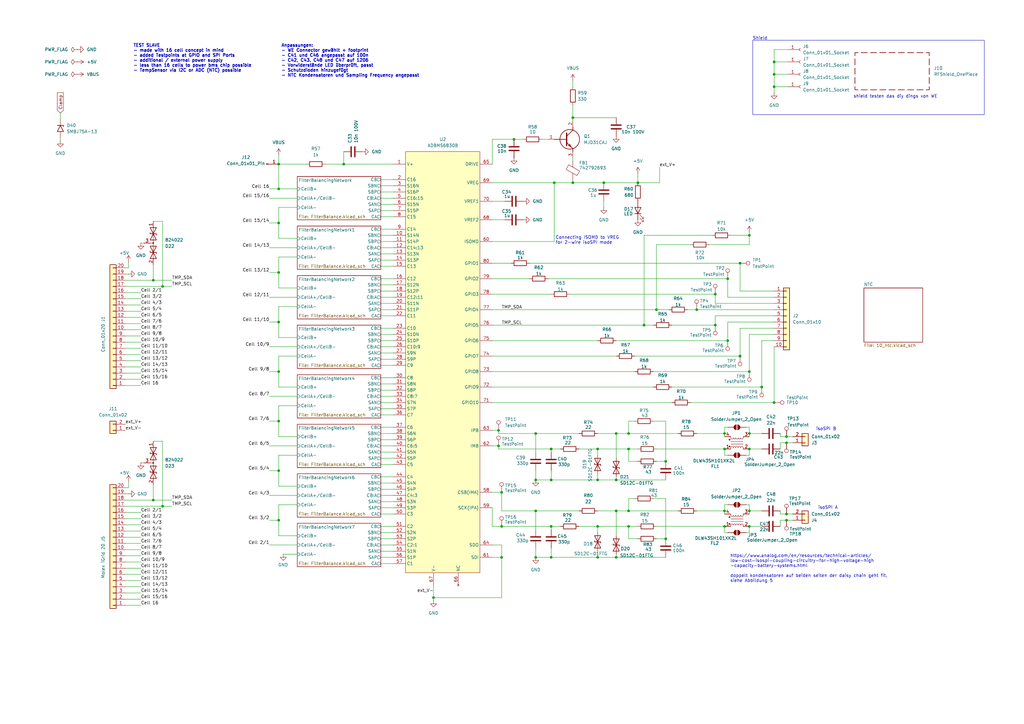
<source format=kicad_sch>
(kicad_sch
	(version 20231120)
	(generator "eeschema")
	(generator_version "8.0")
	(uuid "64eac9c4-e018-49db-b598-a7107a0db15b")
	(paper "A3")
	(lib_symbols
		(symbol "ADBMS6830B_lang:ADBMS6830B_Tall"
			(exclude_from_sim no)
			(in_bom yes)
			(on_board yes)
			(property "Reference" "U"
				(at 0 1.27 0)
				(effects
					(font
						(size 1.27 1.27)
					)
				)
			)
			(property "Value" "ADBMS6830B"
				(at 0 -1.27 0)
				(effects
					(font
						(size 1.27 1.27)
					)
				)
			)
			(property "Footprint" "ADBMS6830:QFP-80_12x12_Pitch0.5mm"
				(at -48.26 53.34 0)
				(effects
					(font
						(size 1.27 1.27)
					)
					(hide yes)
				)
			)
			(property "Datasheet" "~/ADBMS6830B_ADI.pdf"
				(at -48.26 53.34 0)
				(effects
					(font
						(size 1.27 1.27)
					)
					(hide yes)
				)
			)
			(property "Description" ""
				(at 0 0 0)
				(effects
					(font
						(size 1.27 1.27)
					)
					(hide yes)
				)
			)
			(symbol "ADBMS6830B_Tall_1_0"
				(pin input line
					(at -20.32 46.99 0)
					(length 5)
					(name "C14:13"
						(effects
							(font
								(size 1.27 1.27)
							)
						)
					)
					(number "12"
						(effects
							(font
								(size 1.27 1.27)
							)
						)
					)
				)
				(pin input line
					(at -20.32 6.35 0)
					(length 5)
					(name "C10:9"
						(effects
							(font
								(size 1.27 1.27)
							)
						)
					)
					(number "26"
						(effects
							(font
								(size 1.27 1.27)
							)
						)
					)
				)
				(pin input line
					(at -20.32 -13.97 0)
					(length 5)
					(name "C8:7"
						(effects
							(font
								(size 1.27 1.27)
							)
						)
					)
					(number "33"
						(effects
							(font
								(size 1.27 1.27)
							)
						)
					)
				)
				(pin input line
					(at -20.32 -34.29 0)
					(length 5)
					(name "C6:5"
						(effects
							(font
								(size 1.27 1.27)
							)
						)
					)
					(number "40"
						(effects
							(font
								(size 1.27 1.27)
							)
						)
					)
				)
				(pin input line
					(at -20.32 -54.61 0)
					(length 5)
					(name "C4:3"
						(effects
							(font
								(size 1.27 1.27)
							)
						)
					)
					(number "47"
						(effects
							(font
								(size 1.27 1.27)
							)
						)
					)
				)
				(pin input line
					(at -20.32 -74.93 0)
					(length 5)
					(name "C2:1"
						(effects
							(font
								(size 1.27 1.27)
							)
						)
					)
					(number "54"
						(effects
							(font
								(size 1.27 1.27)
							)
						)
					)
				)
				(pin no_connect line
					(at 6.35 -91.44 90)
					(length 5)
					(name "NC"
						(effects
							(font
								(size 1.27 1.27)
							)
						)
					)
					(number "66"
						(effects
							(font
								(size 1.27 1.27)
							)
						)
					)
				)
				(pin bidirectional line
					(at 20.32 -16.51 180)
					(length 5)
					(name "GPIO10"
						(effects
							(font
								(size 1.27 1.27)
							)
						)
					)
					(number "71"
						(effects
							(font
								(size 1.27 1.27)
							)
						)
					)
				)
			)
			(symbol "ADBMS6830B_Tall_1_1"
				(rectangle
					(start -15.24 86.36)
					(end 15.24 -86.36)
					(stroke
						(width 0)
						(type default)
					)
					(fill
						(type background)
					)
				)
				(pin power_out line
					(at -20.32 81.28 0)
					(length 5)
					(name "V+"
						(effects
							(font
								(size 1.27 1.27)
							)
						)
					)
					(number "1"
						(effects
							(font
								(size 1.27 1.27)
							)
						)
					)
				)
				(pin input line
					(at -20.32 52.07 0)
					(length 5)
					(name "S14N"
						(effects
							(font
								(size 1.27 1.27)
							)
						)
					)
					(number "10"
						(effects
							(font
								(size 1.27 1.27)
							)
						)
					)
				)
				(pin input line
					(at -20.32 49.53 0)
					(length 5)
					(name "S14P"
						(effects
							(font
								(size 1.27 1.27)
							)
						)
					)
					(number "11"
						(effects
							(font
								(size 1.27 1.27)
							)
						)
					)
				)
				(pin input line
					(at -20.32 44.45 0)
					(length 5)
					(name "S13N"
						(effects
							(font
								(size 1.27 1.27)
							)
						)
					)
					(number "13"
						(effects
							(font
								(size 1.27 1.27)
							)
						)
					)
				)
				(pin input line
					(at -20.32 41.91 0)
					(length 5)
					(name "S13P"
						(effects
							(font
								(size 1.27 1.27)
							)
						)
					)
					(number "14"
						(effects
							(font
								(size 1.27 1.27)
							)
						)
					)
				)
				(pin input line
					(at -20.32 39.37 0)
					(length 5)
					(name "C13"
						(effects
							(font
								(size 1.27 1.27)
							)
						)
					)
					(number "15"
						(effects
							(font
								(size 1.27 1.27)
							)
						)
					)
				)
				(pin input line
					(at -20.32 34.29 0)
					(length 5)
					(name "C12"
						(effects
							(font
								(size 1.27 1.27)
							)
						)
					)
					(number "16"
						(effects
							(font
								(size 1.27 1.27)
							)
						)
					)
				)
				(pin input line
					(at -20.32 31.75 0)
					(length 5)
					(name "S12N"
						(effects
							(font
								(size 1.27 1.27)
							)
						)
					)
					(number "17"
						(effects
							(font
								(size 1.27 1.27)
							)
						)
					)
				)
				(pin input line
					(at -20.32 29.21 0)
					(length 5)
					(name "S12P"
						(effects
							(font
								(size 1.27 1.27)
							)
						)
					)
					(number "18"
						(effects
							(font
								(size 1.27 1.27)
							)
						)
					)
				)
				(pin input line
					(at -20.32 26.67 0)
					(length 5)
					(name "C12:11"
						(effects
							(font
								(size 1.27 1.27)
							)
						)
					)
					(number "19"
						(effects
							(font
								(size 1.27 1.27)
							)
						)
					)
				)
				(pin input line
					(at -20.32 74.93 0)
					(length 5)
					(name "C16"
						(effects
							(font
								(size 1.27 1.27)
							)
						)
					)
					(number "2"
						(effects
							(font
								(size 1.27 1.27)
							)
						)
					)
				)
				(pin input line
					(at -20.32 24.13 0)
					(length 5)
					(name "S11N"
						(effects
							(font
								(size 1.27 1.27)
							)
						)
					)
					(number "20"
						(effects
							(font
								(size 1.27 1.27)
							)
						)
					)
				)
				(pin input line
					(at -20.32 21.59 0)
					(length 5)
					(name "S11P"
						(effects
							(font
								(size 1.27 1.27)
							)
						)
					)
					(number "21"
						(effects
							(font
								(size 1.27 1.27)
							)
						)
					)
				)
				(pin input line
					(at -20.32 19.05 0)
					(length 5)
					(name "C11"
						(effects
							(font
								(size 1.27 1.27)
							)
						)
					)
					(number "22"
						(effects
							(font
								(size 1.27 1.27)
							)
						)
					)
				)
				(pin input line
					(at -20.32 13.97 0)
					(length 5)
					(name "C10"
						(effects
							(font
								(size 1.27 1.27)
							)
						)
					)
					(number "23"
						(effects
							(font
								(size 1.27 1.27)
							)
						)
					)
				)
				(pin input line
					(at -20.32 11.43 0)
					(length 5)
					(name "S10N"
						(effects
							(font
								(size 1.27 1.27)
							)
						)
					)
					(number "24"
						(effects
							(font
								(size 1.27 1.27)
							)
						)
					)
				)
				(pin input line
					(at -20.32 8.89 0)
					(length 5)
					(name "S10P"
						(effects
							(font
								(size 1.27 1.27)
							)
						)
					)
					(number "25"
						(effects
							(font
								(size 1.27 1.27)
							)
						)
					)
				)
				(pin input line
					(at -20.32 3.81 0)
					(length 5)
					(name "S9N"
						(effects
							(font
								(size 1.27 1.27)
							)
						)
					)
					(number "27"
						(effects
							(font
								(size 1.27 1.27)
							)
						)
					)
				)
				(pin input line
					(at -20.32 1.27 0)
					(length 5)
					(name "S9P"
						(effects
							(font
								(size 1.27 1.27)
							)
						)
					)
					(number "28"
						(effects
							(font
								(size 1.27 1.27)
							)
						)
					)
				)
				(pin input line
					(at -20.32 -1.27 0)
					(length 5)
					(name "C9"
						(effects
							(font
								(size 1.27 1.27)
							)
						)
					)
					(number "29"
						(effects
							(font
								(size 1.27 1.27)
							)
						)
					)
				)
				(pin input line
					(at -20.32 72.39 0)
					(length 5)
					(name "S16N"
						(effects
							(font
								(size 1.27 1.27)
							)
						)
					)
					(number "3"
						(effects
							(font
								(size 1.27 1.27)
							)
						)
					)
				)
				(pin input line
					(at -20.32 -6.35 0)
					(length 5)
					(name "C8"
						(effects
							(font
								(size 1.27 1.27)
							)
						)
					)
					(number "30"
						(effects
							(font
								(size 1.27 1.27)
							)
						)
					)
				)
				(pin input line
					(at -20.32 -8.89 0)
					(length 5)
					(name "S8N"
						(effects
							(font
								(size 1.27 1.27)
							)
						)
					)
					(number "31"
						(effects
							(font
								(size 1.27 1.27)
							)
						)
					)
				)
				(pin input line
					(at -20.32 -11.43 0)
					(length 5)
					(name "S8P"
						(effects
							(font
								(size 1.27 1.27)
							)
						)
					)
					(number "32"
						(effects
							(font
								(size 1.27 1.27)
							)
						)
					)
				)
				(pin input line
					(at -20.32 -16.51 0)
					(length 5)
					(name "S7N"
						(effects
							(font
								(size 1.27 1.27)
							)
						)
					)
					(number "34"
						(effects
							(font
								(size 1.27 1.27)
							)
						)
					)
				)
				(pin input line
					(at -20.32 -19.05 0)
					(length 5)
					(name "S7P"
						(effects
							(font
								(size 1.27 1.27)
							)
						)
					)
					(number "35"
						(effects
							(font
								(size 1.27 1.27)
							)
						)
					)
				)
				(pin input line
					(at -20.32 -21.59 0)
					(length 5)
					(name "C7"
						(effects
							(font
								(size 1.27 1.27)
							)
						)
					)
					(number "36"
						(effects
							(font
								(size 1.27 1.27)
							)
						)
					)
				)
				(pin input line
					(at -20.32 -26.67 0)
					(length 5)
					(name "C6"
						(effects
							(font
								(size 1.27 1.27)
							)
						)
					)
					(number "37"
						(effects
							(font
								(size 1.27 1.27)
							)
						)
					)
				)
				(pin input line
					(at -20.32 -29.21 0)
					(length 5)
					(name "S6N"
						(effects
							(font
								(size 1.27 1.27)
							)
						)
					)
					(number "38"
						(effects
							(font
								(size 1.27 1.27)
							)
						)
					)
				)
				(pin input line
					(at -20.32 -31.75 0)
					(length 5)
					(name "S6P"
						(effects
							(font
								(size 1.27 1.27)
							)
						)
					)
					(number "39"
						(effects
							(font
								(size 1.27 1.27)
							)
						)
					)
				)
				(pin input line
					(at -20.32 69.85 0)
					(length 5)
					(name "S16P"
						(effects
							(font
								(size 1.27 1.27)
							)
						)
					)
					(number "4"
						(effects
							(font
								(size 1.27 1.27)
							)
						)
					)
				)
				(pin input line
					(at -20.32 -36.83 0)
					(length 5)
					(name "S5N"
						(effects
							(font
								(size 1.27 1.27)
							)
						)
					)
					(number "41"
						(effects
							(font
								(size 1.27 1.27)
							)
						)
					)
				)
				(pin input line
					(at -20.32 -39.37 0)
					(length 5)
					(name "S5P"
						(effects
							(font
								(size 1.27 1.27)
							)
						)
					)
					(number "42"
						(effects
							(font
								(size 1.27 1.27)
							)
						)
					)
				)
				(pin input line
					(at -20.32 -41.91 0)
					(length 5)
					(name "C5"
						(effects
							(font
								(size 1.27 1.27)
							)
						)
					)
					(number "43"
						(effects
							(font
								(size 1.27 1.27)
							)
						)
					)
				)
				(pin input line
					(at -20.32 -46.99 0)
					(length 5)
					(name "C4"
						(effects
							(font
								(size 1.27 1.27)
							)
						)
					)
					(number "44"
						(effects
							(font
								(size 1.27 1.27)
							)
						)
					)
				)
				(pin input line
					(at -20.32 -49.53 0)
					(length 5)
					(name "S4N"
						(effects
							(font
								(size 1.27 1.27)
							)
						)
					)
					(number "45"
						(effects
							(font
								(size 1.27 1.27)
							)
						)
					)
				)
				(pin input line
					(at -20.32 -52.07 0)
					(length 5)
					(name "S4P"
						(effects
							(font
								(size 1.27 1.27)
							)
						)
					)
					(number "46"
						(effects
							(font
								(size 1.27 1.27)
							)
						)
					)
				)
				(pin input line
					(at -20.32 -57.15 0)
					(length 5)
					(name "S3N"
						(effects
							(font
								(size 1.27 1.27)
							)
						)
					)
					(number "48"
						(effects
							(font
								(size 1.27 1.27)
							)
						)
					)
				)
				(pin input line
					(at -20.32 -59.69 0)
					(length 5)
					(name "S3P"
						(effects
							(font
								(size 1.27 1.27)
							)
						)
					)
					(number "49"
						(effects
							(font
								(size 1.27 1.27)
							)
						)
					)
				)
				(pin input line
					(at -20.32 67.31 0)
					(length 5)
					(name "C16:15"
						(effects
							(font
								(size 1.27 1.27)
							)
						)
					)
					(number "5"
						(effects
							(font
								(size 1.27 1.27)
							)
						)
					)
				)
				(pin input line
					(at -20.32 -62.23 0)
					(length 5)
					(name "C3"
						(effects
							(font
								(size 1.27 1.27)
							)
						)
					)
					(number "50"
						(effects
							(font
								(size 1.27 1.27)
							)
						)
					)
				)
				(pin input line
					(at -20.32 -67.31 0)
					(length 5)
					(name "C2"
						(effects
							(font
								(size 1.27 1.27)
							)
						)
					)
					(number "51"
						(effects
							(font
								(size 1.27 1.27)
							)
						)
					)
				)
				(pin input line
					(at -20.32 -69.85 0)
					(length 5)
					(name "S2N"
						(effects
							(font
								(size 1.27 1.27)
							)
						)
					)
					(number "52"
						(effects
							(font
								(size 1.27 1.27)
							)
						)
					)
				)
				(pin input line
					(at -20.32 -72.39 0)
					(length 5)
					(name "S2P"
						(effects
							(font
								(size 1.27 1.27)
							)
						)
					)
					(number "53"
						(effects
							(font
								(size 1.27 1.27)
							)
						)
					)
				)
				(pin input line
					(at -20.32 -77.47 0)
					(length 5)
					(name "S1N"
						(effects
							(font
								(size 1.27 1.27)
							)
						)
					)
					(number "55"
						(effects
							(font
								(size 1.27 1.27)
							)
						)
					)
				)
				(pin input line
					(at -20.32 -80.01 0)
					(length 5)
					(name "S1P"
						(effects
							(font
								(size 1.27 1.27)
							)
						)
					)
					(number "56"
						(effects
							(font
								(size 1.27 1.27)
							)
						)
					)
				)
				(pin input line
					(at -20.32 -82.55 0)
					(length 5)
					(name "C1"
						(effects
							(font
								(size 1.27 1.27)
							)
						)
					)
					(number "57"
						(effects
							(font
								(size 1.27 1.27)
							)
						)
					)
				)
				(pin bidirectional line
					(at 20.32 -53.34 180)
					(length 5)
					(name "CSB(IMA)"
						(effects
							(font
								(size 1.27 1.27)
							)
						)
					)
					(number "58"
						(effects
							(font
								(size 1.27 1.27)
							)
						)
					)
				)
				(pin bidirectional line
					(at 20.32 -59.69 180)
					(length 5)
					(name "SCK(IPA)"
						(effects
							(font
								(size 1.27 1.27)
							)
						)
					)
					(number "59"
						(effects
							(font
								(size 1.27 1.27)
							)
						)
					)
				)
				(pin input line
					(at -20.32 64.77 0)
					(length 5)
					(name "S15N"
						(effects
							(font
								(size 1.27 1.27)
							)
						)
					)
					(number "6"
						(effects
							(font
								(size 1.27 1.27)
							)
						)
					)
				)
				(pin bidirectional line
					(at 20.32 49.53 180)
					(length 5)
					(name "ISOMD"
						(effects
							(font
								(size 1.27 1.27)
							)
						)
					)
					(number "60"
						(effects
							(font
								(size 1.27 1.27)
							)
						)
					)
				)
				(pin bidirectional line
					(at 20.32 -80.01 180)
					(length 5)
					(name "SDI"
						(effects
							(font
								(size 1.27 1.27)
							)
						)
					)
					(number "61"
						(effects
							(font
								(size 1.27 1.27)
							)
						)
					)
				)
				(pin bidirectional line
					(at 20.32 -34.29 180)
					(length 5)
					(name "IMB"
						(effects
							(font
								(size 1.27 1.27)
							)
						)
					)
					(number "62"
						(effects
							(font
								(size 1.27 1.27)
							)
						)
					)
				)
				(pin bidirectional line
					(at 20.32 -27.94 180)
					(length 5)
					(name "IPB"
						(effects
							(font
								(size 1.27 1.27)
							)
						)
					)
					(number "63"
						(effects
							(font
								(size 1.27 1.27)
							)
						)
					)
				)
				(pin bidirectional line
					(at 20.32 -74.93 180)
					(length 5)
					(name "SDO"
						(effects
							(font
								(size 1.27 1.27)
							)
						)
					)
					(number "64"
						(effects
							(font
								(size 1.27 1.27)
							)
						)
					)
				)
				(pin bidirectional line
					(at 20.32 81.28 180)
					(length 5)
					(name "DRIVE"
						(effects
							(font
								(size 1.27 1.27)
							)
						)
					)
					(number "65"
						(effects
							(font
								(size 1.27 1.27)
							)
						)
					)
				)
				(pin input line
					(at -3.81 -91.44 90)
					(length 5)
					(name "V-"
						(effects
							(font
								(size 1.27 1.27)
							)
						)
					)
					(number "67"
						(effects
							(font
								(size 1.27 1.27)
							)
						)
					)
				)
				(pin power_out line
					(at 20.32 58.42 180)
					(length 5)
					(name "VREF2"
						(effects
							(font
								(size 1.27 1.27)
							)
						)
					)
					(number "68"
						(effects
							(font
								(size 1.27 1.27)
							)
						)
					)
				)
				(pin input line
					(at 20.32 73.66 180)
					(length 5)
					(name "VREG"
						(effects
							(font
								(size 1.27 1.27)
							)
						)
					)
					(number "69"
						(effects
							(font
								(size 1.27 1.27)
							)
						)
					)
				)
				(pin input line
					(at -20.32 62.23 0)
					(length 5)
					(name "S15P"
						(effects
							(font
								(size 1.27 1.27)
							)
						)
					)
					(number "7"
						(effects
							(font
								(size 1.27 1.27)
							)
						)
					)
				)
				(pin power_out line
					(at 20.32 66.04 180)
					(length 5)
					(name "VREF1"
						(effects
							(font
								(size 1.27 1.27)
							)
						)
					)
					(number "70"
						(effects
							(font
								(size 1.27 1.27)
							)
						)
					)
				)
				(pin bidirectional line
					(at 20.32 -10.16 180)
					(length 5)
					(name "GPIO9"
						(effects
							(font
								(size 1.27 1.27)
							)
						)
					)
					(number "72"
						(effects
							(font
								(size 1.27 1.27)
							)
						)
					)
				)
				(pin bidirectional line
					(at 20.32 -3.81 180)
					(length 5)
					(name "GPIO8"
						(effects
							(font
								(size 1.27 1.27)
							)
						)
					)
					(number "73"
						(effects
							(font
								(size 1.27 1.27)
							)
						)
					)
				)
				(pin bidirectional line
					(at 20.32 2.54 180)
					(length 5)
					(name "GPIO7"
						(effects
							(font
								(size 1.27 1.27)
							)
						)
					)
					(number "74"
						(effects
							(font
								(size 1.27 1.27)
							)
						)
					)
				)
				(pin bidirectional line
					(at 20.32 8.89 180)
					(length 5)
					(name "GPIO6"
						(effects
							(font
								(size 1.27 1.27)
							)
						)
					)
					(number "75"
						(effects
							(font
								(size 1.27 1.27)
							)
						)
					)
				)
				(pin bidirectional line
					(at 20.32 15.24 180)
					(length 5)
					(name "GPIO5"
						(effects
							(font
								(size 1.27 1.27)
							)
						)
					)
					(number "76"
						(effects
							(font
								(size 1.27 1.27)
							)
						)
					)
				)
				(pin bidirectional line
					(at 20.32 21.59 180)
					(length 5)
					(name "GPIO4"
						(effects
							(font
								(size 1.27 1.27)
							)
						)
					)
					(number "77"
						(effects
							(font
								(size 1.27 1.27)
							)
						)
					)
				)
				(pin bidirectional line
					(at 20.32 27.94 180)
					(length 5)
					(name "GPIO3"
						(effects
							(font
								(size 1.27 1.27)
							)
						)
					)
					(number "78"
						(effects
							(font
								(size 1.27 1.27)
							)
						)
					)
				)
				(pin bidirectional line
					(at 20.32 34.29 180)
					(length 5)
					(name "GPIO2"
						(effects
							(font
								(size 1.27 1.27)
							)
						)
					)
					(number "79"
						(effects
							(font
								(size 1.27 1.27)
							)
						)
					)
				)
				(pin input line
					(at -20.32 59.69 0)
					(length 5)
					(name "C15"
						(effects
							(font
								(size 1.27 1.27)
							)
						)
					)
					(number "8"
						(effects
							(font
								(size 1.27 1.27)
							)
						)
					)
				)
				(pin bidirectional line
					(at 20.32 40.64 180)
					(length 5)
					(name "GPIO1"
						(effects
							(font
								(size 1.27 1.27)
							)
						)
					)
					(number "80"
						(effects
							(font
								(size 1.27 1.27)
							)
						)
					)
				)
				(pin input line
					(at -20.32 54.61 0)
					(length 5)
					(name "C14"
						(effects
							(font
								(size 1.27 1.27)
							)
						)
					)
					(number "9"
						(effects
							(font
								(size 1.27 1.27)
							)
						)
					)
				)
			)
		)
		(symbol "Connector:Conn_01x01_Pin"
			(pin_names
				(offset 1.016) hide)
			(exclude_from_sim no)
			(in_bom yes)
			(on_board yes)
			(property "Reference" "J"
				(at 0 2.54 0)
				(effects
					(font
						(size 1.27 1.27)
					)
				)
			)
			(property "Value" "Conn_01x01_Pin"
				(at 0 -2.54 0)
				(effects
					(font
						(size 1.27 1.27)
					)
				)
			)
			(property "Footprint" ""
				(at 0 0 0)
				(effects
					(font
						(size 1.27 1.27)
					)
					(hide yes)
				)
			)
			(property "Datasheet" "~"
				(at 0 0 0)
				(effects
					(font
						(size 1.27 1.27)
					)
					(hide yes)
				)
			)
			(property "Description" "Generic connector, single row, 01x01, script generated"
				(at 0 0 0)
				(effects
					(font
						(size 1.27 1.27)
					)
					(hide yes)
				)
			)
			(property "ki_locked" ""
				(at 0 0 0)
				(effects
					(font
						(size 1.27 1.27)
					)
				)
			)
			(property "ki_keywords" "connector"
				(at 0 0 0)
				(effects
					(font
						(size 1.27 1.27)
					)
					(hide yes)
				)
			)
			(property "ki_fp_filters" "Connector*:*_1x??_*"
				(at 0 0 0)
				(effects
					(font
						(size 1.27 1.27)
					)
					(hide yes)
				)
			)
			(symbol "Conn_01x01_Pin_1_1"
				(polyline
					(pts
						(xy 1.27 0) (xy 0.8636 0)
					)
					(stroke
						(width 0.1524)
						(type default)
					)
					(fill
						(type none)
					)
				)
				(rectangle
					(start 0.8636 0.127)
					(end 0 -0.127)
					(stroke
						(width 0.1524)
						(type default)
					)
					(fill
						(type outline)
					)
				)
				(pin passive line
					(at 5.08 0 180)
					(length 3.81)
					(name "Pin_1"
						(effects
							(font
								(size 1.27 1.27)
							)
						)
					)
					(number "1"
						(effects
							(font
								(size 1.27 1.27)
							)
						)
					)
				)
			)
		)
		(symbol "Connector:Conn_01x01_Socket"
			(pin_names
				(offset 1.016) hide)
			(exclude_from_sim no)
			(in_bom yes)
			(on_board yes)
			(property "Reference" "J"
				(at 0 2.54 0)
				(effects
					(font
						(size 1.27 1.27)
					)
				)
			)
			(property "Value" "Conn_01x01_Socket"
				(at 0 -2.54 0)
				(effects
					(font
						(size 1.27 1.27)
					)
				)
			)
			(property "Footprint" ""
				(at 0 0 0)
				(effects
					(font
						(size 1.27 1.27)
					)
					(hide yes)
				)
			)
			(property "Datasheet" "~"
				(at 0 0 0)
				(effects
					(font
						(size 1.27 1.27)
					)
					(hide yes)
				)
			)
			(property "Description" "Generic connector, single row, 01x01, script generated"
				(at 0 0 0)
				(effects
					(font
						(size 1.27 1.27)
					)
					(hide yes)
				)
			)
			(property "ki_locked" ""
				(at 0 0 0)
				(effects
					(font
						(size 1.27 1.27)
					)
				)
			)
			(property "ki_keywords" "connector"
				(at 0 0 0)
				(effects
					(font
						(size 1.27 1.27)
					)
					(hide yes)
				)
			)
			(property "ki_fp_filters" "Connector*:*_1x??_*"
				(at 0 0 0)
				(effects
					(font
						(size 1.27 1.27)
					)
					(hide yes)
				)
			)
			(symbol "Conn_01x01_Socket_1_1"
				(polyline
					(pts
						(xy -1.27 0) (xy -0.508 0)
					)
					(stroke
						(width 0.1524)
						(type default)
					)
					(fill
						(type none)
					)
				)
				(arc
					(start 0 0.508)
					(mid -0.5058 0)
					(end 0 -0.508)
					(stroke
						(width 0.1524)
						(type default)
					)
					(fill
						(type none)
					)
				)
				(pin passive line
					(at -5.08 0 0)
					(length 3.81)
					(name "Pin_1"
						(effects
							(font
								(size 1.27 1.27)
							)
						)
					)
					(number "1"
						(effects
							(font
								(size 1.27 1.27)
							)
						)
					)
				)
			)
		)
		(symbol "Connector:TestPoint"
			(pin_numbers hide)
			(pin_names
				(offset 0.762) hide)
			(exclude_from_sim no)
			(in_bom yes)
			(on_board yes)
			(property "Reference" "TP"
				(at 0 6.858 0)
				(effects
					(font
						(size 1.27 1.27)
					)
				)
			)
			(property "Value" "TestPoint"
				(at 0 5.08 0)
				(effects
					(font
						(size 1.27 1.27)
					)
				)
			)
			(property "Footprint" ""
				(at 5.08 0 0)
				(effects
					(font
						(size 1.27 1.27)
					)
					(hide yes)
				)
			)
			(property "Datasheet" "~"
				(at 5.08 0 0)
				(effects
					(font
						(size 1.27 1.27)
					)
					(hide yes)
				)
			)
			(property "Description" "test point"
				(at 0 0 0)
				(effects
					(font
						(size 1.27 1.27)
					)
					(hide yes)
				)
			)
			(property "ki_keywords" "test point tp"
				(at 0 0 0)
				(effects
					(font
						(size 1.27 1.27)
					)
					(hide yes)
				)
			)
			(property "ki_fp_filters" "Pin* Test*"
				(at 0 0 0)
				(effects
					(font
						(size 1.27 1.27)
					)
					(hide yes)
				)
			)
			(symbol "TestPoint_0_1"
				(circle
					(center 0 3.302)
					(radius 0.762)
					(stroke
						(width 0)
						(type default)
					)
					(fill
						(type none)
					)
				)
			)
			(symbol "TestPoint_1_1"
				(pin passive line
					(at 0 0 90)
					(length 2.54)
					(name "1"
						(effects
							(font
								(size 1.27 1.27)
							)
						)
					)
					(number "1"
						(effects
							(font
								(size 1.27 1.27)
							)
						)
					)
				)
			)
		)
		(symbol "Connector_Generic:Conn_01x02"
			(pin_names
				(offset 1.016) hide)
			(exclude_from_sim no)
			(in_bom yes)
			(on_board yes)
			(property "Reference" "J"
				(at 0 2.54 0)
				(effects
					(font
						(size 1.27 1.27)
					)
				)
			)
			(property "Value" "Conn_01x02"
				(at 0 -5.08 0)
				(effects
					(font
						(size 1.27 1.27)
					)
				)
			)
			(property "Footprint" ""
				(at 0 0 0)
				(effects
					(font
						(size 1.27 1.27)
					)
					(hide yes)
				)
			)
			(property "Datasheet" "~"
				(at 0 0 0)
				(effects
					(font
						(size 1.27 1.27)
					)
					(hide yes)
				)
			)
			(property "Description" "Generic connector, single row, 01x02, script generated (kicad-library-utils/schlib/autogen/connector/)"
				(at 0 0 0)
				(effects
					(font
						(size 1.27 1.27)
					)
					(hide yes)
				)
			)
			(property "ki_keywords" "connector"
				(at 0 0 0)
				(effects
					(font
						(size 1.27 1.27)
					)
					(hide yes)
				)
			)
			(property "ki_fp_filters" "Connector*:*_1x??_*"
				(at 0 0 0)
				(effects
					(font
						(size 1.27 1.27)
					)
					(hide yes)
				)
			)
			(symbol "Conn_01x02_1_1"
				(rectangle
					(start -1.27 -2.413)
					(end 0 -2.667)
					(stroke
						(width 0.1524)
						(type default)
					)
					(fill
						(type none)
					)
				)
				(rectangle
					(start -1.27 0.127)
					(end 0 -0.127)
					(stroke
						(width 0.1524)
						(type default)
					)
					(fill
						(type none)
					)
				)
				(rectangle
					(start -1.27 1.27)
					(end 1.27 -3.81)
					(stroke
						(width 0.254)
						(type default)
					)
					(fill
						(type background)
					)
				)
				(pin passive line
					(at -5.08 0 0)
					(length 3.81)
					(name "Pin_1"
						(effects
							(font
								(size 1.27 1.27)
							)
						)
					)
					(number "1"
						(effects
							(font
								(size 1.27 1.27)
							)
						)
					)
				)
				(pin passive line
					(at -5.08 -2.54 0)
					(length 3.81)
					(name "Pin_2"
						(effects
							(font
								(size 1.27 1.27)
							)
						)
					)
					(number "2"
						(effects
							(font
								(size 1.27 1.27)
							)
						)
					)
				)
			)
		)
		(symbol "Connector_Generic:Conn_01x10"
			(pin_names
				(offset 1.016) hide)
			(exclude_from_sim no)
			(in_bom yes)
			(on_board yes)
			(property "Reference" "J"
				(at 0 12.7 0)
				(effects
					(font
						(size 1.27 1.27)
					)
				)
			)
			(property "Value" "Conn_01x10"
				(at 0 -15.24 0)
				(effects
					(font
						(size 1.27 1.27)
					)
				)
			)
			(property "Footprint" ""
				(at 0 0 0)
				(effects
					(font
						(size 1.27 1.27)
					)
					(hide yes)
				)
			)
			(property "Datasheet" "~"
				(at 0 0 0)
				(effects
					(font
						(size 1.27 1.27)
					)
					(hide yes)
				)
			)
			(property "Description" "Generic connector, single row, 01x10, script generated (kicad-library-utils/schlib/autogen/connector/)"
				(at 0 0 0)
				(effects
					(font
						(size 1.27 1.27)
					)
					(hide yes)
				)
			)
			(property "ki_keywords" "connector"
				(at 0 0 0)
				(effects
					(font
						(size 1.27 1.27)
					)
					(hide yes)
				)
			)
			(property "ki_fp_filters" "Connector*:*_1x??_*"
				(at 0 0 0)
				(effects
					(font
						(size 1.27 1.27)
					)
					(hide yes)
				)
			)
			(symbol "Conn_01x10_1_1"
				(rectangle
					(start -1.27 -12.573)
					(end 0 -12.827)
					(stroke
						(width 0.1524)
						(type default)
					)
					(fill
						(type none)
					)
				)
				(rectangle
					(start -1.27 -10.033)
					(end 0 -10.287)
					(stroke
						(width 0.1524)
						(type default)
					)
					(fill
						(type none)
					)
				)
				(rectangle
					(start -1.27 -7.493)
					(end 0 -7.747)
					(stroke
						(width 0.1524)
						(type default)
					)
					(fill
						(type none)
					)
				)
				(rectangle
					(start -1.27 -4.953)
					(end 0 -5.207)
					(stroke
						(width 0.1524)
						(type default)
					)
					(fill
						(type none)
					)
				)
				(rectangle
					(start -1.27 -2.413)
					(end 0 -2.667)
					(stroke
						(width 0.1524)
						(type default)
					)
					(fill
						(type none)
					)
				)
				(rectangle
					(start -1.27 0.127)
					(end 0 -0.127)
					(stroke
						(width 0.1524)
						(type default)
					)
					(fill
						(type none)
					)
				)
				(rectangle
					(start -1.27 2.667)
					(end 0 2.413)
					(stroke
						(width 0.1524)
						(type default)
					)
					(fill
						(type none)
					)
				)
				(rectangle
					(start -1.27 5.207)
					(end 0 4.953)
					(stroke
						(width 0.1524)
						(type default)
					)
					(fill
						(type none)
					)
				)
				(rectangle
					(start -1.27 7.747)
					(end 0 7.493)
					(stroke
						(width 0.1524)
						(type default)
					)
					(fill
						(type none)
					)
				)
				(rectangle
					(start -1.27 10.287)
					(end 0 10.033)
					(stroke
						(width 0.1524)
						(type default)
					)
					(fill
						(type none)
					)
				)
				(rectangle
					(start -1.27 11.43)
					(end 1.27 -13.97)
					(stroke
						(width 0.254)
						(type default)
					)
					(fill
						(type background)
					)
				)
				(pin passive line
					(at -5.08 10.16 0)
					(length 3.81)
					(name "Pin_1"
						(effects
							(font
								(size 1.27 1.27)
							)
						)
					)
					(number "1"
						(effects
							(font
								(size 1.27 1.27)
							)
						)
					)
				)
				(pin passive line
					(at -5.08 -12.7 0)
					(length 3.81)
					(name "Pin_10"
						(effects
							(font
								(size 1.27 1.27)
							)
						)
					)
					(number "10"
						(effects
							(font
								(size 1.27 1.27)
							)
						)
					)
				)
				(pin passive line
					(at -5.08 7.62 0)
					(length 3.81)
					(name "Pin_2"
						(effects
							(font
								(size 1.27 1.27)
							)
						)
					)
					(number "2"
						(effects
							(font
								(size 1.27 1.27)
							)
						)
					)
				)
				(pin passive line
					(at -5.08 5.08 0)
					(length 3.81)
					(name "Pin_3"
						(effects
							(font
								(size 1.27 1.27)
							)
						)
					)
					(number "3"
						(effects
							(font
								(size 1.27 1.27)
							)
						)
					)
				)
				(pin passive line
					(at -5.08 2.54 0)
					(length 3.81)
					(name "Pin_4"
						(effects
							(font
								(size 1.27 1.27)
							)
						)
					)
					(number "4"
						(effects
							(font
								(size 1.27 1.27)
							)
						)
					)
				)
				(pin passive line
					(at -5.08 0 0)
					(length 3.81)
					(name "Pin_5"
						(effects
							(font
								(size 1.27 1.27)
							)
						)
					)
					(number "5"
						(effects
							(font
								(size 1.27 1.27)
							)
						)
					)
				)
				(pin passive line
					(at -5.08 -2.54 0)
					(length 3.81)
					(name "Pin_6"
						(effects
							(font
								(size 1.27 1.27)
							)
						)
					)
					(number "6"
						(effects
							(font
								(size 1.27 1.27)
							)
						)
					)
				)
				(pin passive line
					(at -5.08 -5.08 0)
					(length 3.81)
					(name "Pin_7"
						(effects
							(font
								(size 1.27 1.27)
							)
						)
					)
					(number "7"
						(effects
							(font
								(size 1.27 1.27)
							)
						)
					)
				)
				(pin passive line
					(at -5.08 -7.62 0)
					(length 3.81)
					(name "Pin_8"
						(effects
							(font
								(size 1.27 1.27)
							)
						)
					)
					(number "8"
						(effects
							(font
								(size 1.27 1.27)
							)
						)
					)
				)
				(pin passive line
					(at -5.08 -10.16 0)
					(length 3.81)
					(name "Pin_9"
						(effects
							(font
								(size 1.27 1.27)
							)
						)
					)
					(number "9"
						(effects
							(font
								(size 1.27 1.27)
							)
						)
					)
				)
			)
		)
		(symbol "Connector_Generic:Conn_01x20"
			(pin_names
				(offset 1.016) hide)
			(exclude_from_sim no)
			(in_bom yes)
			(on_board yes)
			(property "Reference" "J"
				(at 0 25.4 0)
				(effects
					(font
						(size 1.27 1.27)
					)
				)
			)
			(property "Value" "Conn_01x20"
				(at 0 -27.94 0)
				(effects
					(font
						(size 1.27 1.27)
					)
				)
			)
			(property "Footprint" ""
				(at 0 0 0)
				(effects
					(font
						(size 1.27 1.27)
					)
					(hide yes)
				)
			)
			(property "Datasheet" "~"
				(at 0 0 0)
				(effects
					(font
						(size 1.27 1.27)
					)
					(hide yes)
				)
			)
			(property "Description" "Generic connector, single row, 01x20, script generated (kicad-library-utils/schlib/autogen/connector/)"
				(at 0 0 0)
				(effects
					(font
						(size 1.27 1.27)
					)
					(hide yes)
				)
			)
			(property "ki_keywords" "connector"
				(at 0 0 0)
				(effects
					(font
						(size 1.27 1.27)
					)
					(hide yes)
				)
			)
			(property "ki_fp_filters" "Connector*:*_1x??_*"
				(at 0 0 0)
				(effects
					(font
						(size 1.27 1.27)
					)
					(hide yes)
				)
			)
			(symbol "Conn_01x20_1_1"
				(rectangle
					(start -1.27 -25.273)
					(end 0 -25.527)
					(stroke
						(width 0.1524)
						(type default)
					)
					(fill
						(type none)
					)
				)
				(rectangle
					(start -1.27 -22.733)
					(end 0 -22.987)
					(stroke
						(width 0.1524)
						(type default)
					)
					(fill
						(type none)
					)
				)
				(rectangle
					(start -1.27 -20.193)
					(end 0 -20.447)
					(stroke
						(width 0.1524)
						(type default)
					)
					(fill
						(type none)
					)
				)
				(rectangle
					(start -1.27 -17.653)
					(end 0 -17.907)
					(stroke
						(width 0.1524)
						(type default)
					)
					(fill
						(type none)
					)
				)
				(rectangle
					(start -1.27 -15.113)
					(end 0 -15.367)
					(stroke
						(width 0.1524)
						(type default)
					)
					(fill
						(type none)
					)
				)
				(rectangle
					(start -1.27 -12.573)
					(end 0 -12.827)
					(stroke
						(width 0.1524)
						(type default)
					)
					(fill
						(type none)
					)
				)
				(rectangle
					(start -1.27 -10.033)
					(end 0 -10.287)
					(stroke
						(width 0.1524)
						(type default)
					)
					(fill
						(type none)
					)
				)
				(rectangle
					(start -1.27 -7.493)
					(end 0 -7.747)
					(stroke
						(width 0.1524)
						(type default)
					)
					(fill
						(type none)
					)
				)
				(rectangle
					(start -1.27 -4.953)
					(end 0 -5.207)
					(stroke
						(width 0.1524)
						(type default)
					)
					(fill
						(type none)
					)
				)
				(rectangle
					(start -1.27 -2.413)
					(end 0 -2.667)
					(stroke
						(width 0.1524)
						(type default)
					)
					(fill
						(type none)
					)
				)
				(rectangle
					(start -1.27 0.127)
					(end 0 -0.127)
					(stroke
						(width 0.1524)
						(type default)
					)
					(fill
						(type none)
					)
				)
				(rectangle
					(start -1.27 2.667)
					(end 0 2.413)
					(stroke
						(width 0.1524)
						(type default)
					)
					(fill
						(type none)
					)
				)
				(rectangle
					(start -1.27 5.207)
					(end 0 4.953)
					(stroke
						(width 0.1524)
						(type default)
					)
					(fill
						(type none)
					)
				)
				(rectangle
					(start -1.27 7.747)
					(end 0 7.493)
					(stroke
						(width 0.1524)
						(type default)
					)
					(fill
						(type none)
					)
				)
				(rectangle
					(start -1.27 10.287)
					(end 0 10.033)
					(stroke
						(width 0.1524)
						(type default)
					)
					(fill
						(type none)
					)
				)
				(rectangle
					(start -1.27 12.827)
					(end 0 12.573)
					(stroke
						(width 0.1524)
						(type default)
					)
					(fill
						(type none)
					)
				)
				(rectangle
					(start -1.27 15.367)
					(end 0 15.113)
					(stroke
						(width 0.1524)
						(type default)
					)
					(fill
						(type none)
					)
				)
				(rectangle
					(start -1.27 17.907)
					(end 0 17.653)
					(stroke
						(width 0.1524)
						(type default)
					)
					(fill
						(type none)
					)
				)
				(rectangle
					(start -1.27 20.447)
					(end 0 20.193)
					(stroke
						(width 0.1524)
						(type default)
					)
					(fill
						(type none)
					)
				)
				(rectangle
					(start -1.27 22.987)
					(end 0 22.733)
					(stroke
						(width 0.1524)
						(type default)
					)
					(fill
						(type none)
					)
				)
				(rectangle
					(start -1.27 24.13)
					(end 1.27 -26.67)
					(stroke
						(width 0.254)
						(type default)
					)
					(fill
						(type background)
					)
				)
				(pin passive line
					(at -5.08 22.86 0)
					(length 3.81)
					(name "Pin_1"
						(effects
							(font
								(size 1.27 1.27)
							)
						)
					)
					(number "1"
						(effects
							(font
								(size 1.27 1.27)
							)
						)
					)
				)
				(pin passive line
					(at -5.08 0 0)
					(length 3.81)
					(name "Pin_10"
						(effects
							(font
								(size 1.27 1.27)
							)
						)
					)
					(number "10"
						(effects
							(font
								(size 1.27 1.27)
							)
						)
					)
				)
				(pin passive line
					(at -5.08 -2.54 0)
					(length 3.81)
					(name "Pin_11"
						(effects
							(font
								(size 1.27 1.27)
							)
						)
					)
					(number "11"
						(effects
							(font
								(size 1.27 1.27)
							)
						)
					)
				)
				(pin passive line
					(at -5.08 -5.08 0)
					(length 3.81)
					(name "Pin_12"
						(effects
							(font
								(size 1.27 1.27)
							)
						)
					)
					(number "12"
						(effects
							(font
								(size 1.27 1.27)
							)
						)
					)
				)
				(pin passive line
					(at -5.08 -7.62 0)
					(length 3.81)
					(name "Pin_13"
						(effects
							(font
								(size 1.27 1.27)
							)
						)
					)
					(number "13"
						(effects
							(font
								(size 1.27 1.27)
							)
						)
					)
				)
				(pin passive line
					(at -5.08 -10.16 0)
					(length 3.81)
					(name "Pin_14"
						(effects
							(font
								(size 1.27 1.27)
							)
						)
					)
					(number "14"
						(effects
							(font
								(size 1.27 1.27)
							)
						)
					)
				)
				(pin passive line
					(at -5.08 -12.7 0)
					(length 3.81)
					(name "Pin_15"
						(effects
							(font
								(size 1.27 1.27)
							)
						)
					)
					(number "15"
						(effects
							(font
								(size 1.27 1.27)
							)
						)
					)
				)
				(pin passive line
					(at -5.08 -15.24 0)
					(length 3.81)
					(name "Pin_16"
						(effects
							(font
								(size 1.27 1.27)
							)
						)
					)
					(number "16"
						(effects
							(font
								(size 1.27 1.27)
							)
						)
					)
				)
				(pin passive line
					(at -5.08 -17.78 0)
					(length 3.81)
					(name "Pin_17"
						(effects
							(font
								(size 1.27 1.27)
							)
						)
					)
					(number "17"
						(effects
							(font
								(size 1.27 1.27)
							)
						)
					)
				)
				(pin passive line
					(at -5.08 -20.32 0)
					(length 3.81)
					(name "Pin_18"
						(effects
							(font
								(size 1.27 1.27)
							)
						)
					)
					(number "18"
						(effects
							(font
								(size 1.27 1.27)
							)
						)
					)
				)
				(pin passive line
					(at -5.08 -22.86 0)
					(length 3.81)
					(name "Pin_19"
						(effects
							(font
								(size 1.27 1.27)
							)
						)
					)
					(number "19"
						(effects
							(font
								(size 1.27 1.27)
							)
						)
					)
				)
				(pin passive line
					(at -5.08 20.32 0)
					(length 3.81)
					(name "Pin_2"
						(effects
							(font
								(size 1.27 1.27)
							)
						)
					)
					(number "2"
						(effects
							(font
								(size 1.27 1.27)
							)
						)
					)
				)
				(pin passive line
					(at -5.08 -25.4 0)
					(length 3.81)
					(name "Pin_20"
						(effects
							(font
								(size 1.27 1.27)
							)
						)
					)
					(number "20"
						(effects
							(font
								(size 1.27 1.27)
							)
						)
					)
				)
				(pin passive line
					(at -5.08 17.78 0)
					(length 3.81)
					(name "Pin_3"
						(effects
							(font
								(size 1.27 1.27)
							)
						)
					)
					(number "3"
						(effects
							(font
								(size 1.27 1.27)
							)
						)
					)
				)
				(pin passive line
					(at -5.08 15.24 0)
					(length 3.81)
					(name "Pin_4"
						(effects
							(font
								(size 1.27 1.27)
							)
						)
					)
					(number "4"
						(effects
							(font
								(size 1.27 1.27)
							)
						)
					)
				)
				(pin passive line
					(at -5.08 12.7 0)
					(length 3.81)
					(name "Pin_5"
						(effects
							(font
								(size 1.27 1.27)
							)
						)
					)
					(number "5"
						(effects
							(font
								(size 1.27 1.27)
							)
						)
					)
				)
				(pin passive line
					(at -5.08 10.16 0)
					(length 3.81)
					(name "Pin_6"
						(effects
							(font
								(size 1.27 1.27)
							)
						)
					)
					(number "6"
						(effects
							(font
								(size 1.27 1.27)
							)
						)
					)
				)
				(pin passive line
					(at -5.08 7.62 0)
					(length 3.81)
					(name "Pin_7"
						(effects
							(font
								(size 1.27 1.27)
							)
						)
					)
					(number "7"
						(effects
							(font
								(size 1.27 1.27)
							)
						)
					)
				)
				(pin passive line
					(at -5.08 5.08 0)
					(length 3.81)
					(name "Pin_8"
						(effects
							(font
								(size 1.27 1.27)
							)
						)
					)
					(number "8"
						(effects
							(font
								(size 1.27 1.27)
							)
						)
					)
				)
				(pin passive line
					(at -5.08 2.54 0)
					(length 3.81)
					(name "Pin_9"
						(effects
							(font
								(size 1.27 1.27)
							)
						)
					)
					(number "9"
						(effects
							(font
								(size 1.27 1.27)
							)
						)
					)
				)
			)
		)
		(symbol "Device:C"
			(pin_numbers hide)
			(pin_names
				(offset 0.254)
			)
			(exclude_from_sim no)
			(in_bom yes)
			(on_board yes)
			(property "Reference" "C"
				(at 0.635 2.54 0)
				(effects
					(font
						(size 1.27 1.27)
					)
					(justify left)
				)
			)
			(property "Value" "C"
				(at 0.635 -2.54 0)
				(effects
					(font
						(size 1.27 1.27)
					)
					(justify left)
				)
			)
			(property "Footprint" ""
				(at 0.9652 -3.81 0)
				(effects
					(font
						(size 1.27 1.27)
					)
					(hide yes)
				)
			)
			(property "Datasheet" "~"
				(at 0 0 0)
				(effects
					(font
						(size 1.27 1.27)
					)
					(hide yes)
				)
			)
			(property "Description" "Unpolarized capacitor"
				(at 0 0 0)
				(effects
					(font
						(size 1.27 1.27)
					)
					(hide yes)
				)
			)
			(property "ki_keywords" "cap capacitor"
				(at 0 0 0)
				(effects
					(font
						(size 1.27 1.27)
					)
					(hide yes)
				)
			)
			(property "ki_fp_filters" "C_*"
				(at 0 0 0)
				(effects
					(font
						(size 1.27 1.27)
					)
					(hide yes)
				)
			)
			(symbol "C_0_1"
				(polyline
					(pts
						(xy -2.032 -0.762) (xy 2.032 -0.762)
					)
					(stroke
						(width 0.508)
						(type default)
					)
					(fill
						(type none)
					)
				)
				(polyline
					(pts
						(xy -2.032 0.762) (xy 2.032 0.762)
					)
					(stroke
						(width 0.508)
						(type default)
					)
					(fill
						(type none)
					)
				)
			)
			(symbol "C_1_1"
				(pin passive line
					(at 0 3.81 270)
					(length 2.794)
					(name "~"
						(effects
							(font
								(size 1.27 1.27)
							)
						)
					)
					(number "1"
						(effects
							(font
								(size 1.27 1.27)
							)
						)
					)
				)
				(pin passive line
					(at 0 -3.81 90)
					(length 2.794)
					(name "~"
						(effects
							(font
								(size 1.27 1.27)
							)
						)
					)
					(number "2"
						(effects
							(font
								(size 1.27 1.27)
							)
						)
					)
				)
			)
		)
		(symbol "Device:D_TVS"
			(pin_numbers hide)
			(pin_names
				(offset 1.016) hide)
			(exclude_from_sim no)
			(in_bom yes)
			(on_board yes)
			(property "Reference" "D"
				(at 0 2.54 0)
				(effects
					(font
						(size 1.27 1.27)
					)
				)
			)
			(property "Value" "D_TVS"
				(at 0 -2.54 0)
				(effects
					(font
						(size 1.27 1.27)
					)
				)
			)
			(property "Footprint" ""
				(at 0 0 0)
				(effects
					(font
						(size 1.27 1.27)
					)
					(hide yes)
				)
			)
			(property "Datasheet" "~"
				(at 0 0 0)
				(effects
					(font
						(size 1.27 1.27)
					)
					(hide yes)
				)
			)
			(property "Description" "Bidirectional transient-voltage-suppression diode"
				(at 0 0 0)
				(effects
					(font
						(size 1.27 1.27)
					)
					(hide yes)
				)
			)
			(property "ki_keywords" "diode TVS thyrector"
				(at 0 0 0)
				(effects
					(font
						(size 1.27 1.27)
					)
					(hide yes)
				)
			)
			(property "ki_fp_filters" "TO-???* *_Diode_* *SingleDiode* D_*"
				(at 0 0 0)
				(effects
					(font
						(size 1.27 1.27)
					)
					(hide yes)
				)
			)
			(symbol "D_TVS_0_1"
				(polyline
					(pts
						(xy 1.27 0) (xy -1.27 0)
					)
					(stroke
						(width 0)
						(type default)
					)
					(fill
						(type none)
					)
				)
				(polyline
					(pts
						(xy 0.508 1.27) (xy 0 1.27) (xy 0 -1.27) (xy -0.508 -1.27)
					)
					(stroke
						(width 0.254)
						(type default)
					)
					(fill
						(type none)
					)
				)
				(polyline
					(pts
						(xy -2.54 1.27) (xy -2.54 -1.27) (xy 2.54 1.27) (xy 2.54 -1.27) (xy -2.54 1.27)
					)
					(stroke
						(width 0.254)
						(type default)
					)
					(fill
						(type none)
					)
				)
			)
			(symbol "D_TVS_1_1"
				(pin passive line
					(at -3.81 0 0)
					(length 2.54)
					(name "A1"
						(effects
							(font
								(size 1.27 1.27)
							)
						)
					)
					(number "1"
						(effects
							(font
								(size 1.27 1.27)
							)
						)
					)
				)
				(pin passive line
					(at 3.81 0 180)
					(length 2.54)
					(name "A2"
						(effects
							(font
								(size 1.27 1.27)
							)
						)
					)
					(number "2"
						(effects
							(font
								(size 1.27 1.27)
							)
						)
					)
				)
			)
		)
		(symbol "Device:D_TVS_Dual_AAC"
			(pin_names
				(offset 1.016) hide)
			(exclude_from_sim no)
			(in_bom yes)
			(on_board yes)
			(property "Reference" "D"
				(at 0 4.445 0)
				(effects
					(font
						(size 1.27 1.27)
					)
				)
			)
			(property "Value" "D_TVS_Dual_AAC"
				(at 0 2.54 0)
				(effects
					(font
						(size 1.27 1.27)
					)
				)
			)
			(property "Footprint" ""
				(at -3.81 0 0)
				(effects
					(font
						(size 1.27 1.27)
					)
					(hide yes)
				)
			)
			(property "Datasheet" "~"
				(at -3.81 0 0)
				(effects
					(font
						(size 1.27 1.27)
					)
					(hide yes)
				)
			)
			(property "Description" "Bidirectional dual transient-voltage-suppression diode, center on pin 3"
				(at 0 0 0)
				(effects
					(font
						(size 1.27 1.27)
					)
					(hide yes)
				)
			)
			(property "ki_keywords" "diode TVS thyrector"
				(at 0 0 0)
				(effects
					(font
						(size 1.27 1.27)
					)
					(hide yes)
				)
			)
			(symbol "D_TVS_Dual_AAC_0_0"
				(polyline
					(pts
						(xy 0 -1.27) (xy 0 0)
					)
					(stroke
						(width 0)
						(type default)
					)
					(fill
						(type none)
					)
				)
			)
			(symbol "D_TVS_Dual_AAC_0_1"
				(polyline
					(pts
						(xy -6.35 0) (xy 6.35 0)
					)
					(stroke
						(width 0)
						(type default)
					)
					(fill
						(type none)
					)
				)
				(polyline
					(pts
						(xy -3.302 1.27) (xy -3.81 1.27) (xy -3.81 -1.27) (xy -4.318 -1.27)
					)
					(stroke
						(width 0.254)
						(type default)
					)
					(fill
						(type none)
					)
				)
				(polyline
					(pts
						(xy 4.318 1.27) (xy 3.81 1.27) (xy 3.81 -1.27) (xy 3.302 -1.27)
					)
					(stroke
						(width 0.254)
						(type default)
					)
					(fill
						(type none)
					)
				)
				(polyline
					(pts
						(xy -6.35 1.27) (xy -1.27 -1.27) (xy -1.27 1.27) (xy -6.35 -1.27) (xy -6.35 1.27)
					)
					(stroke
						(width 0.254)
						(type default)
					)
					(fill
						(type none)
					)
				)
				(polyline
					(pts
						(xy 6.35 1.27) (xy 1.27 -1.27) (xy 1.27 1.27) (xy 6.35 -1.27) (xy 6.35 1.27)
					)
					(stroke
						(width 0.254)
						(type default)
					)
					(fill
						(type none)
					)
				)
				(circle
					(center 0 0)
					(radius 0.254)
					(stroke
						(width 0)
						(type default)
					)
					(fill
						(type outline)
					)
				)
			)
			(symbol "D_TVS_Dual_AAC_1_1"
				(pin passive line
					(at -8.89 0 0)
					(length 2.54)
					(name "A1"
						(effects
							(font
								(size 1.27 1.27)
							)
						)
					)
					(number "1"
						(effects
							(font
								(size 1.27 1.27)
							)
						)
					)
				)
				(pin passive line
					(at 8.89 0 180)
					(length 2.54)
					(name "A2"
						(effects
							(font
								(size 1.27 1.27)
							)
						)
					)
					(number "2"
						(effects
							(font
								(size 1.27 1.27)
							)
						)
					)
				)
				(pin input line
					(at 0 -3.81 90)
					(length 2.54)
					(name "common"
						(effects
							(font
								(size 1.27 1.27)
							)
						)
					)
					(number "3"
						(effects
							(font
								(size 1.27 1.27)
							)
						)
					)
				)
			)
		)
		(symbol "Device:FerriteBead"
			(pin_numbers hide)
			(pin_names
				(offset 0)
			)
			(exclude_from_sim no)
			(in_bom yes)
			(on_board yes)
			(property "Reference" "FB"
				(at -3.81 0.635 90)
				(effects
					(font
						(size 1.27 1.27)
					)
				)
			)
			(property "Value" "FerriteBead"
				(at 3.81 0 90)
				(effects
					(font
						(size 1.27 1.27)
					)
				)
			)
			(property "Footprint" ""
				(at -1.778 0 90)
				(effects
					(font
						(size 1.27 1.27)
					)
					(hide yes)
				)
			)
			(property "Datasheet" "~"
				(at 0 0 0)
				(effects
					(font
						(size 1.27 1.27)
					)
					(hide yes)
				)
			)
			(property "Description" "Ferrite bead"
				(at 0 0 0)
				(effects
					(font
						(size 1.27 1.27)
					)
					(hide yes)
				)
			)
			(property "ki_keywords" "L ferrite bead inductor filter"
				(at 0 0 0)
				(effects
					(font
						(size 1.27 1.27)
					)
					(hide yes)
				)
			)
			(property "ki_fp_filters" "Inductor_* L_* *Ferrite*"
				(at 0 0 0)
				(effects
					(font
						(size 1.27 1.27)
					)
					(hide yes)
				)
			)
			(symbol "FerriteBead_0_1"
				(polyline
					(pts
						(xy 0 -1.27) (xy 0 -1.2192)
					)
					(stroke
						(width 0)
						(type default)
					)
					(fill
						(type none)
					)
				)
				(polyline
					(pts
						(xy 0 1.27) (xy 0 1.2954)
					)
					(stroke
						(width 0)
						(type default)
					)
					(fill
						(type none)
					)
				)
				(polyline
					(pts
						(xy -2.7686 0.4064) (xy -1.7018 2.2606) (xy 2.7686 -0.3048) (xy 1.6764 -2.159) (xy -2.7686 0.4064)
					)
					(stroke
						(width 0)
						(type default)
					)
					(fill
						(type none)
					)
				)
			)
			(symbol "FerriteBead_1_1"
				(pin passive line
					(at 0 3.81 270)
					(length 2.54)
					(name "~"
						(effects
							(font
								(size 1.27 1.27)
							)
						)
					)
					(number "1"
						(effects
							(font
								(size 1.27 1.27)
							)
						)
					)
				)
				(pin passive line
					(at 0 -3.81 90)
					(length 2.54)
					(name "~"
						(effects
							(font
								(size 1.27 1.27)
							)
						)
					)
					(number "2"
						(effects
							(font
								(size 1.27 1.27)
							)
						)
					)
				)
			)
		)
		(symbol "Device:R"
			(pin_numbers hide)
			(pin_names
				(offset 0)
			)
			(exclude_from_sim no)
			(in_bom yes)
			(on_board yes)
			(property "Reference" "R"
				(at 2.032 0 90)
				(effects
					(font
						(size 1.27 1.27)
					)
				)
			)
			(property "Value" "R"
				(at 0 0 90)
				(effects
					(font
						(size 1.27 1.27)
					)
				)
			)
			(property "Footprint" ""
				(at -1.778 0 90)
				(effects
					(font
						(size 1.27 1.27)
					)
					(hide yes)
				)
			)
			(property "Datasheet" "~"
				(at 0 0 0)
				(effects
					(font
						(size 1.27 1.27)
					)
					(hide yes)
				)
			)
			(property "Description" "Resistor"
				(at 0 0 0)
				(effects
					(font
						(size 1.27 1.27)
					)
					(hide yes)
				)
			)
			(property "ki_keywords" "R res resistor"
				(at 0 0 0)
				(effects
					(font
						(size 1.27 1.27)
					)
					(hide yes)
				)
			)
			(property "ki_fp_filters" "R_*"
				(at 0 0 0)
				(effects
					(font
						(size 1.27 1.27)
					)
					(hide yes)
				)
			)
			(symbol "R_0_1"
				(rectangle
					(start -1.016 -2.54)
					(end 1.016 2.54)
					(stroke
						(width 0.254)
						(type default)
					)
					(fill
						(type none)
					)
				)
			)
			(symbol "R_1_1"
				(pin passive line
					(at 0 3.81 270)
					(length 1.27)
					(name "~"
						(effects
							(font
								(size 1.27 1.27)
							)
						)
					)
					(number "1"
						(effects
							(font
								(size 1.27 1.27)
							)
						)
					)
				)
				(pin passive line
					(at 0 -3.81 90)
					(length 1.27)
					(name "~"
						(effects
							(font
								(size 1.27 1.27)
							)
						)
					)
					(number "2"
						(effects
							(font
								(size 1.27 1.27)
							)
						)
					)
				)
			)
		)
		(symbol "Device:RFShield_OnePiece"
			(pin_names
				(offset 1.016)
			)
			(exclude_from_sim no)
			(in_bom yes)
			(on_board yes)
			(property "Reference" "J6"
				(at 17.145 1.27 0)
				(effects
					(font
						(size 1.27 1.27)
					)
					(justify left)
				)
			)
			(property "Value" "RFShield_OnePiece"
				(at 17.145 -1.27 0)
				(effects
					(font
						(size 1.27 1.27)
					)
					(justify left)
				)
			)
			(property "Footprint" ""
				(at 0 -2.54 0)
				(effects
					(font
						(size 1.27 1.27)
					)
					(hide yes)
				)
			)
			(property "Datasheet" "~"
				(at 0 -2.54 0)
				(effects
					(font
						(size 1.27 1.27)
					)
					(hide yes)
				)
			)
			(property "Description" "One-piece EMI RF shielding cabinet"
				(at 0 0 0)
				(effects
					(font
						(size 1.27 1.27)
					)
					(hide yes)
				)
			)
			(property "ki_keywords" "RF EMI shielding cabinet"
				(at 0 0 0)
				(effects
					(font
						(size 1.27 1.27)
					)
					(hide yes)
				)
			)
			(symbol "RFShield_OnePiece_0_1"
				(polyline
					(pts
						(xy -15.24 -5.08) (xy -15.24 -2.54)
					)
					(stroke
						(width 0.254)
						(type default)
					)
					(fill
						(type none)
					)
				)
				(polyline
					(pts
						(xy -15.24 -1.27) (xy -15.24 1.27)
					)
					(stroke
						(width 0.254)
						(type default)
					)
					(fill
						(type none)
					)
				)
				(polyline
					(pts
						(xy -15.24 2.54) (xy -15.24 5.08)
					)
					(stroke
						(width 0.254)
						(type default)
					)
					(fill
						(type none)
					)
				)
				(polyline
					(pts
						(xy -12.7 7.62) (xy -10.16 7.62)
					)
					(stroke
						(width 0.254)
						(type default)
					)
					(fill
						(type none)
					)
				)
				(polyline
					(pts
						(xy -10.16 -7.62) (xy -12.7 -7.62)
					)
					(stroke
						(width 0.254)
						(type default)
					)
					(fill
						(type none)
					)
				)
				(polyline
					(pts
						(xy -6.35 -7.62) (xy -8.89 -7.62)
					)
					(stroke
						(width 0.254)
						(type default)
					)
					(fill
						(type none)
					)
				)
				(polyline
					(pts
						(xy -6.35 7.62) (xy -8.89 7.62)
					)
					(stroke
						(width 0.254)
						(type default)
					)
					(fill
						(type none)
					)
				)
				(polyline
					(pts
						(xy -2.54 -7.62) (xy -5.08 -7.62)
					)
					(stroke
						(width 0.254)
						(type default)
					)
					(fill
						(type none)
					)
				)
				(polyline
					(pts
						(xy -2.54 7.62) (xy -5.08 7.62)
					)
					(stroke
						(width 0.254)
						(type default)
					)
					(fill
						(type none)
					)
				)
				(polyline
					(pts
						(xy -1.27 -7.62) (xy 1.27 -7.62)
					)
					(stroke
						(width 0.254)
						(type default)
					)
					(fill
						(type none)
					)
				)
				(polyline
					(pts
						(xy 1.27 7.62) (xy -1.27 7.62)
					)
					(stroke
						(width 0.254)
						(type default)
					)
					(fill
						(type none)
					)
				)
				(polyline
					(pts
						(xy 2.54 -7.62) (xy 5.08 -7.62)
					)
					(stroke
						(width 0.254)
						(type default)
					)
					(fill
						(type none)
					)
				)
				(polyline
					(pts
						(xy 5.08 7.62) (xy 2.54 7.62)
					)
					(stroke
						(width 0.254)
						(type default)
					)
					(fill
						(type none)
					)
				)
				(polyline
					(pts
						(xy 6.35 -7.62) (xy 8.89 -7.62)
					)
					(stroke
						(width 0.254)
						(type default)
					)
					(fill
						(type none)
					)
				)
				(polyline
					(pts
						(xy 8.89 7.62) (xy 6.35 7.62)
					)
					(stroke
						(width 0.254)
						(type default)
					)
					(fill
						(type none)
					)
				)
				(polyline
					(pts
						(xy 10.16 -7.62) (xy 12.7 -7.62)
					)
					(stroke
						(width 0.254)
						(type default)
					)
					(fill
						(type none)
					)
				)
				(polyline
					(pts
						(xy 12.7 7.62) (xy 10.16 7.62)
					)
					(stroke
						(width 0.254)
						(type default)
					)
					(fill
						(type none)
					)
				)
				(polyline
					(pts
						(xy 15.24 -5.08) (xy 15.24 -2.54)
					)
					(stroke
						(width 0.254)
						(type default)
					)
					(fill
						(type none)
					)
				)
				(polyline
					(pts
						(xy 15.24 -1.27) (xy 15.24 1.27)
					)
					(stroke
						(width 0.254)
						(type default)
					)
					(fill
						(type none)
					)
				)
				(polyline
					(pts
						(xy 15.24 2.54) (xy 15.24 5.08)
					)
					(stroke
						(width 0.254)
						(type default)
					)
					(fill
						(type none)
					)
				)
				(polyline
					(pts
						(xy -15.24 6.35) (xy -15.24 7.62) (xy -13.97 7.62)
					)
					(stroke
						(width 0.254)
						(type default)
					)
					(fill
						(type none)
					)
				)
				(polyline
					(pts
						(xy -13.97 -7.62) (xy -15.24 -7.62) (xy -15.24 -6.35)
					)
					(stroke
						(width 0.254)
						(type default)
					)
					(fill
						(type none)
					)
				)
				(polyline
					(pts
						(xy 13.97 -7.62) (xy 15.24 -7.62) (xy 15.24 -6.35)
					)
					(stroke
						(width 0.254)
						(type default)
					)
					(fill
						(type none)
					)
				)
				(polyline
					(pts
						(xy 15.24 6.35) (xy 15.24 7.62) (xy 13.97 7.62)
					)
					(stroke
						(width 0.254)
						(type default)
					)
					(fill
						(type none)
					)
				)
			)
		)
		(symbol "Diode:SMAJ350A"
			(pin_numbers hide)
			(pin_names
				(offset 1.016) hide)
			(exclude_from_sim no)
			(in_bom yes)
			(on_board yes)
			(property "Reference" "D"
				(at 0 2.54 0)
				(effects
					(font
						(size 1.27 1.27)
					)
				)
			)
			(property "Value" "SMAJ350A"
				(at 0 -2.54 0)
				(effects
					(font
						(size 1.27 1.27)
					)
				)
			)
			(property "Footprint" "Diode_SMD:D_SMA"
				(at 0 -5.08 0)
				(effects
					(font
						(size 1.27 1.27)
					)
					(hide yes)
				)
			)
			(property "Datasheet" "https://www.littelfuse.com/media?resourcetype=datasheets&itemid=75e32973-b177-4ee3-a0ff-cedaf1abdb93&filename=smaj-datasheet"
				(at -1.27 0 0)
				(effects
					(font
						(size 1.27 1.27)
					)
					(hide yes)
				)
			)
			(property "Description" "600W unidirectional Transient Voltage Suppressor, 350.0Vr, SMA(DO-214AC)"
				(at 0 0 0)
				(effects
					(font
						(size 1.27 1.27)
					)
					(hide yes)
				)
			)
			(property "ki_keywords" "unidirectional diode TVS voltage suppressor"
				(at 0 0 0)
				(effects
					(font
						(size 1.27 1.27)
					)
					(hide yes)
				)
			)
			(property "ki_fp_filters" "D*SMA*"
				(at 0 0 0)
				(effects
					(font
						(size 1.27 1.27)
					)
					(hide yes)
				)
			)
			(symbol "SMAJ350A_0_1"
				(polyline
					(pts
						(xy -0.762 1.27) (xy -1.27 1.27) (xy -1.27 -1.27)
					)
					(stroke
						(width 0.254)
						(type default)
					)
					(fill
						(type none)
					)
				)
				(polyline
					(pts
						(xy 1.27 1.27) (xy 1.27 -1.27) (xy -1.27 0) (xy 1.27 1.27)
					)
					(stroke
						(width 0.254)
						(type default)
					)
					(fill
						(type none)
					)
				)
			)
			(symbol "SMAJ350A_1_1"
				(pin passive line
					(at -3.81 0 0)
					(length 2.54)
					(name "A1"
						(effects
							(font
								(size 1.27 1.27)
							)
						)
					)
					(number "1"
						(effects
							(font
								(size 1.27 1.27)
							)
						)
					)
				)
				(pin passive line
					(at 3.81 0 180)
					(length 2.54)
					(name "A2"
						(effects
							(font
								(size 1.27 1.27)
							)
						)
					)
					(number "2"
						(effects
							(font
								(size 1.27 1.27)
							)
						)
					)
				)
			)
		)
		(symbol "FaSTTUBe_LEDs:0603_red"
			(pin_numbers hide)
			(pin_names
				(offset 1.016) hide)
			(exclude_from_sim no)
			(in_bom yes)
			(on_board yes)
			(property "Reference" "D"
				(at 0 2.54 0)
				(effects
					(font
						(size 1.27 1.27)
					)
				)
			)
			(property "Value" "0603_red"
				(at 0 -3.81 0)
				(effects
					(font
						(size 1.27 1.27)
					)
				)
			)
			(property "Footprint" "LED_SMD:LED_0603_1608Metric"
				(at 0 5.08 0)
				(effects
					(font
						(size 1.27 1.27)
					)
					(hide yes)
				)
			)
			(property "Datasheet" "~"
				(at 0 0 0)
				(effects
					(font
						(size 1.27 1.27)
					)
					(hide yes)
				)
			)
			(property "Description" "LED red 150060RS75000"
				(at 0 0 0)
				(effects
					(font
						(size 1.27 1.27)
					)
					(hide yes)
				)
			)
			(property "ki_keywords" "LED diode red"
				(at 0 0 0)
				(effects
					(font
						(size 1.27 1.27)
					)
					(hide yes)
				)
			)
			(property "ki_fp_filters" "LED* LED_SMD:* LED_THT:*"
				(at 0 0 0)
				(effects
					(font
						(size 1.27 1.27)
					)
					(hide yes)
				)
			)
			(symbol "0603_red_0_1"
				(polyline
					(pts
						(xy -1.27 -1.27) (xy -1.27 1.27)
					)
					(stroke
						(width 0.254)
						(type default)
					)
					(fill
						(type none)
					)
				)
				(polyline
					(pts
						(xy -1.27 0) (xy 1.27 0)
					)
					(stroke
						(width 0)
						(type default)
					)
					(fill
						(type none)
					)
				)
				(polyline
					(pts
						(xy 1.27 -1.27) (xy 1.27 1.27) (xy -1.27 0) (xy 1.27 -1.27)
					)
					(stroke
						(width 0.254)
						(type default)
					)
					(fill
						(type none)
					)
				)
				(polyline
					(pts
						(xy -3.048 -0.762) (xy -4.572 -2.286) (xy -3.81 -2.286) (xy -4.572 -2.286) (xy -4.572 -1.524)
					)
					(stroke
						(width 0)
						(type default)
					)
					(fill
						(type none)
					)
				)
				(polyline
					(pts
						(xy -1.778 -0.762) (xy -3.302 -2.286) (xy -2.54 -2.286) (xy -3.302 -2.286) (xy -3.302 -1.524)
					)
					(stroke
						(width 0)
						(type default)
					)
					(fill
						(type none)
					)
				)
			)
			(symbol "0603_red_1_1"
				(pin passive line
					(at -3.81 0 0)
					(length 2.54)
					(name "K"
						(effects
							(font
								(size 1.27 1.27)
							)
						)
					)
					(number "1"
						(effects
							(font
								(size 1.27 1.27)
							)
						)
					)
				)
				(pin passive line
					(at 3.81 0 180)
					(length 2.54)
					(name "A"
						(effects
							(font
								(size 1.27 1.27)
							)
						)
					)
					(number "2"
						(effects
							(font
								(size 1.27 1.27)
							)
						)
					)
				)
			)
		)
		(symbol "Filter:Choke_Coilcraft_0603USB-222"
			(pin_names
				(offset 0.254) hide)
			(exclude_from_sim no)
			(in_bom yes)
			(on_board yes)
			(property "Reference" "FL"
				(at 0 4.445 0)
				(effects
					(font
						(size 1.27 1.27)
					)
				)
			)
			(property "Value" "Choke_Coilcraft_0603USB-222"
				(at 0 -4.445 0)
				(effects
					(font
						(size 1.27 1.27)
					)
				)
			)
			(property "Footprint" "Inductor_SMD:L_CommonModeChoke_Coilcraft_0603USB"
				(at 0 -6.35 0)
				(effects
					(font
						(size 1.27 1.27)
					)
					(hide yes)
				)
			)
			(property "Datasheet" "https://www.coilcraft.com/pdfs/0603usb.pdf"
				(at 0 -8.255 0)
				(effects
					(font
						(size 1.27 1.27)
					)
					(hide yes)
				)
			)
			(property "Description" "Common mode choke, 500mA, 250VAC, 150nH, 209mohm, 0.96Ghz, "
				(at 0 0 0)
				(effects
					(font
						(size 1.27 1.27)
					)
					(hide yes)
				)
			)
			(property "ki_keywords" "common-mode common mode choke signal line filter"
				(at 0 0 0)
				(effects
					(font
						(size 1.27 1.27)
					)
					(hide yes)
				)
			)
			(property "ki_fp_filters" "L*CommonModeChoke*Coilcraft*0603USB*"
				(at 0 0 0)
				(effects
					(font
						(size 1.27 1.27)
					)
					(hide yes)
				)
			)
			(symbol "Choke_Coilcraft_0603USB-222_0_1"
				(circle
					(center -3.048 -1.27)
					(radius 0.254)
					(stroke
						(width 0)
						(type default)
					)
					(fill
						(type outline)
					)
				)
				(circle
					(center -3.048 1.524)
					(radius 0.254)
					(stroke
						(width 0)
						(type default)
					)
					(fill
						(type outline)
					)
				)
				(arc
					(start -2.54 2.032)
					(mid -2.032 1.5262)
					(end -1.524 2.032)
					(stroke
						(width 0)
						(type default)
					)
					(fill
						(type none)
					)
				)
				(arc
					(start -1.524 -2.032)
					(mid -2.032 -1.5262)
					(end -2.54 -2.032)
					(stroke
						(width 0)
						(type default)
					)
					(fill
						(type none)
					)
				)
				(arc
					(start -1.524 2.032)
					(mid -1.016 1.5262)
					(end -0.508 2.032)
					(stroke
						(width 0)
						(type default)
					)
					(fill
						(type none)
					)
				)
				(arc
					(start -0.508 -2.032)
					(mid -1.016 -1.5262)
					(end -1.524 -2.032)
					(stroke
						(width 0)
						(type default)
					)
					(fill
						(type none)
					)
				)
				(arc
					(start -0.508 2.032)
					(mid 0 1.5262)
					(end 0.508 2.032)
					(stroke
						(width 0)
						(type default)
					)
					(fill
						(type none)
					)
				)
				(polyline
					(pts
						(xy -2.54 -2.032) (xy -2.54 -2.54)
					)
					(stroke
						(width 0)
						(type default)
					)
					(fill
						(type none)
					)
				)
				(polyline
					(pts
						(xy -2.54 0.508) (xy 2.54 0.508)
					)
					(stroke
						(width 0)
						(type default)
					)
					(fill
						(type none)
					)
				)
				(polyline
					(pts
						(xy -2.54 2.032) (xy -2.54 2.54)
					)
					(stroke
						(width 0)
						(type default)
					)
					(fill
						(type none)
					)
				)
				(polyline
					(pts
						(xy 2.54 -2.032) (xy 2.54 -2.54)
					)
					(stroke
						(width 0)
						(type default)
					)
					(fill
						(type none)
					)
				)
				(polyline
					(pts
						(xy 2.54 -0.508) (xy -2.54 -0.508)
					)
					(stroke
						(width 0)
						(type default)
					)
					(fill
						(type none)
					)
				)
				(polyline
					(pts
						(xy 2.54 2.54) (xy 2.54 2.032)
					)
					(stroke
						(width 0)
						(type default)
					)
					(fill
						(type none)
					)
				)
				(arc
					(start 0.508 -2.032)
					(mid 0 -1.5262)
					(end -0.508 -2.032)
					(stroke
						(width 0)
						(type default)
					)
					(fill
						(type none)
					)
				)
				(arc
					(start 0.508 2.032)
					(mid 1.016 1.5262)
					(end 1.524 2.032)
					(stroke
						(width 0)
						(type default)
					)
					(fill
						(type none)
					)
				)
				(arc
					(start 1.524 -2.032)
					(mid 1.016 -1.5262)
					(end 0.508 -2.032)
					(stroke
						(width 0)
						(type default)
					)
					(fill
						(type none)
					)
				)
				(arc
					(start 1.524 2.032)
					(mid 2.032 1.5262)
					(end 2.54 2.032)
					(stroke
						(width 0)
						(type default)
					)
					(fill
						(type none)
					)
				)
				(arc
					(start 2.54 -2.032)
					(mid 2.032 -1.5262)
					(end 1.524 -2.032)
					(stroke
						(width 0)
						(type default)
					)
					(fill
						(type none)
					)
				)
			)
			(symbol "Choke_Coilcraft_0603USB-222_1_1"
				(pin passive line
					(at -5.08 2.54 0)
					(length 2.54)
					(name "1"
						(effects
							(font
								(size 1.27 1.27)
							)
						)
					)
					(number "1"
						(effects
							(font
								(size 1.27 1.27)
							)
						)
					)
				)
				(pin passive line
					(at 5.08 2.54 180)
					(length 2.54)
					(name "2"
						(effects
							(font
								(size 1.27 1.27)
							)
						)
					)
					(number "2"
						(effects
							(font
								(size 1.27 1.27)
							)
						)
					)
				)
				(pin passive line
					(at 5.08 -2.54 180)
					(length 2.54)
					(name "3"
						(effects
							(font
								(size 1.27 1.27)
							)
						)
					)
					(number "3"
						(effects
							(font
								(size 1.27 1.27)
							)
						)
					)
				)
				(pin passive line
					(at -5.08 -2.54 0)
					(length 2.54)
					(name "4"
						(effects
							(font
								(size 1.27 1.27)
							)
						)
					)
					(number "4"
						(effects
							(font
								(size 1.27 1.27)
							)
						)
					)
				)
			)
		)
		(symbol "Jumper:SolderJumper_2_Open"
			(pin_numbers hide)
			(pin_names
				(offset 0) hide)
			(exclude_from_sim yes)
			(in_bom no)
			(on_board yes)
			(property "Reference" "JP"
				(at 0 2.032 0)
				(effects
					(font
						(size 1.27 1.27)
					)
				)
			)
			(property "Value" "SolderJumper_2_Open"
				(at 0 -2.54 0)
				(effects
					(font
						(size 1.27 1.27)
					)
				)
			)
			(property "Footprint" ""
				(at 0 0 0)
				(effects
					(font
						(size 1.27 1.27)
					)
					(hide yes)
				)
			)
			(property "Datasheet" "~"
				(at 0 0 0)
				(effects
					(font
						(size 1.27 1.27)
					)
					(hide yes)
				)
			)
			(property "Description" "Solder Jumper, 2-pole, open"
				(at 0 0 0)
				(effects
					(font
						(size 1.27 1.27)
					)
					(hide yes)
				)
			)
			(property "ki_keywords" "solder jumper SPST"
				(at 0 0 0)
				(effects
					(font
						(size 1.27 1.27)
					)
					(hide yes)
				)
			)
			(property "ki_fp_filters" "SolderJumper*Open*"
				(at 0 0 0)
				(effects
					(font
						(size 1.27 1.27)
					)
					(hide yes)
				)
			)
			(symbol "SolderJumper_2_Open_0_1"
				(arc
					(start -0.254 1.016)
					(mid -1.2656 0)
					(end -0.254 -1.016)
					(stroke
						(width 0)
						(type default)
					)
					(fill
						(type none)
					)
				)
				(arc
					(start -0.254 1.016)
					(mid -1.2656 0)
					(end -0.254 -1.016)
					(stroke
						(width 0)
						(type default)
					)
					(fill
						(type outline)
					)
				)
				(polyline
					(pts
						(xy -0.254 1.016) (xy -0.254 -1.016)
					)
					(stroke
						(width 0)
						(type default)
					)
					(fill
						(type none)
					)
				)
				(polyline
					(pts
						(xy 0.254 1.016) (xy 0.254 -1.016)
					)
					(stroke
						(width 0)
						(type default)
					)
					(fill
						(type none)
					)
				)
				(arc
					(start 0.254 -1.016)
					(mid 1.2656 0)
					(end 0.254 1.016)
					(stroke
						(width 0)
						(type default)
					)
					(fill
						(type none)
					)
				)
				(arc
					(start 0.254 -1.016)
					(mid 1.2656 0)
					(end 0.254 1.016)
					(stroke
						(width 0)
						(type default)
					)
					(fill
						(type outline)
					)
				)
			)
			(symbol "SolderJumper_2_Open_1_1"
				(pin passive line
					(at -3.81 0 0)
					(length 2.54)
					(name "A"
						(effects
							(font
								(size 1.27 1.27)
							)
						)
					)
					(number "1"
						(effects
							(font
								(size 1.27 1.27)
							)
						)
					)
				)
				(pin passive line
					(at 3.81 0 180)
					(length 2.54)
					(name "B"
						(effects
							(font
								(size 1.27 1.27)
							)
						)
					)
					(number "2"
						(effects
							(font
								(size 1.27 1.27)
							)
						)
					)
				)
			)
		)
		(symbol "MJD31CAJ:MJD31CAJ"
			(pin_names hide)
			(exclude_from_sim no)
			(in_bom yes)
			(on_board yes)
			(property "Reference" "Q"
				(at 13.97 1.27 0)
				(effects
					(font
						(size 1.27 1.27)
					)
					(justify left top)
				)
			)
			(property "Value" "MJD31CAJ"
				(at 13.97 -1.27 0)
				(effects
					(font
						(size 1.27 1.27)
					)
					(justify left top)
				)
			)
			(property "Footprint" "MJD31CAJ"
				(at 13.97 -101.27 0)
				(effects
					(font
						(size 1.27 1.27)
					)
					(justify left top)
					(hide yes)
				)
			)
			(property "Datasheet" "https://assets.nexperia.com/documents/data-sheet/MJD31CA.pdf"
				(at 13.97 -201.27 0)
				(effects
					(font
						(size 1.27 1.27)
					)
					(justify left top)
					(hide yes)
				)
			)
			(property "Description" "Bipolar (BJT) Transistor NPN 100 V 3 A 3MHz 1.6 W Surface Mount DPAK"
				(at 0 0 0)
				(effects
					(font
						(size 1.27 1.27)
					)
					(hide yes)
				)
			)
			(property "Height" "2.38"
				(at 13.97 -401.27 0)
				(effects
					(font
						(size 1.27 1.27)
					)
					(justify left top)
					(hide yes)
				)
			)
			(property "Mouser Part Number" "771-MJD31CAJ"
				(at 13.97 -501.27 0)
				(effects
					(font
						(size 1.27 1.27)
					)
					(justify left top)
					(hide yes)
				)
			)
			(property "Mouser Price/Stock" "https://www.mouser.co.uk/ProductDetail/Nexperia/MJD31CAJ?qs=Lw5w8Rbia2XIR2GSKHXSCQ%3D%3D"
				(at 13.97 -601.27 0)
				(effects
					(font
						(size 1.27 1.27)
					)
					(justify left top)
					(hide yes)
				)
			)
			(property "Manufacturer_Name" "Nexperia"
				(at 13.97 -701.27 0)
				(effects
					(font
						(size 1.27 1.27)
					)
					(justify left top)
					(hide yes)
				)
			)
			(property "Manufacturer_Part_Number" "MJD31CAJ"
				(at 13.97 -801.27 0)
				(effects
					(font
						(size 1.27 1.27)
					)
					(justify left top)
					(hide yes)
				)
			)
			(symbol "MJD31CAJ_1_1"
				(polyline
					(pts
						(xy 2.54 0) (xy 7.62 0)
					)
					(stroke
						(width 0.254)
						(type default)
					)
					(fill
						(type none)
					)
				)
				(polyline
					(pts
						(xy 7.62 -1.27) (xy 10.16 -3.81)
					)
					(stroke
						(width 0.254)
						(type default)
					)
					(fill
						(type none)
					)
				)
				(polyline
					(pts
						(xy 7.62 1.27) (xy 10.16 3.81)
					)
					(stroke
						(width 0.254)
						(type default)
					)
					(fill
						(type none)
					)
				)
				(polyline
					(pts
						(xy 7.62 2.54) (xy 7.62 -2.54)
					)
					(stroke
						(width 0.508)
						(type default)
					)
					(fill
						(type none)
					)
				)
				(polyline
					(pts
						(xy 10.16 -3.81) (xy 10.16 -5.08)
					)
					(stroke
						(width 0.254)
						(type default)
					)
					(fill
						(type none)
					)
				)
				(polyline
					(pts
						(xy 10.16 3.81) (xy 10.16 5.08)
					)
					(stroke
						(width 0.254)
						(type default)
					)
					(fill
						(type none)
					)
				)
				(polyline
					(pts
						(xy 8.382 -2.54) (xy 8.89 -2.032) (xy 9.398 -3.048) (xy 8.382 -2.54)
					)
					(stroke
						(width 0.254)
						(type default)
					)
					(fill
						(type outline)
					)
				)
				(circle
					(center 8.89 0)
					(radius 4.016)
					(stroke
						(width 0.254)
						(type default)
					)
					(fill
						(type none)
					)
				)
				(pin passive line
					(at 0 0 0)
					(length 2.54)
					(name "B"
						(effects
							(font
								(size 1.27 1.27)
							)
						)
					)
					(number "1"
						(effects
							(font
								(size 1.27 1.27)
							)
						)
					)
				)
				(pin passive line
					(at 10.16 7.62 270)
					(length 2.54)
					(name "C"
						(effects
							(font
								(size 1.27 1.27)
							)
						)
					)
					(number "2"
						(effects
							(font
								(size 1.27 1.27)
							)
						)
					)
				)
				(pin passive line
					(at 10.16 -7.62 90)
					(length 2.54)
					(name "E"
						(effects
							(font
								(size 1.27 1.27)
							)
						)
					)
					(number "3"
						(effects
							(font
								(size 1.27 1.27)
							)
						)
					)
				)
			)
		)
		(symbol "VBUS_1"
			(power)
			(pin_numbers hide)
			(pin_names
				(offset 0) hide)
			(exclude_from_sim no)
			(in_bom yes)
			(on_board yes)
			(property "Reference" "#PWR"
				(at 0 -3.81 0)
				(effects
					(font
						(size 1.27 1.27)
					)
					(hide yes)
				)
			)
			(property "Value" "VBUS"
				(at 0 3.556 0)
				(effects
					(font
						(size 1.27 1.27)
					)
				)
			)
			(property "Footprint" ""
				(at 0 0 0)
				(effects
					(font
						(size 1.27 1.27)
					)
					(hide yes)
				)
			)
			(property "Datasheet" ""
				(at 0 0 0)
				(effects
					(font
						(size 1.27 1.27)
					)
					(hide yes)
				)
			)
			(property "Description" "Power symbol creates a global label with name \"VBUS\""
				(at 0 0 0)
				(effects
					(font
						(size 1.27 1.27)
					)
					(hide yes)
				)
			)
			(property "ki_keywords" "global power"
				(at 0 0 0)
				(effects
					(font
						(size 1.27 1.27)
					)
					(hide yes)
				)
			)
			(symbol "VBUS_1_0_1"
				(polyline
					(pts
						(xy -0.762 1.27) (xy 0 2.54)
					)
					(stroke
						(width 0)
						(type default)
					)
					(fill
						(type none)
					)
				)
				(polyline
					(pts
						(xy 0 0) (xy 0 2.54)
					)
					(stroke
						(width 0)
						(type default)
					)
					(fill
						(type none)
					)
				)
				(polyline
					(pts
						(xy 0 2.54) (xy 0.762 1.27)
					)
					(stroke
						(width 0)
						(type default)
					)
					(fill
						(type none)
					)
				)
			)
			(symbol "VBUS_1_1_1"
				(pin power_in line
					(at 0 0 90)
					(length 0)
					(name "~"
						(effects
							(font
								(size 1.27 1.27)
							)
						)
					)
					(number "1"
						(effects
							(font
								(size 1.27 1.27)
							)
						)
					)
				)
			)
		)
		(symbol "VBUS_2"
			(power)
			(pin_numbers hide)
			(pin_names
				(offset 0) hide)
			(exclude_from_sim no)
			(in_bom yes)
			(on_board yes)
			(property "Reference" "#PWR"
				(at 0 -3.81 0)
				(effects
					(font
						(size 1.27 1.27)
					)
					(hide yes)
				)
			)
			(property "Value" "VBUS"
				(at 0 3.556 0)
				(effects
					(font
						(size 1.27 1.27)
					)
				)
			)
			(property "Footprint" ""
				(at 0 0 0)
				(effects
					(font
						(size 1.27 1.27)
					)
					(hide yes)
				)
			)
			(property "Datasheet" ""
				(at 0 0 0)
				(effects
					(font
						(size 1.27 1.27)
					)
					(hide yes)
				)
			)
			(property "Description" "Power symbol creates a global label with name \"VBUS\""
				(at 0 0 0)
				(effects
					(font
						(size 1.27 1.27)
					)
					(hide yes)
				)
			)
			(property "ki_keywords" "global power"
				(at 0 0 0)
				(effects
					(font
						(size 1.27 1.27)
					)
					(hide yes)
				)
			)
			(symbol "VBUS_2_0_1"
				(polyline
					(pts
						(xy -0.762 1.27) (xy 0 2.54)
					)
					(stroke
						(width 0)
						(type default)
					)
					(fill
						(type none)
					)
				)
				(polyline
					(pts
						(xy 0 0) (xy 0 2.54)
					)
					(stroke
						(width 0)
						(type default)
					)
					(fill
						(type none)
					)
				)
				(polyline
					(pts
						(xy 0 2.54) (xy 0.762 1.27)
					)
					(stroke
						(width 0)
						(type default)
					)
					(fill
						(type none)
					)
				)
			)
			(symbol "VBUS_2_1_1"
				(pin power_in line
					(at 0 0 90)
					(length 0)
					(name "~"
						(effects
							(font
								(size 1.27 1.27)
							)
						)
					)
					(number "1"
						(effects
							(font
								(size 1.27 1.27)
							)
						)
					)
				)
			)
		)
		(symbol "power:+5V"
			(power)
			(pin_numbers hide)
			(pin_names
				(offset 0) hide)
			(exclude_from_sim no)
			(in_bom yes)
			(on_board yes)
			(property "Reference" "#PWR"
				(at 0 -3.81 0)
				(effects
					(font
						(size 1.27 1.27)
					)
					(hide yes)
				)
			)
			(property "Value" "+5V"
				(at 0 3.556 0)
				(effects
					(font
						(size 1.27 1.27)
					)
				)
			)
			(property "Footprint" ""
				(at 0 0 0)
				(effects
					(font
						(size 1.27 1.27)
					)
					(hide yes)
				)
			)
			(property "Datasheet" ""
				(at 0 0 0)
				(effects
					(font
						(size 1.27 1.27)
					)
					(hide yes)
				)
			)
			(property "Description" "Power symbol creates a global label with name \"+5V\""
				(at 0 0 0)
				(effects
					(font
						(size 1.27 1.27)
					)
					(hide yes)
				)
			)
			(property "ki_keywords" "global power"
				(at 0 0 0)
				(effects
					(font
						(size 1.27 1.27)
					)
					(hide yes)
				)
			)
			(symbol "+5V_0_1"
				(polyline
					(pts
						(xy -0.762 1.27) (xy 0 2.54)
					)
					(stroke
						(width 0)
						(type default)
					)
					(fill
						(type none)
					)
				)
				(polyline
					(pts
						(xy 0 0) (xy 0 2.54)
					)
					(stroke
						(width 0)
						(type default)
					)
					(fill
						(type none)
					)
				)
				(polyline
					(pts
						(xy 0 2.54) (xy 0.762 1.27)
					)
					(stroke
						(width 0)
						(type default)
					)
					(fill
						(type none)
					)
				)
			)
			(symbol "+5V_1_1"
				(pin power_in line
					(at 0 0 90)
					(length 0)
					(name "~"
						(effects
							(font
								(size 1.27 1.27)
							)
						)
					)
					(number "1"
						(effects
							(font
								(size 1.27 1.27)
							)
						)
					)
				)
			)
		)
		(symbol "power:GND"
			(power)
			(pin_numbers hide)
			(pin_names
				(offset 0) hide)
			(exclude_from_sim no)
			(in_bom yes)
			(on_board yes)
			(property "Reference" "#PWR"
				(at 0 -6.35 0)
				(effects
					(font
						(size 1.27 1.27)
					)
					(hide yes)
				)
			)
			(property "Value" "GND"
				(at 0 -3.81 0)
				(effects
					(font
						(size 1.27 1.27)
					)
				)
			)
			(property "Footprint" ""
				(at 0 0 0)
				(effects
					(font
						(size 1.27 1.27)
					)
					(hide yes)
				)
			)
			(property "Datasheet" ""
				(at 0 0 0)
				(effects
					(font
						(size 1.27 1.27)
					)
					(hide yes)
				)
			)
			(property "Description" "Power symbol creates a global label with name \"GND\" , ground"
				(at 0 0 0)
				(effects
					(font
						(size 1.27 1.27)
					)
					(hide yes)
				)
			)
			(property "ki_keywords" "global power"
				(at 0 0 0)
				(effects
					(font
						(size 1.27 1.27)
					)
					(hide yes)
				)
			)
			(symbol "GND_0_1"
				(polyline
					(pts
						(xy 0 0) (xy 0 -1.27) (xy 1.27 -1.27) (xy 0 -2.54) (xy -1.27 -1.27) (xy 0 -1.27)
					)
					(stroke
						(width 0)
						(type default)
					)
					(fill
						(type none)
					)
				)
			)
			(symbol "GND_1_1"
				(pin power_in line
					(at 0 0 270)
					(length 0)
					(name "~"
						(effects
							(font
								(size 1.27 1.27)
							)
						)
					)
					(number "1"
						(effects
							(font
								(size 1.27 1.27)
							)
						)
					)
				)
			)
		)
		(symbol "power:PWR_FLAG"
			(power)
			(pin_numbers hide)
			(pin_names
				(offset 0) hide)
			(exclude_from_sim no)
			(in_bom yes)
			(on_board yes)
			(property "Reference" "#FLG"
				(at 0 1.905 0)
				(effects
					(font
						(size 1.27 1.27)
					)
					(hide yes)
				)
			)
			(property "Value" "PWR_FLAG"
				(at 0 3.81 0)
				(effects
					(font
						(size 1.27 1.27)
					)
				)
			)
			(property "Footprint" ""
				(at 0 0 0)
				(effects
					(font
						(size 1.27 1.27)
					)
					(hide yes)
				)
			)
			(property "Datasheet" "~"
				(at 0 0 0)
				(effects
					(font
						(size 1.27 1.27)
					)
					(hide yes)
				)
			)
			(property "Description" "Special symbol for telling ERC where power comes from"
				(at 0 0 0)
				(effects
					(font
						(size 1.27 1.27)
					)
					(hide yes)
				)
			)
			(property "ki_keywords" "flag power"
				(at 0 0 0)
				(effects
					(font
						(size 1.27 1.27)
					)
					(hide yes)
				)
			)
			(symbol "PWR_FLAG_0_0"
				(pin power_out line
					(at 0 0 90)
					(length 0)
					(name "~"
						(effects
							(font
								(size 1.27 1.27)
							)
						)
					)
					(number "1"
						(effects
							(font
								(size 1.27 1.27)
							)
						)
					)
				)
			)
			(symbol "PWR_FLAG_0_1"
				(polyline
					(pts
						(xy 0 0) (xy 0 1.27) (xy -1.016 1.905) (xy 0 2.54) (xy 1.016 1.905) (xy 0 1.27)
					)
					(stroke
						(width 0)
						(type default)
					)
					(fill
						(type none)
					)
				)
			)
		)
		(symbol "power:VBUS"
			(power)
			(pin_numbers hide)
			(pin_names
				(offset 0) hide)
			(exclude_from_sim no)
			(in_bom yes)
			(on_board yes)
			(property "Reference" "#PWR"
				(at 0 -3.81 0)
				(effects
					(font
						(size 1.27 1.27)
					)
					(hide yes)
				)
			)
			(property "Value" "VBUS"
				(at 0 3.556 0)
				(effects
					(font
						(size 1.27 1.27)
					)
				)
			)
			(property "Footprint" ""
				(at 0 0 0)
				(effects
					(font
						(size 1.27 1.27)
					)
					(hide yes)
				)
			)
			(property "Datasheet" ""
				(at 0 0 0)
				(effects
					(font
						(size 1.27 1.27)
					)
					(hide yes)
				)
			)
			(property "Description" "Power symbol creates a global label with name \"VBUS\""
				(at 0 0 0)
				(effects
					(font
						(size 1.27 1.27)
					)
					(hide yes)
				)
			)
			(property "ki_keywords" "global power"
				(at 0 0 0)
				(effects
					(font
						(size 1.27 1.27)
					)
					(hide yes)
				)
			)
			(symbol "VBUS_0_1"
				(polyline
					(pts
						(xy -0.762 1.27) (xy 0 2.54)
					)
					(stroke
						(width 0)
						(type default)
					)
					(fill
						(type none)
					)
				)
				(polyline
					(pts
						(xy 0 0) (xy 0 2.54)
					)
					(stroke
						(width 0)
						(type default)
					)
					(fill
						(type none)
					)
				)
				(polyline
					(pts
						(xy 0 2.54) (xy 0.762 1.27)
					)
					(stroke
						(width 0)
						(type default)
					)
					(fill
						(type none)
					)
				)
			)
			(symbol "VBUS_1_1"
				(pin power_in line
					(at 0 0 90)
					(length 0)
					(name "~"
						(effects
							(font
								(size 1.27 1.27)
							)
						)
					)
					(number "1"
						(effects
							(font
								(size 1.27 1.27)
							)
						)
					)
				)
			)
		)
	)
	(junction
		(at 205.74 228.6)
		(diameter 0)
		(color 0 0 0 0)
		(uuid "0321ae80-1d13-427c-b8df-0ee35cc5d692")
	)
	(junction
		(at 114.3 67.31)
		(diameter 0)
		(color 0 0 0 0)
		(uuid "0338c4b5-72fc-45e4-9ec4-fda63b5cf9aa")
	)
	(junction
		(at 114.3 91.44)
		(diameter 0)
		(color 0 0 0 0)
		(uuid "04d130f2-48ac-424b-a826-4dc9795579d0")
	)
	(junction
		(at 312.42 158.75)
		(diameter 0)
		(color 0 0 0 0)
		(uuid "094cdbf1-787e-46f0-a181-a680504cc672")
	)
	(junction
		(at 322.58 213.36)
		(diameter 0)
		(color 0 0 0 0)
		(uuid "0a956bd1-e12e-4587-9e0b-42df1881fd52")
	)
	(junction
		(at 298.45 114.3)
		(diameter 0)
		(color 0 0 0 0)
		(uuid "0c3c17ee-6c68-4d96-be3d-9d6ba8122b08")
	)
	(junction
		(at 247.65 74.93)
		(diameter 0)
		(color 0 0 0 0)
		(uuid "10725970-18f8-4d98-876c-0bda7df23bc0")
	)
	(junction
		(at 269.24 127)
		(diameter 0)
		(color 0 0 0 0)
		(uuid "10d58861-4d77-42ca-bcd4-f41c1b147cd9")
	)
	(junction
		(at 297.18 184.15)
		(diameter 0)
		(color 0 0 0 0)
		(uuid "1af4fc3b-bac2-447c-b393-dbe61cb9946d")
	)
	(junction
		(at 317.5 30.48)
		(diameter 0)
		(color 0 0 0 0)
		(uuid "2537e6f6-9a06-4580-884b-df060af75df8")
	)
	(junction
		(at 293.37 120.65)
		(diameter 0)
		(color 0 0 0 0)
		(uuid "2f12bb97-087d-4877-9bc1-9d5c407b49ec")
	)
	(junction
		(at 62.865 205.105)
		(diameter 0)
		(color 0 0 0 0)
		(uuid "2f586737-9d46-4d6c-8e2c-01edef3de2c2")
	)
	(junction
		(at 210.82 57.15)
		(diameter 0)
		(color 0 0 0 0)
		(uuid "3123fa91-7a03-4eda-b137-b6e84eb66033")
	)
	(junction
		(at 252.73 177.8)
		(diameter 0)
		(color 0 0 0 0)
		(uuid "362d7d90-849d-4946-a567-17a9b79943de")
	)
	(junction
		(at 285.75 127)
		(diameter 0)
		(color 0 0 0 0)
		(uuid "37266c45-c067-42ce-84a5-8bebfa59b30b")
	)
	(junction
		(at 317.5 165.1)
		(diameter 0)
		(color 0 0 0 0)
		(uuid "405face1-9ab6-437b-b4e9-20eeaf18c19c")
	)
	(junction
		(at 261.62 74.93)
		(diameter 0)
		(color 0 0 0 0)
		(uuid "4275216c-5a51-4a8f-806c-d8a6d6efce4a")
	)
	(junction
		(at 234.95 74.93)
		(diameter 0)
		(color 0 0 0 0)
		(uuid "4675c689-448b-46c0-8f9e-c22979937adc")
	)
	(junction
		(at 307.34 209.55)
		(diameter 0)
		(color 0 0 0 0)
		(uuid "46da73e7-a3c7-4e75-8e7c-5aa077686401")
	)
	(junction
		(at 114.3 172.72)
		(diameter 0)
		(color 0 0 0 0)
		(uuid "47897780-22c4-44f4-94c6-2e5c6018e092")
	)
	(junction
		(at 307.34 96.52)
		(diameter 0)
		(color 0 0 0 0)
		(uuid "478fd425-28ba-4620-98e4-0b2be0a1ea78")
	)
	(junction
		(at 297.18 209.55)
		(diameter 0)
		(color 0 0 0 0)
		(uuid "48d00205-344f-4fe7-bb0d-f84b62dd6bd5")
	)
	(junction
		(at 257.81 215.9)
		(diameter 0)
		(color 0 0 0 0)
		(uuid "4d67ab5b-2095-4942-b6ee-c22fafcb3326")
	)
	(junction
		(at 307.34 177.8)
		(diameter 0)
		(color 0 0 0 0)
		(uuid "51dbe123-e0d1-44fe-960e-102c719a2861")
	)
	(junction
		(at 219.71 228.6)
		(diameter 0)
		(color 0 0 0 0)
		(uuid "52871513-bbf0-4cc7-a65f-9f0d8b822b13")
	)
	(junction
		(at 226.06 196.85)
		(diameter 0)
		(color 0 0 0 0)
		(uuid "52992cf4-d829-4562-b163-ef73b3e61cee")
	)
	(junction
		(at 298.45 139.7)
		(diameter 0)
		(color 0 0 0 0)
		(uuid "57f8749e-4ecc-4ad6-9f8e-8eb19134f66c")
	)
	(junction
		(at 273.05 189.23)
		(diameter 0)
		(color 0 0 0 0)
		(uuid "582f9a58-4297-4677-9337-ce14da0e3690")
	)
	(junction
		(at 322.58 179.07)
		(diameter 0)
		(color 0 0 0 0)
		(uuid "5b71e099-d0c7-41d6-89de-fa54963d7bf4")
	)
	(junction
		(at 293.37 133.35)
		(diameter 0)
		(color 0 0 0 0)
		(uuid "5c9171dc-1d22-4ddc-9dba-85317848cf7f")
	)
	(junction
		(at 219.71 177.8)
		(diameter 0)
		(color 0 0 0 0)
		(uuid "5e63f531-6f72-4b31-ac19-bffd7fa24818")
	)
	(junction
		(at 205.74 215.9)
		(diameter 0)
		(color 0 0 0 0)
		(uuid "5f2ba569-1cb4-4d3e-aa7d-6f8f5e0a5263")
	)
	(junction
		(at 317.5 35.56)
		(diameter 0)
		(color 0 0 0 0)
		(uuid "66967ff6-dce5-410d-8c47-1a9d1e295e37")
	)
	(junction
		(at 66.675 207.645)
		(diameter 0)
		(color 0 0 0 0)
		(uuid "69a9154a-a796-466a-a2ec-8a24fe0bb96e")
	)
	(junction
		(at 204.47 176.53)
		(diameter 0)
		(color 0 0 0 0)
		(uuid "6a404e1d-54b4-4be2-876e-d4588a5a980c")
	)
	(junction
		(at 245.11 228.6)
		(diameter 0)
		(color 0 0 0 0)
		(uuid "719915fd-1f41-4d71-8f08-08960b838a56")
	)
	(junction
		(at 257.81 177.8)
		(diameter 0)
		(color 0 0 0 0)
		(uuid "72da08a5-ad18-439f-88d0-71e549834d56")
	)
	(junction
		(at 303.53 107.95)
		(diameter 0)
		(color 0 0 0 0)
		(uuid "74f9d044-4756-419e-addf-acffe5fb1768")
	)
	(junction
		(at 62.865 114.935)
		(diameter 0)
		(color 0 0 0 0)
		(uuid "75699991-fa43-42d6-a20f-ab99d021dae1")
	)
	(junction
		(at 114.3 152.4)
		(diameter 0)
		(color 0 0 0 0)
		(uuid "7662e49f-45fd-4a6d-aefc-a1982904dd69")
	)
	(junction
		(at 205.74 201.93)
		(diameter 0)
		(color 0 0 0 0)
		(uuid "7f13c58c-f8bc-499c-9868-11d3e605a031")
	)
	(junction
		(at 264.16 133.35)
		(diameter 0)
		(color 0 0 0 0)
		(uuid "7fa98ace-bfad-4bbd-ae71-4a5c858a01da")
	)
	(junction
		(at 114.3 193.04)
		(diameter 0)
		(color 0 0 0 0)
		(uuid "82f6fe30-d790-4fca-affa-e0dfa2b7744c")
	)
	(junction
		(at 322.58 181.61)
		(diameter 0)
		(color 0 0 0 0)
		(uuid "8b8b8feb-48d6-48bc-adb4-a85f19150211")
	)
	(junction
		(at 226.06 215.9)
		(diameter 0)
		(color 0 0 0 0)
		(uuid "90bc8d72-353a-43ce-a251-d345c4b73f37")
	)
	(junction
		(at 257.81 184.15)
		(diameter 0)
		(color 0 0 0 0)
		(uuid "953e009d-eb62-4eb5-ac9f-6d4dfa9a48ed")
	)
	(junction
		(at 297.18 177.8)
		(diameter 0)
		(color 0 0 0 0)
		(uuid "965adc3d-7806-48d7-a43e-5e616223df9d")
	)
	(junction
		(at 257.81 209.55)
		(diameter 0)
		(color 0 0 0 0)
		(uuid "9db31d49-26c4-46f1-86d6-a2414b78bb73")
	)
	(junction
		(at 307.34 215.9)
		(diameter 0)
		(color 0 0 0 0)
		(uuid "a6130fbd-a673-4281-a0c2-30c4da8926d1")
	)
	(junction
		(at 317.5 25.4)
		(diameter 0)
		(color 0 0 0 0)
		(uuid "a7c45355-8f9c-429a-9b27-5114829e8bf4")
	)
	(junction
		(at 307.34 152.4)
		(diameter 0)
		(color 0 0 0 0)
		(uuid "a808ce7b-defa-4463-b02f-af410c50ae36")
	)
	(junction
		(at 114.3 132.08)
		(diameter 0)
		(color 0 0 0 0)
		(uuid "ab7ce259-1614-45cb-8cff-5fb70cdf2b28")
	)
	(junction
		(at 114.3 213.36)
		(diameter 0)
		(color 0 0 0 0)
		(uuid "b461f488-f611-48c9-9b61-8ecc1a01493d")
	)
	(junction
		(at 322.58 210.82)
		(diameter 0)
		(color 0 0 0 0)
		(uuid "b74732d6-055f-40b3-a522-2f8f38f3c232")
	)
	(junction
		(at 204.47 182.88)
		(diameter 0)
		(color 0 0 0 0)
		(uuid "bb516b5c-cc8f-4231-95e4-fcdf04dede50")
	)
	(junction
		(at 219.71 209.55)
		(diameter 0)
		(color 0 0 0 0)
		(uuid "bb734bb9-8271-4de8-acfe-53b1d60b2483")
	)
	(junction
		(at 66.675 117.475)
		(diameter 0)
		(color 0 0 0 0)
		(uuid "bdd89976-62c7-44b9-b7ae-5e5444d015cf")
	)
	(junction
		(at 303.53 146.05)
		(diameter 0)
		(color 0 0 0 0)
		(uuid "c082b225-bde6-4546-9d93-11155877e63e")
	)
	(junction
		(at 177.8 245.11)
		(diameter 0)
		(color 0 0 0 0)
		(uuid "c0a54ea1-9c93-4dde-b7a3-5f375705ae46")
	)
	(junction
		(at 219.71 196.85)
		(diameter 0)
		(color 0 0 0 0)
		(uuid "cf8e5ffb-94aa-46cf-8c94-f87a17570742")
	)
	(junction
		(at 227.33 74.93)
		(diameter 0)
		(color 0 0 0 0)
		(uuid "d842d554-874c-4f11-94ea-d57798cffd69")
	)
	(junction
		(at 114.3 111.76)
		(diameter 0)
		(color 0 0 0 0)
		(uuid "dc7d67c9-1a6d-4e52-a282-f7f72930de92")
	)
	(junction
		(at 245.11 184.15)
		(diameter 0)
		(color 0 0 0 0)
		(uuid "e7b6e235-dbce-45f4-bcaf-a0cb7157ba3b")
	)
	(junction
		(at 273.05 220.98)
		(diameter 0)
		(color 0 0 0 0)
		(uuid "e86fded8-83f1-4bd0-8602-3127825c40e5")
	)
	(junction
		(at 234.95 48.26)
		(diameter 0)
		(color 0 0 0 0)
		(uuid "e9082205-991a-4da8-9436-fbc65b391924")
	)
	(junction
		(at 114.3 77.47)
		(diameter 0)
		(color 0 0 0 0)
		(uuid "eadf1f6e-a4db-41db-b9b0-7091e73435ec")
	)
	(junction
		(at 245.11 196.85)
		(diameter 0)
		(color 0 0 0 0)
		(uuid "f2623360-d024-4691-b79a-bbe5f7e0e27a")
	)
	(junction
		(at 252.73 228.6)
		(diameter 0)
		(color 0 0 0 0)
		(uuid "f26eb8dc-4957-4a03-8990-baa4eab2687b")
	)
	(junction
		(at 297.18 215.9)
		(diameter 0)
		(color 0 0 0 0)
		(uuid "f414683c-7526-4124-8a19-ca080c0cb03d")
	)
	(junction
		(at 226.06 184.15)
		(diameter 0)
		(color 0 0 0 0)
		(uuid "f516c014-a86d-4354-8318-7dc7a5aa65c9")
	)
	(junction
		(at 140.97 67.31)
		(diameter 0)
		(color 0 0 0 0)
		(uuid "f71cca4b-163e-42e9-abbb-4b78998817cb")
	)
	(junction
		(at 252.73 196.85)
		(diameter 0)
		(color 0 0 0 0)
		(uuid "f7b6b824-d397-43d2-9d8f-752b849f5dc0")
	)
	(junction
		(at 226.06 228.6)
		(diameter 0)
		(color 0 0 0 0)
		(uuid "fa0c0443-0fa5-4d61-820c-e644d85f48f1")
	)
	(junction
		(at 307.34 184.15)
		(diameter 0)
		(color 0 0 0 0)
		(uuid "fbebe2b8-1a6e-4ee7-84bf-23ec16cb5a61")
	)
	(junction
		(at 245.11 215.9)
		(diameter 0)
		(color 0 0 0 0)
		(uuid "fc7456d4-0dfc-405c-909f-a19ed93aea40")
	)
	(junction
		(at 252.73 209.55)
		(diameter 0)
		(color 0 0 0 0)
		(uuid "fcf03bfc-449b-4854-8fad-09ab3de9a175")
	)
	(wire
		(pts
			(xy 320.04 181.61) (xy 320.04 184.15)
		)
		(stroke
			(width 0)
			(type default)
		)
		(uuid "01d2d53b-f814-44be-a9b6-aa2b50aebbea")
	)
	(wire
		(pts
			(xy 156.21 73.66) (xy 161.29 73.66)
		)
		(stroke
			(width 0)
			(type default)
		)
		(uuid "027c99a8-0185-43ee-9c9b-daceb39f5783")
	)
	(wire
		(pts
			(xy 307.34 96.52) (xy 307.34 100.33)
		)
		(stroke
			(width 0)
			(type default)
		)
		(uuid "043422d5-76f2-4767-ae5c-a971b9fa2c0b")
	)
	(wire
		(pts
			(xy 226.06 196.85) (xy 245.11 196.85)
		)
		(stroke
			(width 0)
			(type default)
		)
		(uuid "0445547d-4e7e-4afd-afe7-19afc03262a1")
	)
	(wire
		(pts
			(xy 297.18 177.8) (xy 285.75 177.8)
		)
		(stroke
			(width 0)
			(type default)
		)
		(uuid "04981d2f-0ffb-4402-bc47-aae19b2fdcf1")
	)
	(wire
		(pts
			(xy 303.53 146.05) (xy 303.53 134.62)
		)
		(stroke
			(width 0)
			(type default)
		)
		(uuid "04b7be57-9ea4-4b67-9607-290044a8c897")
	)
	(wire
		(pts
			(xy 114.3 172.72) (xy 114.3 179.07)
		)
		(stroke
			(width 0)
			(type default)
		)
		(uuid "072fe8ad-dd65-4cb5-916d-7e16136bfb24")
	)
	(wire
		(pts
			(xy 114.3 67.31) (xy 125.73 67.31)
		)
		(stroke
			(width 0)
			(type default)
		)
		(uuid "07576066-477f-493f-a8db-3507443681c1")
	)
	(wire
		(pts
			(xy 317.5 35.56) (xy 323.215 35.56)
		)
		(stroke
			(width 0)
			(type default)
		)
		(uuid "07762496-291a-4210-83db-55a3cb978a3c")
	)
	(wire
		(pts
			(xy 320.04 177.8) (xy 320.04 179.07)
		)
		(stroke
			(width 0)
			(type default)
		)
		(uuid "0777a477-c6d6-4b39-96f1-d47b80a0260e")
	)
	(wire
		(pts
			(xy 110.49 152.4) (xy 114.3 152.4)
		)
		(stroke
			(width 0)
			(type default)
		)
		(uuid "09b62f8e-3b0b-421f-9caa-627b73554dbc")
	)
	(wire
		(pts
			(xy 317.5 25.4) (xy 317.5 30.48)
		)
		(stroke
			(width 0)
			(type default)
		)
		(uuid "0b491ab7-ba23-4570-af1b-df19f052fb9e")
	)
	(wire
		(pts
			(xy 257.81 204.47) (xy 260.35 204.47)
		)
		(stroke
			(width 0)
			(type default)
		)
		(uuid "0d3ad743-667a-4ea1-8e8b-193e3ce6ef45")
	)
	(wire
		(pts
			(xy 307.34 137.16) (xy 317.5 137.16)
		)
		(stroke
			(width 0)
			(type default)
		)
		(uuid "0d5a5551-63bc-46db-81fa-6f8221ee3115")
	)
	(wire
		(pts
			(xy 260.35 146.05) (xy 303.53 146.05)
		)
		(stroke
			(width 0)
			(type default)
		)
		(uuid "0e812195-fba4-48ff-a91d-9952b1813e63")
	)
	(wire
		(pts
			(xy 51.435 220.345) (xy 57.785 220.345)
		)
		(stroke
			(width 0)
			(type default)
		)
		(uuid "0e912494-981b-45cd-8c12-a536520bd251")
	)
	(wire
		(pts
			(xy 293.37 133.35) (xy 293.37 129.54)
		)
		(stroke
			(width 0)
			(type default)
		)
		(uuid "0f57f051-4c9d-416d-b6d0-c8b032fb545e")
	)
	(wire
		(pts
			(xy 51.435 122.555) (xy 57.785 122.555)
		)
		(stroke
			(width 0)
			(type default)
		)
		(uuid "0ff00a59-da64-419e-a2f1-9be84eb78a4a")
	)
	(wire
		(pts
			(xy 270.51 68.58) (xy 270.51 74.93)
		)
		(stroke
			(width 0)
			(type default)
		)
		(uuid "104221ca-ff9d-42c4-8e9b-6180e33d9a07")
	)
	(wire
		(pts
			(xy 307.34 186.69) (xy 307.34 184.15)
		)
		(stroke
			(width 0)
			(type default)
		)
		(uuid "109082ec-6ec8-4fad-95c6-62310f43a30d")
	)
	(wire
		(pts
			(xy 226.06 193.04) (xy 226.06 196.85)
		)
		(stroke
			(width 0)
			(type default)
		)
		(uuid "115b347a-9297-45eb-97c8-7045677b9644")
	)
	(wire
		(pts
			(xy 110.49 101.6) (xy 121.92 101.6)
		)
		(stroke
			(width 0)
			(type default)
		)
		(uuid "11eca655-65ed-4d84-b5da-a813fef9911f")
	)
	(wire
		(pts
			(xy 156.21 101.6) (xy 161.29 101.6)
		)
		(stroke
			(width 0)
			(type default)
		)
		(uuid "122fedf0-75b1-46ef-8a80-e5622e8b6094")
	)
	(wire
		(pts
			(xy 273.05 204.47) (xy 273.05 220.98)
		)
		(stroke
			(width 0)
			(type default)
		)
		(uuid "1287777e-48bd-46c6-aa2d-1de9f5cc9486")
	)
	(wire
		(pts
			(xy 307.34 215.9) (xy 307.34 218.44)
		)
		(stroke
			(width 0)
			(type default)
		)
		(uuid "1358189d-9d56-4db2-b169-6a84e0f41958")
	)
	(wire
		(pts
			(xy 257.81 220.98) (xy 261.62 220.98)
		)
		(stroke
			(width 0)
			(type default)
		)
		(uuid "13b42257-e59f-4736-be61-3aa76a33ba25")
	)
	(wire
		(pts
			(xy 110.49 77.47) (xy 114.3 77.47)
		)
		(stroke
			(width 0)
			(type default)
		)
		(uuid "14f6a812-6328-4930-92a9-9bd6238fa947")
	)
	(wire
		(pts
			(xy 293.37 120.65) (xy 293.37 124.46)
		)
		(stroke
			(width 0)
			(type default)
		)
		(uuid "1534068d-645b-42ce-8db1-1f5bf5a07d0d")
	)
	(wire
		(pts
			(xy 116.205 227.33) (xy 121.92 227.33)
		)
		(stroke
			(width 0)
			(type default)
		)
		(uuid "160b9d4c-84d0-4980-888d-8e3af6bff498")
	)
	(wire
		(pts
			(xy 307.34 210.82) (xy 307.34 209.55)
		)
		(stroke
			(width 0)
			(type default)
		)
		(uuid "16477373-0c32-417f-bb5c-5243e3325d6d")
	)
	(wire
		(pts
			(xy 110.49 182.88) (xy 121.92 182.88)
		)
		(stroke
			(width 0)
			(type default)
		)
		(uuid "165dd179-4f97-4803-b192-9ec71d2989bb")
	)
	(wire
		(pts
			(xy 257.81 215.9) (xy 257.81 220.98)
		)
		(stroke
			(width 0)
			(type default)
		)
		(uuid "16a0b762-7020-419a-b9cf-b96651b7779c")
	)
	(wire
		(pts
			(xy 226.06 217.17) (xy 226.06 215.9)
		)
		(stroke
			(width 0)
			(type default)
		)
		(uuid "170ccf13-6dfd-4c3c-8299-e1835d9e8422")
	)
	(wire
		(pts
			(xy 307.34 209.55) (xy 312.42 209.55)
		)
		(stroke
			(width 0)
			(type default)
		)
		(uuid "178505b3-2f9d-4601-adb6-474334d88cf4")
	)
	(wire
		(pts
			(xy 245.11 226.06) (xy 245.11 228.6)
		)
		(stroke
			(width 0)
			(type default)
		)
		(uuid "17bfe70b-9427-4811-8f40-9dab27551c71")
	)
	(wire
		(pts
			(xy 156.21 129.54) (xy 161.29 129.54)
		)
		(stroke
			(width 0)
			(type default)
		)
		(uuid "18214d91-0c3d-443a-8f6a-fc514da50355")
	)
	(wire
		(pts
			(xy 52.705 107.315) (xy 52.705 109.855)
		)
		(stroke
			(width 0)
			(type default)
		)
		(uuid "18f1d8c0-73ac-4f6c-ba6c-85733ee926f5")
	)
	(wire
		(pts
			(xy 233.68 120.65) (xy 293.37 120.65)
		)
		(stroke
			(width 0)
			(type default)
		)
		(uuid "1b8f1146-9dc6-47d9-931e-b55143359e21")
	)
	(wire
		(pts
			(xy 322.58 213.36) (xy 325.12 213.36)
		)
		(stroke
			(width 0)
			(type default)
		)
		(uuid "1ba945d2-57c2-46c6-bb4a-2786dc4e28e4")
	)
	(wire
		(pts
			(xy 226.06 184.15) (xy 229.87 184.15)
		)
		(stroke
			(width 0)
			(type default)
		)
		(uuid "1be00a22-eb0c-468d-883b-de53311210d5")
	)
	(wire
		(pts
			(xy 66.675 90.805) (xy 62.865 90.805)
		)
		(stroke
			(width 0)
			(type default)
		)
		(uuid "1d096471-b63a-43fb-a083-a116ff43bcf2")
	)
	(wire
		(pts
			(xy 219.71 217.17) (xy 219.71 209.55)
		)
		(stroke
			(width 0)
			(type default)
		)
		(uuid "1d252f34-d916-48ac-bd8e-65d4bef35e19")
	)
	(wire
		(pts
			(xy 269.24 215.9) (xy 297.18 215.9)
		)
		(stroke
			(width 0)
			(type default)
		)
		(uuid "1d9bbf60-f363-4db8-90e5-fc4db87940de")
	)
	(wire
		(pts
			(xy 156.21 157.48) (xy 161.29 157.48)
		)
		(stroke
			(width 0)
			(type default)
		)
		(uuid "1e29b51d-8d4a-4494-b162-bdb7b9fd62c8")
	)
	(wire
		(pts
			(xy 269.24 100.33) (xy 269.24 127)
		)
		(stroke
			(width 0)
			(type default)
		)
		(uuid "1edba3b5-26e4-4631-80b8-5f5561357074")
	)
	(wire
		(pts
			(xy 51.435 207.645) (xy 66.675 207.645)
		)
		(stroke
			(width 0)
			(type default)
		)
		(uuid "1eea35f3-a6ff-4cc4-aba7-24e1b7452919")
	)
	(wire
		(pts
			(xy 234.95 74.93) (xy 247.65 74.93)
		)
		(stroke
			(width 0)
			(type default)
		)
		(uuid "1eed60a8-1f18-4656-ba75-e790e12b50f7")
	)
	(wire
		(pts
			(xy 110.49 203.2) (xy 121.92 203.2)
		)
		(stroke
			(width 0)
			(type default)
		)
		(uuid "22187f52-1f81-48d6-b337-553545466458")
	)
	(wire
		(pts
			(xy 110.49 162.56) (xy 121.92 162.56)
		)
		(stroke
			(width 0)
			(type default)
		)
		(uuid "23027e83-2852-4aa8-bcaf-0b0985ea5b6c")
	)
	(wire
		(pts
			(xy 306.07 175.26) (xy 307.34 175.26)
		)
		(stroke
			(width 0)
			(type default)
		)
		(uuid "24c07660-d31d-46a3-8796-517665a96de6")
	)
	(wire
		(pts
			(xy 307.34 177.8) (xy 312.42 177.8)
		)
		(stroke
			(width 0)
			(type default)
		)
		(uuid "24f09ea3-8658-458e-b707-f8212ff65639")
	)
	(wire
		(pts
			(xy 66.675 90.805) (xy 66.675 117.475)
		)
		(stroke
			(width 0)
			(type default)
		)
		(uuid "2533beca-9256-4858-bca6-44adaf7526e6")
	)
	(wire
		(pts
			(xy 219.71 209.55) (xy 237.49 209.55)
		)
		(stroke
			(width 0)
			(type default)
		)
		(uuid "25758ba9-5d4e-4fd1-b8e6-3e6ad7019355")
	)
	(wire
		(pts
			(xy 114.3 166.37) (xy 114.3 172.72)
		)
		(stroke
			(width 0)
			(type default)
		)
		(uuid "258dc274-7b05-4455-aa66-af28fcafb95f")
	)
	(wire
		(pts
			(xy 62.865 108.585) (xy 62.865 114.935)
		)
		(stroke
			(width 0)
			(type default)
		)
		(uuid "26d1c03f-d493-4bd8-bf45-3f0bcd0ce9d1")
	)
	(wire
		(pts
			(xy 156.21 205.74) (xy 161.29 205.74)
		)
		(stroke
			(width 0)
			(type default)
		)
		(uuid "27004681-96d2-4cd4-bf82-dcf3fba3b555")
	)
	(wire
		(pts
			(xy 219.71 185.42) (xy 219.71 177.8)
		)
		(stroke
			(width 0)
			(type default)
		)
		(uuid "27c40206-fbaa-4af1-9f6b-49d6a1b2dd59")
	)
	(wire
		(pts
			(xy 156.21 121.92) (xy 161.29 121.92)
		)
		(stroke
			(width 0)
			(type default)
		)
		(uuid "2986f6bd-ba1d-49f2-8e7b-28dd3ecd3a46")
	)
	(wire
		(pts
			(xy 222.25 57.15) (xy 224.79 57.15)
		)
		(stroke
			(width 0)
			(type default)
		)
		(uuid "29b01216-62ac-4a3a-86bf-0900f8d32893")
	)
	(wire
		(pts
			(xy 312.42 139.7) (xy 317.5 139.7)
		)
		(stroke
			(width 0)
			(type default)
		)
		(uuid "29b3dd15-55ed-44b9-bac6-91d1728fbe7c")
	)
	(wire
		(pts
			(xy 161.29 67.31) (xy 140.97 67.31)
		)
		(stroke
			(width 0)
			(type default)
		)
		(uuid "29c9f9b2-bd47-40ef-b170-1a7f91b17513")
	)
	(wire
		(pts
			(xy 51.435 125.095) (xy 57.785 125.095)
		)
		(stroke
			(width 0)
			(type default)
		)
		(uuid "2a36a03a-f2b7-4b24-848f-c7088e951c62")
	)
	(wire
		(pts
			(xy 51.435 227.965) (xy 57.785 227.965)
		)
		(stroke
			(width 0)
			(type default)
		)
		(uuid "2ab39c3c-65b0-4269-8878-f25e8f29a3dd")
	)
	(wire
		(pts
			(xy 114.3 207.01) (xy 114.3 213.36)
		)
		(stroke
			(width 0)
			(type default)
		)
		(uuid "2b1d9f51-2eb9-4506-95b3-8f73e19b25a4")
	)
	(wire
		(pts
			(xy 51.435 222.885) (xy 57.785 222.885)
		)
		(stroke
			(width 0)
			(type default)
		)
		(uuid "2b5f2c09-81ea-48e4-a71c-da464401bdd5")
	)
	(wire
		(pts
			(xy 156.21 182.88) (xy 161.29 182.88)
		)
		(stroke
			(width 0)
			(type default)
		)
		(uuid "2bd00c51-a395-4333-b290-ee7f7860b9bf")
	)
	(wire
		(pts
			(xy 156.21 147.32) (xy 161.29 147.32)
		)
		(stroke
			(width 0)
			(type default)
		)
		(uuid "2c01413b-0b8a-4881-9552-66118f397be2")
	)
	(wire
		(pts
			(xy 320.04 213.36) (xy 320.04 215.9)
		)
		(stroke
			(width 0)
			(type default)
		)
		(uuid "2c7e7a25-43a9-4513-81d0-adf1926ee15b")
	)
	(wire
		(pts
			(xy 226.06 185.42) (xy 226.06 184.15)
		)
		(stroke
			(width 0)
			(type default)
		)
		(uuid "2d1a9806-a021-4f00-bfda-b9b9c39cafe0")
	)
	(wire
		(pts
			(xy 234.95 73.66) (xy 234.95 74.93)
		)
		(stroke
			(width 0)
			(type default)
		)
		(uuid "2d5407f0-a914-4d2a-9fcb-9b957b152c8e")
	)
	(wire
		(pts
			(xy 237.49 184.15) (xy 245.11 184.15)
		)
		(stroke
			(width 0)
			(type default)
		)
		(uuid "2ed19e7d-a4dc-4315-a444-09412ebc4694")
	)
	(wire
		(pts
			(xy 234.95 48.26) (xy 252.73 48.26)
		)
		(stroke
			(width 0)
			(type default)
		)
		(uuid "2fab9d70-9f1e-4fbf-94d2-3cab2b1367db")
	)
	(wire
		(pts
			(xy 306.07 186.69) (xy 307.34 186.69)
		)
		(stroke
			(width 0)
			(type default)
		)
		(uuid "302f1cdf-3c55-4680-a34c-020becb9ba3f")
	)
	(wire
		(pts
			(xy 156.21 114.3) (xy 161.29 114.3)
		)
		(stroke
			(width 0)
			(type default)
		)
		(uuid "32394d09-56ab-4861-a37e-345cc80f75ce")
	)
	(wire
		(pts
			(xy 156.21 139.7) (xy 161.29 139.7)
		)
		(stroke
			(width 0)
			(type default)
		)
		(uuid "33164397-41cf-4bbd-b88e-54cfa377d12f")
	)
	(wire
		(pts
			(xy 297.18 218.44) (xy 298.45 218.44)
		)
		(stroke
			(width 0)
			(type default)
		)
		(uuid "33650ae1-406a-4812-ae84-15f61c423b88")
	)
	(wire
		(pts
			(xy 201.93 158.75) (xy 267.97 158.75)
		)
		(stroke
			(width 0)
			(type default)
		)
		(uuid "34c7866e-1dd5-458d-b65f-4a46001674a7")
	)
	(wire
		(pts
			(xy 51.435 112.395) (xy 52.705 112.395)
		)
		(stroke
			(width 0)
			(type default)
		)
		(uuid "35a6c66d-f9c6-4175-b57f-656dd85cf2e9")
	)
	(wire
		(pts
			(xy 52.705 109.855) (xy 51.435 109.855)
		)
		(stroke
			(width 0)
			(type default)
		)
		(uuid "361b5ed7-096c-4e66-a062-e179c7fb7eb2")
	)
	(wire
		(pts
			(xy 51.435 127.635) (xy 57.785 127.635)
		)
		(stroke
			(width 0)
			(type default)
		)
		(uuid "37efa5c9-035d-43b9-be65-c126f9e2903e")
	)
	(wire
		(pts
			(xy 217.17 107.95) (xy 303.53 107.95)
		)
		(stroke
			(width 0)
			(type default)
		)
		(uuid "3804a900-b270-4b07-b119-d0405c126d6b")
	)
	(wire
		(pts
			(xy 285.75 209.55) (xy 297.18 209.55)
		)
		(stroke
			(width 0)
			(type default)
		)
		(uuid "3950bc79-64db-485f-9c83-37207da0a9c6")
	)
	(wire
		(pts
			(xy 261.62 74.93) (xy 270.51 74.93)
		)
		(stroke
			(width 0)
			(type default)
		)
		(uuid "3a2083c1-1ef5-40a9-a4a6-a4a5a26ba63b")
	)
	(wire
		(pts
			(xy 245.11 184.15) (xy 245.11 186.69)
		)
		(stroke
			(width 0)
			(type default)
		)
		(uuid "3a42ad5c-e8a3-42fd-960c-f9b3f833c459")
	)
	(wire
		(pts
			(xy 156.21 76.2) (xy 161.29 76.2)
		)
		(stroke
			(width 0)
			(type default)
		)
		(uuid "3b507fc8-7003-4185-a0dc-4559b4e909cf")
	)
	(wire
		(pts
			(xy 298.45 121.92) (xy 317.5 121.92)
		)
		(stroke
			(width 0)
			(type default)
		)
		(uuid "3d1fb4ee-1277-4eb5-ba54-8fa536d645ac")
	)
	(wire
		(pts
			(xy 51.435 235.585) (xy 57.785 235.585)
		)
		(stroke
			(width 0)
			(type default)
		)
		(uuid "3d343c96-feba-413d-9865-18052e8c0790")
	)
	(wire
		(pts
			(xy 306.07 207.01) (xy 307.34 207.01)
		)
		(stroke
			(width 0)
			(type default)
		)
		(uuid "3d45e11e-1c76-4877-bb32-4d646a3fdcbd")
	)
	(wire
		(pts
			(xy 267.97 204.47) (xy 273.05 204.47)
		)
		(stroke
			(width 0)
			(type default)
		)
		(uuid "3e320282-90ea-47b6-95ee-823d81339c1e")
	)
	(wire
		(pts
			(xy 320.04 210.82) (xy 322.58 210.82)
		)
		(stroke
			(width 0)
			(type default)
		)
		(uuid "3eeb76be-9705-42b6-b609-82c5497d3f19")
	)
	(wire
		(pts
			(xy 156.21 228.6) (xy 161.29 228.6)
		)
		(stroke
			(width 0)
			(type default)
		)
		(uuid "403c07d8-e1b9-4a73-bf26-f595078cee97")
	)
	(wire
		(pts
			(xy 245.11 177.8) (xy 252.73 177.8)
		)
		(stroke
			(width 0)
			(type default)
		)
		(uuid "40eafd90-7398-40f9-bdcc-ee6e986e2ec4")
	)
	(wire
		(pts
			(xy 226.06 228.6) (xy 245.11 228.6)
		)
		(stroke
			(width 0)
			(type default)
		)
		(uuid "416ff0d7-1510-45c6-a025-78c30b336354")
	)
	(wire
		(pts
			(xy 298.45 215.9) (xy 297.18 215.9)
		)
		(stroke
			(width 0)
			(type default)
		)
		(uuid "41c9f265-4111-4a4f-84c3-5c2194b84063")
	)
	(wire
		(pts
			(xy 114.3 166.37) (xy 121.92 166.37)
		)
		(stroke
			(width 0)
			(type default)
		)
		(uuid "42668e92-0a2b-4ebc-bcbb-9341ba548e18")
	)
	(wire
		(pts
			(xy 201.93 223.52) (xy 205.74 223.52)
		)
		(stroke
			(width 0)
			(type default)
		)
		(uuid "42683faf-01e7-4ed6-8ad8-92c78d0efc28")
	)
	(wire
		(pts
			(xy 227.33 99.06) (xy 227.33 74.93)
		)
		(stroke
			(width 0)
			(type default)
		)
		(uuid "433e67bd-2515-43aa-9775-5a843545624f")
	)
	(wire
		(pts
			(xy 252.73 139.7) (xy 298.45 139.7)
		)
		(stroke
			(width 0)
			(type default)
		)
		(uuid "43bed0b4-e8a0-488b-be63-9e07d0e745dd")
	)
	(wire
		(pts
			(xy 234.95 43.18) (xy 234.95 48.26)
		)
		(stroke
			(width 0)
			(type default)
		)
		(uuid "45fc0fe2-5d96-49eb-a2a1-e48c9623bbc9")
	)
	(wire
		(pts
			(xy 226.06 215.9) (xy 229.87 215.9)
		)
		(stroke
			(width 0)
			(type default)
		)
		(uuid "46cdb9b4-a264-484a-8658-b89fe685d477")
	)
	(wire
		(pts
			(xy 156.21 142.24) (xy 161.29 142.24)
		)
		(stroke
			(width 0)
			(type default)
		)
		(uuid "487c3d60-4d7f-45bb-b60b-c310ac8102b2")
	)
	(wire
		(pts
			(xy 156.21 154.94) (xy 161.29 154.94)
		)
		(stroke
			(width 0)
			(type default)
		)
		(uuid "4a213a75-15f5-4919-8062-95cf1d35e21a")
	)
	(wire
		(pts
			(xy 219.71 228.6) (xy 219.71 224.79)
		)
		(stroke
			(width 0)
			(type default)
		)
		(uuid "4ac3d7fd-4773-4d94-af5a-7ab5f6b0254f")
	)
	(wire
		(pts
			(xy 156.21 149.86) (xy 161.29 149.86)
		)
		(stroke
			(width 0)
			(type default)
		)
		(uuid "4cbfb485-d013-4511-96f9-a444a71b05bb")
	)
	(wire
		(pts
			(xy 219.71 196.85) (xy 219.71 193.04)
		)
		(stroke
			(width 0)
			(type default)
		)
		(uuid "4ea478be-a4ba-4b01-8a25-dfa639b4d97e")
	)
	(wire
		(pts
			(xy 156.21 116.84) (xy 161.29 116.84)
		)
		(stroke
			(width 0)
			(type default)
		)
		(uuid "4ee9cbcb-2bb6-4464-97d7-acdf880d70d7")
	)
	(wire
		(pts
			(xy 66.675 117.475) (xy 70.485 117.475)
		)
		(stroke
			(width 0)
			(type default)
		)
		(uuid "4f0227da-e4d8-46b1-bbb6-c06d4e3227fe")
	)
	(wire
		(pts
			(xy 303.53 107.95) (xy 303.53 119.38)
		)
		(stroke
			(width 0)
			(type default)
		)
		(uuid "502b3718-1f21-4209-a5a8-066a66029f32")
	)
	(wire
		(pts
			(xy 290.83 100.33) (xy 307.34 100.33)
		)
		(stroke
			(width 0)
			(type default)
		)
		(uuid "50e0c7ca-4188-4d34-9696-9ff4e3ff097a")
	)
	(wire
		(pts
			(xy 121.92 199.39) (xy 114.3 199.39)
		)
		(stroke
			(width 0)
			(type default)
		)
		(uuid "51ba0161-0720-4e66-851a-c4e8ea77299e")
	)
	(wire
		(pts
			(xy 51.435 120.015) (xy 57.785 120.015)
		)
		(stroke
			(width 0)
			(type default)
		)
		(uuid "51daaf18-fa72-45fa-93e0-860392c0b0c8")
	)
	(wire
		(pts
			(xy 323.215 25.4) (xy 317.5 25.4)
		)
		(stroke
			(width 0)
			(type default)
		)
		(uuid "522ea2e3-6e95-4a61-874d-68825a5422c2")
	)
	(wire
		(pts
			(xy 312.42 158.75) (xy 312.42 139.7)
		)
		(stroke
			(width 0)
			(type default)
		)
		(uuid "52e14ce5-c589-4310-a6ce-0cc9cf234ce3")
	)
	(wire
		(pts
			(xy 114.3 125.73) (xy 121.92 125.73)
		)
		(stroke
			(width 0)
			(type default)
		)
		(uuid "53f3ffa4-8f66-4fa6-9ba3-2313bbf41941")
	)
	(wire
		(pts
			(xy 51.435 217.805) (xy 57.785 217.805)
		)
		(stroke
			(width 0)
			(type default)
		)
		(uuid "548fb9af-f865-423e-bdc8-73012dc03261")
	)
	(wire
		(pts
			(xy 51.435 225.425) (xy 57.785 225.425)
		)
		(stroke
			(width 0)
			(type default)
		)
		(uuid "549aef6e-f4fb-4a05-91df-a77cc6821d85")
	)
	(wire
		(pts
			(xy 156.21 177.8) (xy 161.29 177.8)
		)
		(stroke
			(width 0)
			(type default)
		)
		(uuid "56af7151-4841-4510-a0c6-c500d3cb7484")
	)
	(wire
		(pts
			(xy 269.24 127) (xy 274.32 127)
		)
		(stroke
			(width 0)
			(type default)
		)
		(uuid "574545cf-426d-451e-9c56-11529eff4b83")
	)
	(wire
		(pts
			(xy 273.05 172.72) (xy 273.05 189.23)
		)
		(stroke
			(width 0)
			(type default)
		)
		(uuid "591bd59d-5b9e-472d-ae3f-287b170799a1")
	)
	(wire
		(pts
			(xy 110.49 142.24) (xy 121.92 142.24)
		)
		(stroke
			(width 0)
			(type default)
		)
		(uuid "592b63b1-91c7-4464-b3d5-be5eea6818b2")
	)
	(wire
		(pts
			(xy 201.93 152.4) (xy 260.35 152.4)
		)
		(stroke
			(width 0)
			(type default)
		)
		(uuid "5ab066a9-e8e7-407a-857e-b032b796de03")
	)
	(wire
		(pts
			(xy 204.47 184.15) (xy 226.06 184.15)
		)
		(stroke
			(width 0)
			(type default)
		)
		(uuid "5b6bf064-f25a-44a7-aeba-71edcbf5eb99")
	)
	(wire
		(pts
			(xy 257.81 215.9) (xy 261.62 215.9)
		)
		(stroke
			(width 0)
			(type default)
		)
		(uuid "5c3a329e-e587-414f-8e1d-da9ed0f5b8a9")
	)
	(wire
		(pts
			(xy 51.435 230.505) (xy 57.785 230.505)
		)
		(stroke
			(width 0)
			(type default)
		)
		(uuid "5c5632bf-4adb-40cb-bb20-29f56728f79d")
	)
	(wire
		(pts
			(xy 201.93 120.65) (xy 226.06 120.65)
		)
		(stroke
			(width 0)
			(type default)
		)
		(uuid "5fc4b58c-d8a2-4d33-bf20-cbbf2973dd2e")
	)
	(wire
		(pts
			(xy 264.16 96.52) (xy 264.16 133.35)
		)
		(stroke
			(width 0)
			(type default)
		)
		(uuid "605c9c59-4b18-4973-a0cb-30dbb9b0d465")
	)
	(wire
		(pts
			(xy 299.72 96.52) (xy 307.34 96.52)
		)
		(stroke
			(width 0)
			(type default)
		)
		(uuid "60e59188-48a1-48e4-990d-ab32d663aafa")
	)
	(wire
		(pts
			(xy 114.3 91.44) (xy 114.3 97.79)
		)
		(stroke
			(width 0)
			(type default)
		)
		(uuid "61a22e83-0ce4-44a9-8d00-2e5c9bf9a486")
	)
	(wire
		(pts
			(xy 51.435 132.715) (xy 57.785 132.715)
		)
		(stroke
			(width 0)
			(type default)
		)
		(uuid "61bf1bc6-a3f0-437f-a2db-bca85050d0fe")
	)
	(wire
		(pts
			(xy 306.07 218.44) (xy 307.34 218.44)
		)
		(stroke
			(width 0)
			(type default)
		)
		(uuid "623688e0-9378-427f-b73e-1597696aa29e")
	)
	(wire
		(pts
			(xy 156.21 109.22) (xy 161.29 109.22)
		)
		(stroke
			(width 0)
			(type default)
		)
		(uuid "6374ab91-cc0a-46b6-b41c-2dc13ce3d1a8")
	)
	(wire
		(pts
			(xy 269.24 184.15) (xy 297.18 184.15)
		)
		(stroke
			(width 0)
			(type default)
		)
		(uuid "656b0a38-a27b-4af6-9166-fb3e6c424515")
	)
	(wire
		(pts
			(xy 51.435 114.935) (xy 62.865 114.935)
		)
		(stroke
			(width 0)
			(type default)
		)
		(uuid "6577faa9-fc4e-4d37-8444-57d5b84ca41f")
	)
	(wire
		(pts
			(xy 110.49 111.76) (xy 114.3 111.76)
		)
		(stroke
			(width 0)
			(type default)
		)
		(uuid "661abda0-fa94-4142-b733-b8410024626a")
	)
	(wire
		(pts
			(xy 51.435 158.115) (xy 57.785 158.115)
		)
		(stroke
			(width 0)
			(type default)
		)
		(uuid "66a8d93d-991f-4712-a404-32984afc429e")
	)
	(wire
		(pts
			(xy 114.3 213.36) (xy 114.3 219.71)
		)
		(stroke
			(width 0)
			(type default)
		)
		(uuid "6746306a-2513-479f-8609-902fefc82629")
	)
	(wire
		(pts
			(xy 298.45 132.08) (xy 317.5 132.08)
		)
		(stroke
			(width 0)
			(type default)
		)
		(uuid "6768ba4c-1ca9-4cae-98d1-43a3a591cb1c")
	)
	(wire
		(pts
			(xy 293.37 129.54) (xy 317.5 129.54)
		)
		(stroke
			(width 0)
			(type default)
		)
		(uuid "6771ddf3-79d8-43f8-bbfa-d972a4a4f5cc")
	)
	(wire
		(pts
			(xy 114.3 105.41) (xy 121.92 105.41)
		)
		(stroke
			(width 0)
			(type default)
		)
		(uuid "68125833-68c2-4b19-8646-08f994d05da7")
	)
	(wire
		(pts
			(xy 275.59 158.75) (xy 312.42 158.75)
		)
		(stroke
			(width 0)
			(type default)
		)
		(uuid "690bdd4a-cf16-4fe3-a62c-9522e520188a")
	)
	(wire
		(pts
			(xy 156.21 190.5) (xy 161.29 190.5)
		)
		(stroke
			(width 0)
			(type default)
		)
		(uuid "698fd71c-42c4-4a08-a4b4-a3bcac63075c")
	)
	(wire
		(pts
			(xy 252.73 196.85) (xy 273.05 196.85)
		)
		(stroke
			(width 0)
			(type default)
		)
		(uuid "699457d8-6dbb-4c89-affd-63e4787bd6fc")
	)
	(wire
		(pts
			(xy 51.435 243.205) (xy 57.785 243.205)
		)
		(stroke
			(width 0)
			(type default)
		)
		(uuid "69a347d9-de27-44fc-ac20-8547d9e556c8")
	)
	(wire
		(pts
			(xy 114.3 186.69) (xy 114.3 193.04)
		)
		(stroke
			(width 0)
			(type default)
		)
		(uuid "69c4158f-efed-4af3-a15f-14f55fc318a2")
	)
	(wire
		(pts
			(xy 121.92 97.79) (xy 114.3 97.79)
		)
		(stroke
			(width 0)
			(type default)
		)
		(uuid "69e66c02-cdeb-40c7-898c-73edf5c8997e")
	)
	(wire
		(pts
			(xy 245.11 196.85) (xy 252.73 196.85)
		)
		(stroke
			(width 0)
			(type default)
		)
		(uuid "6b2b6b34-4776-4b67-9df1-93ab13fed340")
	)
	(wire
		(pts
			(xy 307.34 184.15) (xy 312.42 184.15)
		)
		(stroke
			(width 0)
			(type default)
		)
		(uuid "6ba3cd70-93ef-4649-926f-bfffbbf605d9")
	)
	(wire
		(pts
			(xy 156.21 93.98) (xy 161.29 93.98)
		)
		(stroke
			(width 0)
			(type default)
		)
		(uuid "6c1497c5-795c-4878-a572-14fc1dd384b8")
	)
	(wire
		(pts
			(xy 224.79 114.3) (xy 298.45 114.3)
		)
		(stroke
			(width 0)
			(type default)
		)
		(uuid "6ccaab7c-c10f-47bd-b58d-653bed9b6e3d")
	)
	(wire
		(pts
			(xy 156.21 86.36) (xy 161.29 86.36)
		)
		(stroke
			(width 0)
			(type default)
		)
		(uuid "6d0dcfcf-5f4b-4278-b854-9dbdf9d8aeda")
	)
	(wire
		(pts
			(xy 51.435 238.125) (xy 57.785 238.125)
		)
		(stroke
			(width 0)
			(type default)
		)
		(uuid "6ea4973f-2f41-4763-8d8c-9a5b7d1dfc9d")
	)
	(wire
		(pts
			(xy 114.3 67.31) (xy 114.3 77.47)
		)
		(stroke
			(width 0)
			(type default)
		)
		(uuid "6f0642ac-6c4f-46bc-aaae-a9f969425c37")
	)
	(wire
		(pts
			(xy 51.435 212.725) (xy 57.785 212.725)
		)
		(stroke
			(width 0)
			(type default)
		)
		(uuid "72204b10-d8e4-4786-94fd-1e76fec7d74c")
	)
	(wire
		(pts
			(xy 156.21 167.64) (xy 161.29 167.64)
		)
		(stroke
			(width 0)
			(type default)
		)
		(uuid "72ca8380-b184-44e4-ad75-3ef9efe40740")
	)
	(wire
		(pts
			(xy 201.93 165.1) (xy 275.59 165.1)
		)
		(stroke
			(width 0)
			(type default)
		)
		(uuid "752fe7e8-49c4-4add-b1a4-72f19679c5c2")
	)
	(wire
		(pts
			(xy 110.49 213.36) (xy 114.3 213.36)
		)
		(stroke
			(width 0)
			(type default)
		)
		(uuid "75aa87c9-d3d1-427a-ae0b-13ebae165498")
	)
	(wire
		(pts
			(xy 156.21 88.9) (xy 161.29 88.9)
		)
		(stroke
			(width 0)
			(type default)
		)
		(uuid "75ad05c6-e65a-41dc-8852-69f74553bcb1")
	)
	(wire
		(pts
			(xy 252.73 177.8) (xy 252.73 187.96)
		)
		(stroke
			(width 0)
			(type default)
		)
		(uuid "77878439-6751-484e-b899-6cad3cec7451")
	)
	(wire
		(pts
			(xy 298.45 114.3) (xy 298.45 121.92)
		)
		(stroke
			(width 0)
			(type default)
		)
		(uuid "781f5fb1-16c8-4ebc-919a-2afe8e3fd871")
	)
	(wire
		(pts
			(xy 201.93 182.88) (xy 204.47 182.88)
		)
		(stroke
			(width 0)
			(type default)
		)
		(uuid "78cea7ad-137c-4061-a4f7-6bb9e003cae1")
	)
	(wire
		(pts
			(xy 114.3 105.41) (xy 114.3 111.76)
		)
		(stroke
			(width 0)
			(type default)
		)
		(uuid "7a1d971a-74be-4a27-aa40-e0589fff8305")
	)
	(wire
		(pts
			(xy 269.24 100.33) (xy 283.21 100.33)
		)
		(stroke
			(width 0)
			(type default)
		)
		(uuid "7a5bccfd-6d72-4286-87f4-938b0dc25307")
	)
	(wire
		(pts
			(xy 51.435 147.955) (xy 57.785 147.955)
		)
		(stroke
			(width 0)
			(type default)
		)
		(uuid "7c60a9ca-9e4c-48ca-8cef-9eb59733b8a0")
	)
	(wire
		(pts
			(xy 283.21 165.1) (xy 317.5 165.1)
		)
		(stroke
			(width 0)
			(type default)
		)
		(uuid "7d74be38-5636-44a8-a94c-113e23cb6371")
	)
	(wire
		(pts
			(xy 247.65 74.93) (xy 261.62 74.93)
		)
		(stroke
			(width 0)
			(type default)
		)
		(uuid "7eb8e644-7627-4e14-8ae2-dd5519732001")
	)
	(wire
		(pts
			(xy 201.93 176.53) (xy 204.47 176.53)
		)
		(stroke
			(width 0)
			(type default)
		)
		(uuid "7eceb42d-55d0-4c58-a6cd-e7e82e041f1c")
	)
	(wire
		(pts
			(xy 156.21 198.12) (xy 161.29 198.12)
		)
		(stroke
			(width 0)
			(type default)
		)
		(uuid "7f207b78-04ec-4cd7-9c49-557272938fd6")
	)
	(wire
		(pts
			(xy 204.47 182.88) (xy 204.47 184.15)
		)
		(stroke
			(width 0)
			(type default)
		)
		(uuid "7f252c6e-e174-4bc5-b60d-f9ea3c49900f")
	)
	(wire
		(pts
			(xy 66.675 180.975) (xy 66.675 207.645)
		)
		(stroke
			(width 0)
			(type default)
		)
		(uuid "7fde09ec-b9ca-490a-93ed-53b0b280be02")
	)
	(wire
		(pts
			(xy 322.58 179.07) (xy 325.12 179.07)
		)
		(stroke
			(width 0)
			(type default)
		)
		(uuid "805f8f4c-70f8-47d8-8451-ef89382d6a6f")
	)
	(wire
		(pts
			(xy 52.705 200.025) (xy 51.435 200.025)
		)
		(stroke
			(width 0)
			(type default)
		)
		(uuid "80d8496c-ca29-44e1-8128-ffc1cb9234dc")
	)
	(wire
		(pts
			(xy 257.81 209.55) (xy 257.81 204.47)
		)
		(stroke
			(width 0)
			(type default)
		)
		(uuid "80f38981-c7a5-408f-993f-a0236994aea7")
	)
	(wire
		(pts
			(xy 201.93 99.06) (xy 227.33 99.06)
		)
		(stroke
			(width 0)
			(type default)
		)
		(uuid "80f5d6ff-ae9d-4a8d-a625-a2a458e20b25")
	)
	(wire
		(pts
			(xy 322.58 210.82) (xy 325.12 210.82)
		)
		(stroke
			(width 0)
			(type default)
		)
		(uuid "816a122f-6fd3-47f4-b1a9-905067726a65")
	)
	(wire
		(pts
			(xy 252.73 227.33) (xy 252.73 228.6)
		)
		(stroke
			(width 0)
			(type default)
		)
		(uuid "8210d4dd-8c2e-4af7-bb71-866903aea6c6")
	)
	(wire
		(pts
			(xy 307.34 175.26) (xy 307.34 177.8)
		)
		(stroke
			(width 0)
			(type default)
		)
		(uuid "825e7323-10ea-4e84-92af-3a35049ca67f")
	)
	(wire
		(pts
			(xy 293.37 124.46) (xy 317.5 124.46)
		)
		(stroke
			(width 0)
			(type default)
		)
		(uuid "838e4550-fc0b-4faf-80e3-3eb5dea68fa3")
	)
	(wire
		(pts
			(xy 156.21 180.34) (xy 161.29 180.34)
		)
		(stroke
			(width 0)
			(type default)
		)
		(uuid "83d2763d-47ad-44a9-80f5-7163aaa23ea8")
	)
	(wire
		(pts
			(xy 297.18 215.9) (xy 297.18 218.44)
		)
		(stroke
			(width 0)
			(type default)
		)
		(uuid "84f0e31e-8357-4218-aa2f-f1ac43c8e20a")
	)
	(wire
		(pts
			(xy 156.21 165.1) (xy 161.29 165.1)
		)
		(stroke
			(width 0)
			(type default)
		)
		(uuid "85b95ec0-5984-4248-bd98-76f3dba8f011")
	)
	(wire
		(pts
			(xy 317.5 35.56) (xy 317.5 38.1)
		)
		(stroke
			(width 0)
			(type default)
		)
		(uuid "86562087-2acd-4efa-99b1-a3157417936a")
	)
	(wire
		(pts
			(xy 114.3 85.09) (xy 121.92 85.09)
		)
		(stroke
			(width 0)
			(type default)
		)
		(uuid "89e8ecba-e681-4f3f-b07b-886f7d35169b")
	)
	(wire
		(pts
			(xy 219.71 228.6) (xy 226.06 228.6)
		)
		(stroke
			(width 0)
			(type default)
		)
		(uuid "8a1f403f-980a-4487-98c7-7bd38d293524")
	)
	(wire
		(pts
			(xy 121.92 158.75) (xy 114.3 158.75)
		)
		(stroke
			(width 0)
			(type default)
		)
		(uuid "8b39dfc1-8c97-406d-92a3-92a2fb0661da")
	)
	(wire
		(pts
			(xy 297.18 207.01) (xy 297.18 209.55)
		)
		(stroke
			(width 0)
			(type default)
		)
		(uuid "8c230f62-55f2-4864-a4a1-27f630caa378")
	)
	(wire
		(pts
			(xy 114.3 125.73) (xy 114.3 132.08)
		)
		(stroke
			(width 0)
			(type default)
		)
		(uuid "8c2a5002-e6b0-4bf6-a0bf-545154930930")
	)
	(wire
		(pts
			(xy 156.21 223.52) (xy 161.29 223.52)
		)
		(stroke
			(width 0)
			(type default)
		)
		(uuid "8c364044-cabe-43e3-b330-d0f353cf099d")
	)
	(wire
		(pts
			(xy 252.73 177.8) (xy 257.81 177.8)
		)
		(stroke
			(width 0)
			(type default)
		)
		(uuid "8d2fd9fb-e05f-4722-bfa0-a889ffc73596")
	)
	(wire
		(pts
			(xy 156.21 106.68) (xy 161.29 106.68)
		)
		(stroke
			(width 0)
			(type default)
		)
		(uuid "8de9b2af-433e-4539-9eb2-2150b6a4a234")
	)
	(wire
		(pts
			(xy 219.71 177.8) (xy 237.49 177.8)
		)
		(stroke
			(width 0)
			(type default)
		)
		(uuid "8df0f854-4eff-450c-b881-b1473c71bdf9")
	)
	(wire
		(pts
			(xy 110.49 121.92) (xy 121.92 121.92)
		)
		(stroke
			(width 0)
			(type default)
		)
		(uuid "8e9f1a1b-77b5-4fdf-8828-9fecc879e468")
	)
	(wire
		(pts
			(xy 320.04 181.61) (xy 322.58 181.61)
		)
		(stroke
			(width 0)
			(type default)
		)
		(uuid "8edfa69a-29ea-44f2-a7dd-cb61a389d4f5")
	)
	(wire
		(pts
			(xy 273.05 220.98) (xy 269.24 220.98)
		)
		(stroke
			(width 0)
			(type default)
		)
		(uuid "91ade569-9797-414b-ad0b-ea9e4665adc6")
	)
	(wire
		(pts
			(xy 317.5 20.32) (xy 323.215 20.32)
		)
		(stroke
			(width 0)
			(type default)
		)
		(uuid "92ae0648-31b3-4c4f-bb47-705c6160ad22")
	)
	(wire
		(pts
			(xy 297.18 186.69) (xy 298.45 186.69)
		)
		(stroke
			(width 0)
			(type default)
		)
		(uuid "931ae769-6611-47ee-98f1-3f288ec0d028")
	)
	(wire
		(pts
			(xy 204.47 176.53) (xy 204.47 177.8)
		)
		(stroke
			(width 0)
			(type default)
		)
		(uuid "93385b96-3f72-40fc-bac3-95524e9ab46e")
	)
	(wire
		(pts
			(xy 156.21 200.66) (xy 161.29 200.66)
		)
		(stroke
			(width 0)
			(type default)
		)
		(uuid "933cd1b9-2366-48c4-aae9-1f7835aff497")
	)
	(wire
		(pts
			(xy 110.49 132.08) (xy 114.3 132.08)
		)
		(stroke
			(width 0)
			(type default)
		)
		(uuid "93886553-9194-42a7-a638-b53dd1747b1d")
	)
	(wire
		(pts
			(xy 114.3 146.05) (xy 121.92 146.05)
		)
		(stroke
			(width 0)
			(type default)
		)
		(uuid "9395a59e-7e79-41e5-80ef-bfa2ba41de3c")
	)
	(wire
		(pts
			(xy 257.81 177.8) (xy 257.81 172.72)
		)
		(stroke
			(width 0)
			(type default)
		)
		(uuid "939658ef-0822-4afa-9e3f-af1c9b132c6a")
	)
	(wire
		(pts
			(xy 245.11 209.55) (xy 252.73 209.55)
		)
		(stroke
			(width 0)
			(type default)
		)
		(uuid "955b6309-8e83-4ec2-8552-524b49ec2c3d")
	)
	(wire
		(pts
			(xy 320.04 213.36) (xy 322.58 213.36)
		)
		(stroke
			(width 0)
			(type default)
		)
		(uuid "95ea1b5d-4f3a-44ce-912c-dbb4019a7bff")
	)
	(wire
		(pts
			(xy 297.18 210.82) (xy 297.18 209.55)
		)
		(stroke
			(width 0)
			(type default)
		)
		(uuid "96a0eb12-4970-456a-b2f7-ef3dff9e34c2")
	)
	(wire
		(pts
			(xy 156.21 124.46) (xy 161.29 124.46)
		)
		(stroke
			(width 0)
			(type default)
		)
		(uuid "97c5edc0-1e68-4f99-802f-7c1aefd5ab25")
	)
	(wire
		(pts
			(xy 201.93 57.15) (xy 201.93 67.31)
		)
		(stroke
			(width 0)
			(type default)
		)
		(uuid "988758f2-a5e1-4041-9ef4-f91d09635c8a")
	)
	(wire
		(pts
			(xy 257.81 177.8) (xy 278.13 177.8)
		)
		(stroke
			(width 0)
			(type default)
		)
		(uuid "99a9e377-91a4-4807-b2d9-1024b414109c")
	)
	(wire
		(pts
			(xy 267.97 172.72) (xy 273.05 172.72)
		)
		(stroke
			(width 0)
			(type default)
		)
		(uuid "9a5b0493-faed-49fa-a2af-616532b500dc")
	)
	(wire
		(pts
			(xy 110.49 81.28) (xy 121.92 81.28)
		)
		(stroke
			(width 0)
			(type default)
		)
		(uuid "9a7a5fb5-0a86-41c2-b180-18f31a80fe0d")
	)
	(wire
		(pts
			(xy 114.3 193.04) (xy 114.3 199.39)
		)
		(stroke
			(width 0)
			(type default)
		)
		(uuid "9a9806ca-6313-4641-bbb2-f6224be2f283")
	)
	(wire
		(pts
			(xy 156.21 160.02) (xy 161.29 160.02)
		)
		(stroke
			(width 0)
			(type default)
		)
		(uuid "9c413bb9-d82d-4e88-9cc5-4ae8851eb4f6")
	)
	(wire
		(pts
			(xy 307.34 207.01) (xy 307.34 209.55)
		)
		(stroke
			(width 0)
			(type default)
		)
		(uuid "9c858bbd-6f3d-4e29-a722-9e1f97efb6b3")
	)
	(wire
		(pts
			(xy 205.74 245.11) (xy 177.8 245.11)
		)
		(stroke
			(width 0)
			(type default)
		)
		(uuid "9e2022a8-2fda-473c-960c-639b06471b0e")
	)
	(wire
		(pts
			(xy 247.65 82.55) (xy 247.65 85.09)
		)
		(stroke
			(width 0)
			(type default)
		)
		(uuid "9e4301f2-6155-4300-b9d1-ac967568c19c")
	)
	(wire
		(pts
			(xy 205.74 201.93) (xy 205.74 209.55)
		)
		(stroke
			(width 0)
			(type default)
		)
		(uuid "9e5c1681-89f9-4bfd-9e7b-172e24fe860d")
	)
	(wire
		(pts
			(xy 303.53 134.62) (xy 317.5 134.62)
		)
		(stroke
			(width 0)
			(type default)
		)
		(uuid "9fa88a42-e6b3-4049-a258-2c893dbd4fa3")
	)
	(wire
		(pts
			(xy 264.16 96.52) (xy 292.1 96.52)
		)
		(stroke
			(width 0)
			(type default)
		)
		(uuid "a05a26ae-34bb-427c-8f52-f8e76b2671dc")
	)
	(wire
		(pts
			(xy 273.05 189.23) (xy 269.24 189.23)
		)
		(stroke
			(width 0)
			(type default)
		)
		(uuid "a08aa4e7-7b2a-4126-b1dd-5dddb59262d3")
	)
	(wire
		(pts
			(xy 156.21 134.62) (xy 161.29 134.62)
		)
		(stroke
			(width 0)
			(type default)
		)
		(uuid "a238496b-c38b-402c-8c19-98b06e29eff2")
	)
	(wire
		(pts
			(xy 285.75 127) (xy 317.5 127)
		)
		(stroke
			(width 0)
			(type default)
		)
		(uuid "a275ee20-b3a8-4b13-9d3c-9e7435ced894")
	)
	(wire
		(pts
			(xy 298.45 139.7) (xy 298.45 132.08)
		)
		(stroke
			(width 0)
			(type default)
		)
		(uuid "a388b0db-b52d-4a55-9997-ebd7f34324eb")
	)
	(wire
		(pts
			(xy 156.21 99.06) (xy 161.29 99.06)
		)
		(stroke
			(width 0)
			(type default)
		)
		(uuid "a3a05fc3-152e-443a-aa04-2b1d735af0aa")
	)
	(wire
		(pts
			(xy 245.11 184.15) (xy 257.81 184.15)
		)
		(stroke
			(width 0)
			(type default)
		)
		(uuid "a3fbd932-6825-4c1c-8bd2-be537f9befe5")
	)
	(wire
		(pts
			(xy 51.435 215.265) (xy 57.785 215.265)
		)
		(stroke
			(width 0)
			(type default)
		)
		(uuid "a69d115c-b7da-4d55-acdf-c8b81750ae4e")
	)
	(wire
		(pts
			(xy 156.21 78.74) (xy 161.29 78.74)
		)
		(stroke
			(width 0)
			(type default)
		)
		(uuid "a6a3e152-65c7-476b-b18a-71e2631045c8")
	)
	(wire
		(pts
			(xy 156.21 210.82) (xy 161.29 210.82)
		)
		(stroke
			(width 0)
			(type default)
		)
		(uuid "a749991d-0294-4133-8045-648be19af1e8")
	)
	(wire
		(pts
			(xy 245.11 215.9) (xy 245.11 218.44)
		)
		(stroke
			(width 0)
			(type default)
		)
		(uuid "a80dfa98-faa1-4a47-b31d-478028179dd4")
	)
	(wire
		(pts
			(xy 201.93 133.35) (xy 264.16 133.35)
		)
		(stroke
			(width 0)
			(type default)
		)
		(uuid "a930118d-d259-47f8-a31d-82800eb013d3")
	)
	(wire
		(pts
			(xy 114.3 132.08) (xy 114.3 138.43)
		)
		(stroke
			(width 0)
			(type default)
		)
		(uuid "a95efa6c-2579-450b-ad2f-6f5e31c86b0d")
	)
	(wire
		(pts
			(xy 307.34 215.9) (xy 312.42 215.9)
		)
		(stroke
			(width 0)
			(type default)
		)
		(uuid "a9777e43-e97d-49d1-a968-5feb4ae9d73c")
	)
	(wire
		(pts
			(xy 307.34 152.4) (xy 307.34 137.16)
		)
		(stroke
			(width 0)
			(type default)
		)
		(uuid "aa0fb0c6-3c31-4c18-9be0-eec421e40172")
	)
	(wire
		(pts
			(xy 201.93 201.93) (xy 205.74 201.93)
		)
		(stroke
			(width 0)
			(type default)
		)
		(uuid "aa273ba9-f65f-4309-8efa-d1aff7442fc8")
	)
	(wire
		(pts
			(xy 62.865 198.755) (xy 62.865 205.105)
		)
		(stroke
			(width 0)
			(type default)
		)
		(uuid "aa7b372a-ef75-4056-bbe5-eb87f61e29c8")
	)
	(wire
		(pts
			(xy 205.74 228.6) (xy 205.74 245.11)
		)
		(stroke
			(width 0)
			(type default)
		)
		(uuid "abf5a693-3677-4630-918c-08db2c2d2a0c")
	)
	(wire
		(pts
			(xy 201.93 74.93) (xy 227.33 74.93)
		)
		(stroke
			(width 0)
			(type default)
		)
		(uuid "ac2a17ec-5212-47b1-ab5c-048c52bad3c9")
	)
	(wire
		(pts
			(xy 201.93 215.9) (xy 205.74 215.9)
		)
		(stroke
			(width 0)
			(type default)
		)
		(uuid "ad00f7a3-0f0a-42bd-901d-7a66f87b6cc9")
	)
	(wire
		(pts
			(xy 51.435 140.335) (xy 57.785 140.335)
		)
		(stroke
			(width 0)
			(type default)
		)
		(uuid "aed1dff7-54a7-4568-99f2-5cf1ffb736b1")
	)
	(wire
		(pts
			(xy 51.435 150.495) (xy 57.785 150.495)
		)
		(stroke
			(width 0)
			(type default)
		)
		(uuid "af06e66d-a0ce-4c6d-8d44-d3367667bbbb")
	)
	(wire
		(pts
			(xy 201.93 127) (xy 269.24 127)
		)
		(stroke
			(width 0)
			(type default)
		)
		(uuid "af8317ae-67a6-458d-9b9c-b2052d2358c5")
	)
	(wire
		(pts
			(xy 245.11 228.6) (xy 252.73 228.6)
		)
		(stroke
			(width 0)
			(type default)
		)
		(uuid "b2673c4d-8990-4f7a-9a03-78363c59eaf8")
	)
	(wire
		(pts
			(xy 51.435 135.255) (xy 57.785 135.255)
		)
		(stroke
			(width 0)
			(type default)
		)
		(uuid "b28dffa1-e26a-46ab-b635-75740c061529")
	)
	(wire
		(pts
			(xy 201.93 146.05) (xy 252.73 146.05)
		)
		(stroke
			(width 0)
			(type default)
		)
		(uuid "b35463bf-0390-4606-bd9e-c11223883d53")
	)
	(wire
		(pts
			(xy 114.3 85.09) (xy 114.3 91.44)
		)
		(stroke
			(width 0)
			(type default)
		)
		(uuid "b390eccb-d1b7-469b-907d-e74d71de8f12")
	)
	(wire
		(pts
			(xy 51.435 245.745) (xy 57.785 245.745)
		)
		(stroke
			(width 0)
			(type default)
		)
		(uuid "b3e78a1f-3a79-41f4-a520-d1ce48df2746")
	)
	(wire
		(pts
			(xy 156.21 119.38) (xy 161.29 119.38)
		)
		(stroke
			(width 0)
			(type default)
		)
		(uuid "b413e41a-bbb3-4e82-9155-a03a1175a8a6")
	)
	(wire
		(pts
			(xy 51.435 153.035) (xy 57.785 153.035)
		)
		(stroke
			(width 0)
			(type default)
		)
		(uuid "b4d11fe1-0b7c-42af-a66d-37d899af3482")
	)
	(wire
		(pts
			(xy 323.215 30.48) (xy 317.5 30.48)
		)
		(stroke
			(width 0)
			(type default)
		)
		(uuid "b69d4d50-7efe-42a2-83ff-c4f9265e2b8a")
	)
	(wire
		(pts
			(xy 320.04 209.55) (xy 320.04 210.82)
		)
		(stroke
			(width 0)
			(type default)
		)
		(uuid "b6a50dfa-9316-449b-894d-7c0fa12e54bb")
	)
	(wire
		(pts
			(xy 57.785 99.695) (xy 59.055 99.695)
		)
		(stroke
			(width 0)
			(type default)
		)
		(uuid "b6cf63a1-d8a4-4839-973b-bcc7e55cf6e4")
	)
	(wire
		(pts
			(xy 156.21 170.18) (xy 161.29 170.18)
		)
		(stroke
			(width 0)
			(type default)
		)
		(uuid "b7096050-05a9-41cb-9492-cdf4989dcbb4")
	)
	(wire
		(pts
			(xy 156.21 96.52) (xy 161.29 96.52)
		)
		(stroke
			(width 0)
			(type default)
		)
		(uuid "b726fe1e-e57f-4893-8cf7-9b86efa3f80f")
	)
	(wire
		(pts
			(xy 317.5 30.48) (xy 317.5 35.56)
		)
		(stroke
			(width 0)
			(type default)
		)
		(uuid "b736b560-0264-4cf0-b62a-f712e471a239")
	)
	(wire
		(pts
			(xy 156.21 185.42) (xy 161.29 185.42)
		)
		(stroke
			(width 0)
			(type default)
		)
		(uuid "b796a5af-5fba-439a-91af-577704635170")
	)
	(wire
		(pts
			(xy 156.21 81.28) (xy 161.29 81.28)
		)
		(stroke
			(width 0)
			(type default)
		)
		(uuid "b7e4a440-0b16-43df-b14f-2ff4e80ed012")
	)
	(wire
		(pts
			(xy 201.93 228.6) (xy 205.74 228.6)
		)
		(stroke
			(width 0)
			(type default)
		)
		(uuid "b862c9a4-6231-4bbc-9e05-f3866fab4f7e")
	)
	(wire
		(pts
			(xy 234.95 33.02) (xy 234.95 35.56)
		)
		(stroke
			(width 0)
			(type default)
		)
		(uuid "b9031b18-5f8f-45fb-b270-d6d1e4a1a55e")
	)
	(wire
		(pts
			(xy 156.21 220.98) (xy 161.29 220.98)
		)
		(stroke
			(width 0)
			(type default)
		)
		(uuid "bae5c8eb-6395-41dd-9dd1-67d25ff65551")
	)
	(wire
		(pts
			(xy 177.8 246.38) (xy 177.8 245.11)
		)
		(stroke
			(width 0)
			(type default)
		)
		(uuid "bbb4a6ab-e22f-475e-9a28-36ae50995c75")
	)
	(wire
		(pts
			(xy 201.93 139.7) (xy 245.11 139.7)
		)
		(stroke
			(width 0)
			(type default)
		)
		(uuid "bbc6064e-42d4-4e35-a2fc-390a0b2362e9")
	)
	(wire
		(pts
			(xy 257.81 209.55) (xy 278.13 209.55)
		)
		(stroke
			(width 0)
			(type default)
		)
		(uuid "bc48055c-486d-42bc-a036-60e75a683d36")
	)
	(wire
		(pts
			(xy 51.435 137.795) (xy 57.785 137.795)
		)
		(stroke
			(width 0)
			(type default)
		)
		(uuid "bc9a617c-1edf-4c8a-88f8-e403fedc708e")
	)
	(wire
		(pts
			(xy 201.93 208.28) (xy 201.93 215.9)
		)
		(stroke
			(width 0)
			(type default)
		)
		(uuid "bcaa80e7-53f0-42c9-9dcc-cb5eed97e834")
	)
	(wire
		(pts
			(xy 156.21 187.96) (xy 161.29 187.96)
		)
		(stroke
			(width 0)
			(type default)
		)
		(uuid "bd5d444d-b611-46ec-9078-8faa458d638a")
	)
	(wire
		(pts
			(xy 121.92 219.71) (xy 114.3 219.71)
		)
		(stroke
			(width 0)
			(type default)
		)
		(uuid "bde81849-030d-400b-8b0c-28977357922c")
	)
	(wire
		(pts
			(xy 156.21 208.28) (xy 161.29 208.28)
		)
		(stroke
			(width 0)
			(type default)
		)
		(uuid "be43dc4a-b2d2-4056-b4d4-ac5e818c75f8")
	)
	(wire
		(pts
			(xy 66.675 180.975) (xy 62.865 180.975)
		)
		(stroke
			(width 0)
			(type default)
		)
		(uuid "be78487d-7c0d-4ef8-936b-b34c39dd4ac9")
	)
	(wire
		(pts
			(xy 51.435 210.185) (xy 57.785 210.185)
		)
		(stroke
			(width 0)
			(type default)
		)
		(uuid "bf5f710a-4178-4f9a-b158-3e5d11b16c79")
	)
	(wire
		(pts
			(xy 317.5 142.24) (xy 317.5 165.1)
		)
		(stroke
			(width 0)
			(type default)
		)
		(uuid "c04e25ff-f134-483e-aea0-204bb5643bfe")
	)
	(wire
		(pts
			(xy 245.11 215.9) (xy 257.81 215.9)
		)
		(stroke
			(width 0)
			(type default)
		)
		(uuid "c0aa8884-069f-47b3-8e34-9de06def8f72")
	)
	(wire
		(pts
			(xy 261.62 71.12) (xy 261.62 74.93)
		)
		(stroke
			(width 0)
			(type default)
		)
		(uuid "c1a86fcd-ade0-477c-8e9f-0f9af1fc7a0f")
	)
	(wire
		(pts
			(xy 237.49 215.9) (xy 245.11 215.9)
		)
		(stroke
			(width 0)
			(type default)
		)
		(uuid "c1c94b75-379f-4b2f-94d6-65d7a0b2d9cb")
	)
	(wire
		(pts
			(xy 156.21 218.44) (xy 161.29 218.44)
		)
		(stroke
			(width 0)
			(type default)
		)
		(uuid "c2084a30-6833-4a50-8ac4-049f5735f535")
	)
	(wire
		(pts
			(xy 114.3 207.01) (xy 121.92 207.01)
		)
		(stroke
			(width 0)
			(type default)
		)
		(uuid "c20a6283-a94a-4066-9ddd-d6b3745b34fb")
	)
	(wire
		(pts
			(xy 267.97 152.4) (xy 307.34 152.4)
		)
		(stroke
			(width 0)
			(type default)
		)
		(uuid "c2774e22-2268-4ab8-b0fb-49c92f8402ed")
	)
	(wire
		(pts
			(xy 52.705 197.485) (xy 52.705 200.025)
		)
		(stroke
			(width 0)
			(type default)
		)
		(uuid "c3e88ca0-d7db-4740-8fa2-42965c676da1")
	)
	(wire
		(pts
			(xy 57.785 189.865) (xy 59.055 189.865)
		)
		(stroke
			(width 0)
			(type default)
		)
		(uuid "c55cc8e1-f985-4968-83b2-147606633a2a")
	)
	(wire
		(pts
			(xy 51.435 233.045) (xy 57.785 233.045)
		)
		(stroke
			(width 0)
			(type default)
		)
		(uuid "c6f96601-494a-489f-911b-a8bc6a75d8d0")
	)
	(wire
		(pts
			(xy 252.73 209.55) (xy 252.73 219.71)
		)
		(stroke
			(width 0)
			(type default)
		)
		(uuid "c7598eb5-1829-4a1f-9ed2-ee0a7a13838c")
	)
	(wire
		(pts
			(xy 177.8 240.03) (xy 177.8 245.11)
		)
		(stroke
			(width 0)
			(type default)
		)
		(uuid "c7b111f9-d42f-41f8-ba7e-c489799cbd13")
	)
	(wire
		(pts
			(xy 297.18 175.26) (xy 297.18 177.8)
		)
		(stroke
			(width 0)
			(type default)
		)
		(uuid "c84f8445-1bb4-40c9-8772-9ec8ca888b1b")
	)
	(wire
		(pts
			(xy 201.93 57.15) (xy 210.82 57.15)
		)
		(stroke
			(width 0)
			(type default)
		)
		(uuid "c8ab48a8-057d-46e7-a06b-68d427be68ab")
	)
	(wire
		(pts
			(xy 156.21 195.58) (xy 161.29 195.58)
		)
		(stroke
			(width 0)
			(type default)
		)
		(uuid "c991f672-919a-46d6-9478-9f06f4260105")
	)
	(wire
		(pts
			(xy 297.18 177.8) (xy 297.18 179.07)
		)
		(stroke
			(width 0)
			(type default)
		)
		(uuid "c9ba19b5-d9a1-4545-81d5-4246603dedc2")
	)
	(wire
		(pts
			(xy 62.865 114.935) (xy 70.485 114.935)
		)
		(stroke
			(width 0)
			(type default)
		)
		(uuid "c9f3e9fb-d95b-41f1-ab49-5c34df3c906c")
	)
	(wire
		(pts
			(xy 51.435 202.565) (xy 52.705 202.565)
		)
		(stroke
			(width 0)
			(type default)
		)
		(uuid "cb487053-731c-485a-b817-3b41e0bf6a07")
	)
	(wire
		(pts
			(xy 156.21 83.82) (xy 161.29 83.82)
		)
		(stroke
			(width 0)
			(type default)
		)
		(uuid "cdd35d58-d672-456a-a70e-42a52aad8772")
	)
	(wire
		(pts
			(xy 307.34 95.25) (xy 307.34 96.52)
		)
		(stroke
			(width 0)
			(type default)
		)
		(uuid "ce424bf2-8696-48f2-8070-7205e01ebc18")
	)
	(wire
		(pts
			(xy 201.93 107.95) (xy 209.55 107.95)
		)
		(stroke
			(width 0)
			(type default)
		)
		(uuid "ce996270-aad3-482c-b3c6-730c074d5770")
	)
	(wire
		(pts
			(xy 51.435 240.665) (xy 57.785 240.665)
		)
		(stroke
			(width 0)
			(type default)
		)
		(uuid "cef31ef2-832a-4603-bc9b-707dfcee4ef2")
	)
	(wire
		(pts
			(xy 156.21 215.9) (xy 161.29 215.9)
		)
		(stroke
			(width 0)
			(type default)
		)
		(uuid "cf871335-b8d3-43d4-b9d5-aff5f1290ee9")
	)
	(wire
		(pts
			(xy 156.21 203.2) (xy 161.29 203.2)
		)
		(stroke
			(width 0)
			(type default)
		)
		(uuid "cfc0f776-0f28-4b70-a4aa-e2b85a523922")
	)
	(wire
		(pts
			(xy 234.95 64.77) (xy 234.95 66.04)
		)
		(stroke
			(width 0)
			(type default)
		)
		(uuid "cfeb7ef7-3422-47ed-ad50-c265f4d0ecd7")
	)
	(wire
		(pts
			(xy 121.92 77.47) (xy 114.3 77.47)
		)
		(stroke
			(width 0)
			(type default)
		)
		(uuid "d03780f5-5736-4c84-93fb-ce6d3e67d3da")
	)
	(wire
		(pts
			(xy 281.94 127) (xy 285.75 127)
		)
		(stroke
			(width 0)
			(type default)
		)
		(uuid "d1b58965-8755-47b3-b089-4b3cb9243dab")
	)
	(wire
		(pts
			(xy 62.865 205.105) (xy 70.485 205.105)
		)
		(stroke
			(width 0)
			(type default)
		)
		(uuid "d2d780ac-7631-453c-990d-ffad69e43a1a")
	)
	(wire
		(pts
			(xy 257.81 184.15) (xy 257.81 189.23)
		)
		(stroke
			(width 0)
			(type default)
		)
		(uuid "d3baddba-0425-4986-8d04-77815e2f7120")
	)
	(wire
		(pts
			(xy 252.73 209.55) (xy 257.81 209.55)
		)
		(stroke
			(width 0)
			(type default)
		)
		(uuid "d49c1662-f3b0-42ec-9b0f-242f65cd19bb")
	)
	(wire
		(pts
			(xy 51.435 130.175) (xy 57.785 130.175)
		)
		(stroke
			(width 0)
			(type default)
		)
		(uuid "d50c239b-de4e-45b6-bdfb-0e600d40320d")
	)
	(wire
		(pts
			(xy 205.74 223.52) (xy 205.74 228.6)
		)
		(stroke
			(width 0)
			(type default)
		)
		(uuid "d58cdda8-4011-4291-ad79-1f5f023a308d")
	)
	(wire
		(pts
			(xy 140.97 62.23) (xy 140.97 67.31)
		)
		(stroke
			(width 0)
			(type default)
		)
		(uuid "d5a77d2d-50e5-478e-b88d-702eab178709")
	)
	(wire
		(pts
			(xy 51.435 142.875) (xy 57.785 142.875)
		)
		(stroke
			(width 0)
			(type default)
		)
		(uuid "d5f50b87-a85d-4e75-8d6f-69b455fa4264")
	)
	(wire
		(pts
			(xy 317.5 20.32) (xy 317.5 25.4)
		)
		(stroke
			(width 0)
			(type default)
		)
		(uuid "d7077b80-bd98-41b6-b15c-dd4a45fc5b7a")
	)
	(wire
		(pts
			(xy 140.97 67.31) (xy 133.35 67.31)
		)
		(stroke
			(width 0)
			(type default)
		)
		(uuid "d8bf19df-d12a-4f6b-903a-206ae667c65c")
	)
	(wire
		(pts
			(xy 51.435 155.575) (xy 57.785 155.575)
		)
		(stroke
			(width 0)
			(type default)
		)
		(uuid "dbddcea6-b8d0-410a-b699-3609e074e537")
	)
	(wire
		(pts
			(xy 110.49 193.04) (xy 114.3 193.04)
		)
		(stroke
			(width 0)
			(type default)
		)
		(uuid "dcd24bee-6b16-46b3-983f-21a275b95404")
	)
	(wire
		(pts
			(xy 297.18 184.15) (xy 297.18 186.69)
		)
		(stroke
			(width 0)
			(type default)
		)
		(uuid "ddb87b28-bcd3-42c0-8435-0fd0a66bd715")
	)
	(wire
		(pts
			(xy 226.06 224.79) (xy 226.06 228.6)
		)
		(stroke
			(width 0)
			(type default)
		)
		(uuid "de4c8437-5244-4654-8761-270b3a27ca2a")
	)
	(wire
		(pts
			(xy 252.73 195.58) (xy 252.73 196.85)
		)
		(stroke
			(width 0)
			(type default)
		)
		(uuid "e0bf6e1b-ec0e-43d6-a144-bdc531c397fc")
	)
	(wire
		(pts
			(xy 156.21 162.56) (xy 161.29 162.56)
		)
		(stroke
			(width 0)
			(type default)
		)
		(uuid "e12dff48-070c-4bc7-ae3e-1bc458bdab3b")
	)
	(wire
		(pts
			(xy 297.18 207.01) (xy 298.45 207.01)
		)
		(stroke
			(width 0)
			(type default)
		)
		(uuid "e2259f2a-2ce5-4372-9c11-27dbd4901e5a")
	)
	(wire
		(pts
			(xy 121.92 179.07) (xy 114.3 179.07)
		)
		(stroke
			(width 0)
			(type default)
		)
		(uuid "e564b41e-2f65-43c9-b2d8-733485c28447")
	)
	(wire
		(pts
			(xy 322.58 181.61) (xy 325.12 181.61)
		)
		(stroke
			(width 0)
			(type default)
		)
		(uuid "e5f66fa2-4d0e-413a-b8b2-c483046c8e87")
	)
	(wire
		(pts
			(xy 307.34 177.8) (xy 307.34 179.07)
		)
		(stroke
			(width 0)
			(type default)
		)
		(uuid "e64946be-60ac-42b4-9dbd-1443ef01d0d1")
	)
	(wire
		(pts
			(xy 156.21 104.14) (xy 161.29 104.14)
		)
		(stroke
			(width 0)
			(type default)
		)
		(uuid "e7896eb0-9b6d-4c74-8570-21e37b03d7bc")
	)
	(wire
		(pts
			(xy 257.81 184.15) (xy 261.62 184.15)
		)
		(stroke
			(width 0)
			(type default)
		)
		(uuid "e7e2fae1-c193-4f4b-801b-d6d0f80e42a4")
	)
	(wire
		(pts
			(xy 121.92 138.43) (xy 114.3 138.43)
		)
		(stroke
			(width 0)
			(type default)
		)
		(uuid "e8480fb6-4247-46bf-b86c-81af7f4087ae")
	)
	(wire
		(pts
			(xy 110.49 172.72) (xy 114.3 172.72)
		)
		(stroke
			(width 0)
			(type default)
		)
		(uuid "e8912189-d733-489a-a1f4-9263376e3c31")
	)
	(wire
		(pts
			(xy 121.92 118.11) (xy 114.3 118.11)
		)
		(stroke
			(width 0)
			(type default)
		)
		(uuid "e8ca2f09-3121-4943-95d6-f0bb87ff7c22")
	)
	(wire
		(pts
			(xy 51.435 145.415) (xy 57.785 145.415)
		)
		(stroke
			(width 0)
			(type default)
		)
		(uuid "e8eb924a-3097-464e-8b42-e1d4e93ce8a5")
	)
	(wire
		(pts
			(xy 201.93 114.3) (xy 217.17 114.3)
		)
		(stroke
			(width 0)
			(type default)
		)
		(uuid "e90f3635-e08c-4847-9827-4d74aaee8070")
	)
	(wire
		(pts
			(xy 201.93 82.55) (xy 207.01 82.55)
		)
		(stroke
			(width 0)
			(type default)
		)
		(uuid "e926465c-6223-4a1e-94aa-73ece9604431")
	)
	(wire
		(pts
			(xy 219.71 196.85) (xy 226.06 196.85)
		)
		(stroke
			(width 0)
			(type default)
		)
		(uuid "e9545b2c-bbbc-4545-aa49-c7809ff4ab05")
	)
	(wire
		(pts
			(xy 114.3 146.05) (xy 114.3 152.4)
		)
		(stroke
			(width 0)
			(type default)
		)
		(uuid "ea42c1c5-fa11-44bd-9877-c1dfb0ad0adb")
	)
	(wire
		(pts
			(xy 201.93 90.17) (xy 207.01 90.17)
		)
		(stroke
			(width 0)
			(type default)
		)
		(uuid "ea54d83d-b1d9-43e6-a369-8205e6dec494")
	)
	(wire
		(pts
			(xy 297.18 175.26) (xy 298.45 175.26)
		)
		(stroke
			(width 0)
			(type default)
		)
		(uuid "ea7259f0-1d7c-4720-a0b1-e396e7413604")
	)
	(wire
		(pts
			(xy 51.435 205.105) (xy 62.865 205.105)
		)
		(stroke
			(width 0)
			(type default)
		)
		(uuid "ea9bba58-e722-4447-af68-a8b7e8849111")
	)
	(wire
		(pts
			(xy 156.21 137.16) (xy 161.29 137.16)
		)
		(stroke
			(width 0)
			(type default)
		)
		(uuid "ead3f392-e627-4e24-9155-8fb030cc7abf")
	)
	(wire
		(pts
			(xy 110.49 223.52) (xy 121.92 223.52)
		)
		(stroke
			(width 0)
			(type default)
		)
		(uuid "ec95ce9d-57d4-4e0d-b4ba-b81809342c35")
	)
	(wire
		(pts
			(xy 257.81 172.72) (xy 260.35 172.72)
		)
		(stroke
			(width 0)
			(type default)
		)
		(uuid "ecda4803-17ed-43da-9481-ff9f89f499c1")
	)
	(wire
		(pts
			(xy 24.765 56.515) (xy 24.765 57.785)
		)
		(stroke
			(width 0)
			(type default)
		)
		(uuid "eea66f62-50c4-45e4-9cf0-61d6208faca4")
	)
	(wire
		(pts
			(xy 51.435 117.475) (xy 66.675 117.475)
		)
		(stroke
			(width 0)
			(type default)
		)
		(uuid "ef630259-d190-437d-917f-85c8ce317df5")
	)
	(wire
		(pts
			(xy 264.16 133.35) (xy 267.97 133.35)
		)
		(stroke
			(width 0)
			(type default)
		)
		(uuid "efe251a7-9ced-4515-9e52-53f85ebdd245")
	)
	(wire
		(pts
			(xy 114.3 63.5) (xy 114.3 67.31)
		)
		(stroke
			(width 0)
			(type default)
		)
		(uuid "f0ea9b36-3c5e-4777-bf08-9d4ce23b0e05")
	)
	(wire
		(pts
			(xy 252.73 228.6) (xy 273.05 228.6)
		)
		(stroke
			(width 0)
			(type default)
		)
		(uuid "f1615316-ba1b-49f2-9ac6-cb0717fdfd01")
	)
	(wire
		(pts
			(xy 114.3 111.76) (xy 114.3 118.11)
		)
		(stroke
			(width 0)
			(type default)
		)
		(uuid "f1f9b12d-9e25-4633-901c-7a11176ba8db")
	)
	(wire
		(pts
			(xy 204.47 177.8) (xy 219.71 177.8)
		)
		(stroke
			(width 0)
			(type default)
		)
		(uuid "f31448f4-e569-4f1f-88ce-1785f8bd18b2")
	)
	(wire
		(pts
			(xy 24.765 46.355) (xy 24.765 48.895)
		)
		(stroke
			(width 0)
			(type default)
		)
		(uuid "f350dd8f-ab18-4341-937a-ff1bf6715f94")
	)
	(wire
		(pts
			(xy 156.21 144.78) (xy 161.29 144.78)
		)
		(stroke
			(width 0)
			(type default)
		)
		(uuid "f3834fce-9191-4a82-841e-7f9f0c8d90ba")
	)
	(wire
		(pts
			(xy 210.82 57.15) (xy 214.63 57.15)
		)
		(stroke
			(width 0)
			(type default)
		)
		(uuid "f38febc7-3ea9-49b0-8913-35512c7a1d91")
	)
	(wire
		(pts
			(xy 156.21 231.14) (xy 161.29 231.14)
		)
		(stroke
			(width 0)
			(type default)
		)
		(uuid "f44c0a96-6fa8-4d79-9726-9e6ba31066a2")
	)
	(wire
		(pts
			(xy 114.3 186.69) (xy 121.92 186.69)
		)
		(stroke
			(width 0)
			(type default)
		)
		(uuid "f4687d94-95ad-42c2-aec1-6cae5466d1ac")
	)
	(wire
		(pts
			(xy 66.675 207.645) (xy 70.485 207.645)
		)
		(stroke
			(width 0)
			(type default)
		)
		(uuid "f4f6e38c-135d-4ae5-a308-6153f007afca")
	)
	(wire
		(pts
			(xy 257.81 189.23) (xy 261.62 189.23)
		)
		(stroke
			(width 0)
			(type default)
		)
		(uuid "f67b250d-e4b1-4592-910b-55810de7e1ad")
	)
	(wire
		(pts
			(xy 205.74 215.9) (xy 226.06 215.9)
		)
		(stroke
			(width 0)
			(type default)
		)
		(uuid "f6d4a3e6-bb0e-46a6-82c8-2a229078f763")
	)
	(wire
		(pts
			(xy 245.11 194.31) (xy 245.11 196.85)
		)
		(stroke
			(width 0)
			(type default)
		)
		(uuid "fab63281-8d20-406c-a458-6a9ebcc95676")
	)
	(wire
		(pts
			(xy 205.74 209.55) (xy 219.71 209.55)
		)
		(stroke
			(width 0)
			(type default)
		)
		(uuid "fb3f994b-535a-4c85-8d21-228d5af58897")
	)
	(wire
		(pts
			(xy 320.04 179.07) (xy 322.58 179.07)
		)
		(stroke
			(width 0)
			(type default)
		)
		(uuid "fb7ac3b0-fe36-4903-a6ad-f28ff1263db6")
	)
	(wire
		(pts
			(xy 156.21 175.26) (xy 161.29 175.26)
		)
		(stroke
			(width 0)
			(type default)
		)
		(uuid "fb95ef29-1610-4b12-b6b9-c5d5c0cdf6e4")
	)
	(wire
		(pts
			(xy 110.49 91.44) (xy 114.3 91.44)
		)
		(stroke
			(width 0)
			(type default)
		)
		(uuid "fbbf9e2f-a790-460e-a7e1-0aaf2ce17740")
	)
	(wire
		(pts
			(xy 303.53 119.38) (xy 317.5 119.38)
		)
		(stroke
			(width 0)
			(type default)
		)
		(uuid "fd5f6144-65c6-4c96-89a9-41c96b1916ea")
	)
	(wire
		(pts
			(xy 234.95 48.26) (xy 234.95 49.53)
		)
		(stroke
			(width 0)
			(type default)
		)
		(uuid "fd61c07f-1d29-4eb5-b323-8ef370e83d9c")
	)
	(wire
		(pts
			(xy 156.21 226.06) (xy 161.29 226.06)
		)
		(stroke
			(width 0)
			(type default)
		)
		(uuid "fd758a20-f170-4829-a3be-f1edc054ff07")
	)
	(wire
		(pts
			(xy 51.435 248.285) (xy 57.785 248.285)
		)
		(stroke
			(width 0)
			(type default)
		)
		(uuid "fe6b623c-4926-4849-9ac6-39ca3f3c5095")
	)
	(wire
		(pts
			(xy 275.59 133.35) (xy 293.37 133.35)
		)
		(stroke
			(width 0)
			(type default)
		)
		(uuid "fee1eced-e5f7-49d6-ab65-f648ebe82f88")
	)
	(wire
		(pts
			(xy 227.33 74.93) (xy 234.95 74.93)
		)
		(stroke
			(width 0)
			(type default)
		)
		(uuid "feff217b-0a19-45d2-b1f0-eb318ab36680")
	)
	(wire
		(pts
			(xy 156.21 127) (xy 161.29 127)
		)
		(stroke
			(width 0)
			(type default)
		)
		(uuid "ffa10672-2bb7-4f1a-bd21-b689fa433e5d")
	)
	(wire
		(pts
			(xy 114.3 152.4) (xy 114.3 158.75)
		)
		(stroke
			(width 0)
			(type default)
		)
		(uuid "ffc0cf35-2ca1-4d9d-aade-359d645e2c61")
	)
	(rectangle
		(start 308.737 16.51)
		(end 403.733 46.99)
		(stroke
			(width 0)
			(type default)
		)
		(fill
			(type none)
		)
		(uuid bd2b7306-3031-411b-81e5-2eb0b5e1241a)
	)
	(text "Connecting ISOMD to VREG\nfor 2-wire isoSPI mode\n"
		(exclude_from_sim no)
		(at 227.838 98.552 0)
		(effects
			(font
				(size 1.27 1.27)
			)
			(justify left)
		)
		(uuid "3ea8cfe6-7989-427a-b256-56a36ff9cfa3")
	)
	(text "shield testen das diy dings von WE"
		(exclude_from_sim no)
		(at 367.284 39.624 0)
		(effects
			(font
				(size 1.27 1.27)
			)
		)
		(uuid "42728148-e8d0-4715-b7fd-9f2852cb5222")
	)
	(text "Anpassungen:\n- WE Connector gewählt + footprint\n- C41 und C46 angepasst auf 100n\n- C42, C43, C48 und C47 auf 1206\n- Vorwiderstände LED überprüft, passt\n- Schutzdioden hinzugefügt\n- NTC Kondensatoren und Sampling Frequency angepasst"
		(exclude_from_sim no)
		(at 115.316 24.892 0)
		(effects
			(font
				(size 1.27 1.27)
				(thickness 0.254)
				(bold yes)
			)
			(justify left)
		)
		(uuid "6eaa18d4-f3df-4fb3-a9e0-8e7735b9fbcc")
	)
	(text "Shield"
		(exclude_from_sim no)
		(at 308.737 16.51 0)
		(effects
			(font
				(size 1.27 1.27)
			)
			(justify left bottom)
		)
		(uuid "70819b6f-5e86-492e-8f43-b8f1078c4ef0")
	)
	(text "https://www.analog.com/en/resources/technical-articles/\nlow-cost-isospi-coupling-circuitry-for-high-voltage-high\n-capacity-battery-systems.html\n\ndoppelt kondensatoren auf beiden seiten der daisy chain geht fit, \nsiehe Abbildung 5"
		(exclude_from_sim no)
		(at 299.466 233.172 0)
		(effects
			(font
				(size 1.27 1.27)
			)
			(justify left)
		)
		(uuid "7aaff821-4f97-4a46-aaf9-3eb140c4215e")
	)
	(text "TEST SLAVE \n- made with 16 cell concept in mind\n- added Testpoints at GPIO and SPI Ports\n- additional / external power supply \n- less than 16 cells to power bms chip possible\n- TempSensor via I2C or ADC (NTC) possible"
		(exclude_from_sim no)
		(at 54.61 23.876 0)
		(effects
			(font
				(size 1.27 1.27)
				(thickness 0.254)
				(bold yes)
			)
			(justify left)
		)
		(uuid "db06a9f2-8645-47ee-a3c7-234a787e58d2")
	)
	(text "isoSPI B"
		(exclude_from_sim no)
		(at 338.836 176.022 0)
		(effects
			(font
				(size 1.27 1.27)
			)
		)
		(uuid "dce478e6-81ad-4f5b-bd0c-ed3580236340")
	)
	(text "isoSPI A"
		(exclude_from_sim no)
		(at 339.598 208.28 0)
		(effects
			(font
				(size 1.27 1.27)
			)
		)
		(uuid "f25b6363-63d4-466d-9345-597e34685464")
	)
	(label "Cell 9{slash}8"
		(at 57.785 137.795 0)
		(fields_autoplaced yes)
		(effects
			(font
				(size 1.27 1.27)
			)
			(justify left bottom)
		)
		(uuid "060f2892-f309-43f3-a328-c1e0759782e4")
	)
	(label "Cell 7{slash}6"
		(at 57.785 132.715 0)
		(fields_autoplaced yes)
		(effects
			(font
				(size 1.27 1.27)
			)
			(justify left bottom)
		)
		(uuid "06518e07-a5f3-456e-a393-f70c1129aa71")
	)
	(label "Cell 4{slash}3"
		(at 57.785 125.095 0)
		(fields_autoplaced yes)
		(effects
			(font
				(size 1.27 1.27)
			)
			(justify left bottom)
		)
		(uuid "0e1e8afd-c342-4e70-98a3-85c8e8e42773")
	)
	(label "Cell 3{slash}2"
		(at 110.49 213.36 180)
		(fields_autoplaced yes)
		(effects
			(font
				(size 1.27 1.27)
			)
			(justify right bottom)
		)
		(uuid "0e91ec73-b516-4b98-80be-d8f7287b9bbc")
	)
	(label "Cell 7{slash}6"
		(at 110.49 172.72 180)
		(fields_autoplaced yes)
		(effects
			(font
				(size 1.27 1.27)
			)
			(justify right bottom)
		)
		(uuid "11a1528e-3a80-4a1d-ba62-ff44fbf596d9")
	)
	(label "Cell 8{slash}7"
		(at 57.785 225.425 0)
		(fields_autoplaced yes)
		(effects
			(font
				(size 1.27 1.27)
			)
			(justify left bottom)
		)
		(uuid "14f777c3-edb5-485d-8a27-753c11caa406")
	)
	(label "Cell 3{slash}2"
		(at 57.785 212.725 0)
		(fields_autoplaced yes)
		(effects
			(font
				(size 1.27 1.27)
			)
			(justify left bottom)
		)
		(uuid "1531d26a-a905-4b5d-9714-f419241e2b13")
	)
	(label "Cell 11{slash}10"
		(at 110.49 132.08 180)
		(fields_autoplaced yes)
		(effects
			(font
				(size 1.27 1.27)
			)
			(justify right bottom)
		)
		(uuid "1a8144f0-d955-4781-bbd2-62ee4435ff53")
	)
	(label "Cell 11{slash}10"
		(at 57.785 233.045 0)
		(fields_autoplaced yes)
		(effects
			(font
				(size 1.27 1.27)
			)
			(justify left bottom)
		)
		(uuid "3132b2bb-a0f2-4404-9ffe-44eef219e75d")
	)
	(label "Cell 12{slash}11"
		(at 57.785 145.415 0)
		(fields_autoplaced yes)
		(effects
			(font
				(size 1.27 1.27)
			)
			(justify left bottom)
		)
		(uuid "3434555d-062f-41b6-8178-5bf679249daa")
	)
	(label "TMP_SDA"
		(at 70.485 114.935 0)
		(fields_autoplaced yes)
		(effects
			(font
				(size 1.27 1.27)
			)
			(justify left bottom)
		)
		(uuid "354600d8-af59-469b-9e4a-d442393d1b5e")
	)
	(label "Cell 5{slash}4"
		(at 57.785 127.635 0)
		(fields_autoplaced yes)
		(effects
			(font
				(size 1.27 1.27)
			)
			(justify left bottom)
		)
		(uuid "4b65a2f3-2de7-4f88-879c-d39e6ce7eaee")
	)
	(label "Cell 10{slash}9"
		(at 110.49 142.24 180)
		(fields_autoplaced yes)
		(effects
			(font
				(size 1.27 1.27)
			)
			(justify right bottom)
		)
		(uuid "4b85223b-293a-481b-b2be-38c6b4d180b2")
	)
	(label "Cell 13{slash}12"
		(at 110.49 111.76 180)
		(fields_autoplaced yes)
		(effects
			(font
				(size 1.27 1.27)
			)
			(justify right bottom)
		)
		(uuid "4cfedcf0-a16a-495c-8b7a-c113fd8eac89")
	)
	(label "Cell 12{slash}11"
		(at 57.785 235.585 0)
		(fields_autoplaced yes)
		(effects
			(font
				(size 1.27 1.27)
			)
			(justify left bottom)
		)
		(uuid "4d825c63-e33e-46e9-8e80-15c72afb5519")
	)
	(label "Cell 15{slash}14"
		(at 110.49 91.44 180)
		(fields_autoplaced yes)
		(effects
			(font
				(size 1.27 1.27)
			)
			(justify right bottom)
		)
		(uuid "4dcae096-3c8a-44cf-b99b-356ca21a619d")
	)
	(label "Cell 12{slash}11"
		(at 110.49 121.92 180)
		(fields_autoplaced yes)
		(effects
			(font
				(size 1.27 1.27)
			)
			(justify right bottom)
		)
		(uuid "52ce7d7d-56e4-4583-aad7-83ca008c5666")
	)
	(label "Cell 8{slash}7"
		(at 110.49 162.56 180)
		(fields_autoplaced yes)
		(effects
			(font
				(size 1.27 1.27)
			)
			(justify right bottom)
		)
		(uuid "5461dd4b-b8e4-4ec4-bda9-c23775a23bc7")
	)
	(label "Cell 6{slash}5"
		(at 110.49 182.88 180)
		(fields_autoplaced yes)
		(effects
			(font
				(size 1.27 1.27)
			)
			(justify right bottom)
		)
		(uuid "5514c06d-4764-4f02-8ffa-eb65029e1c45")
	)
	(label "Cell 9{slash}8"
		(at 57.785 227.965 0)
		(fields_autoplaced yes)
		(effects
			(font
				(size 1.27 1.27)
			)
			(justify left bottom)
		)
		(uuid "56ad0cd1-1095-4dc0-8aa8-e4c5215d677a")
	)
	(label "ext_V+"
		(at 51.435 173.99 0)
		(fields_autoplaced yes)
		(effects
			(font
				(size 1.27 1.27)
			)
			(justify left bottom)
		)
		(uuid "572a76a9-3d86-4cd1-941a-f420825daa8f")
	)
	(label "ext_V-"
		(at 51.435 176.53 0)
		(fields_autoplaced yes)
		(effects
			(font
				(size 1.27 1.27)
			)
			(justify left bottom)
		)
		(uuid "5744f170-d8ab-401d-afe2-0e40cc95e62f")
	)
	(label "Cell 14{slash}13"
		(at 57.785 240.665 0)
		(fields_autoplaced yes)
		(effects
			(font
				(size 1.27 1.27)
			)
			(justify left bottom)
		)
		(uuid "57a415a2-93b1-4fb5-9352-4d387a480dbf")
	)
	(label "Cell 2{slash}1"
		(at 57.785 120.015 0)
		(fields_autoplaced yes)
		(effects
			(font
				(size 1.27 1.27)
			)
			(justify left bottom)
		)
		(uuid "60022f38-c8ed-4351-a358-c9d010f39f6f")
	)
	(label "Cell 16"
		(at 57.785 158.115 0)
		(fields_autoplaced yes)
		(effects
			(font
				(size 1.27 1.27)
			)
			(justify left bottom)
		)
		(uuid "6c4e7e05-997e-4b64-8abb-53102811c171")
	)
	(label "TMP_SDA"
		(at 70.485 205.105 0)
		(fields_autoplaced yes)
		(effects
			(font
				(size 1.27 1.27)
			)
			(justify left bottom)
		)
		(uuid "6d44cadc-d0a2-45e7-8414-8cdfacaed874")
	)
	(label "Cell 16"
		(at 57.785 248.285 0)
		(fields_autoplaced yes)
		(effects
			(font
				(size 1.27 1.27)
			)
			(justify left bottom)
		)
		(uuid "70f96d9b-5cde-4940-81fa-6c22a1abc788")
	)
	(label "Cell 6{slash}5"
		(at 57.785 130.175 0)
		(fields_autoplaced yes)
		(effects
			(font
				(size 1.27 1.27)
			)
			(justify left bottom)
		)
		(uuid "76b910a8-675f-434e-86cb-2720f60c5d4e")
	)
	(label "Cell 6{slash}5"
		(at 57.785 220.345 0)
		(fields_autoplaced yes)
		(effects
			(font
				(size 1.27 1.27)
			)
			(justify left bottom)
		)
		(uuid "7b5ff752-1999-4296-a6ab-0d80cf373f69")
	)
	(label "Cell 3{slash}2"
		(at 57.785 122.555 0)
		(fields_autoplaced yes)
		(effects
			(font
				(size 1.27 1.27)
			)
			(justify left bottom)
		)
		(uuid "7dd6dfc9-2393-4eb3-8a51-05b04b4139db")
	)
	(label "Cell 11{slash}10"
		(at 57.785 142.875 0)
		(fields_autoplaced yes)
		(effects
			(font
				(size 1.27 1.27)
			)
			(justify left bottom)
		)
		(uuid "8536b0ad-2cd6-4236-8d6a-0c107c2c7948")
	)
	(label "Cell 15{slash}16"
		(at 57.785 245.745 0)
		(fields_autoplaced yes)
		(effects
			(font
				(size 1.27 1.27)
			)
			(justify left bottom)
		)
		(uuid "8af22837-1b50-493d-a8b3-fb92b047a923")
	)
	(label "Cell 15{slash}14"
		(at 57.785 153.035 0)
		(fields_autoplaced yes)
		(effects
			(font
				(size 1.27 1.27)
			)
			(justify left bottom)
		)
		(uuid "8da819b6-1ba0-4a62-b511-e56390b190fe")
	)
	(label "Cell 2{slash}1"
		(at 110.49 223.52 180)
		(fields_autoplaced yes)
		(effects
			(font
				(size 1.27 1.27)
			)
			(justify right bottom)
		)
		(uuid "905a41bd-3133-44ff-9004-5afd7e8ab1b7")
	)
	(label "Cell 15{slash}14"
		(at 57.785 243.205 0)
		(fields_autoplaced yes)
		(effects
			(font
				(size 1.27 1.27)
			)
			(justify left bottom)
		)
		(uuid "96e0b4a6-9f1d-4b23-ba23-3ebfc9289e4e")
	)
	(label "TMP_SCL"
		(at 70.485 207.645 0)
		(fields_autoplaced yes)
		(effects
			(font
				(size 1.27 1.27)
			)
			(justify left bottom)
		)
		(uuid "9b598c07-6686-4455-89ae-50181c8be4c8")
	)
	(label "Cell 13{slash}12"
		(at 57.785 238.125 0)
		(fields_autoplaced yes)
		(effects
			(font
				(size 1.27 1.27)
			)
			(justify left bottom)
		)
		(uuid "a1f20573-195e-4419-976a-02cda468af7f")
	)
	(label "Cell 10{slash}9"
		(at 57.785 230.505 0)
		(fields_autoplaced yes)
		(effects
			(font
				(size 1.27 1.27)
			)
			(justify left bottom)
		)
		(uuid "a51f7b84-a0c2-4ef9-83a8-a9a77878158d")
	)
	(label "ext_V+"
		(at 270.51 68.58 0)
		(fields_autoplaced yes)
		(effects
			(font
				(size 1.27 1.27)
			)
			(justify left bottom)
		)
		(uuid "a687b432-fe55-4691-954c-a9e8d5a7f192")
	)
	(label "TMP_SCL"
		(at 205.74 133.35 0)
		(fields_autoplaced yes)
		(effects
			(font
				(size 1.27 1.27)
			)
			(justify left bottom)
		)
		(uuid "a910f4ae-efbf-4b5e-8d76-82e9f97b2f4e")
	)
	(label "TMP_SDA"
		(at 205.74 127 0)
		(fields_autoplaced yes)
		(effects
			(font
				(size 1.27 1.27)
			)
			(justify left bottom)
		)
		(uuid "ab025d32-1f98-4099-b273-dfc2914c8dce")
	)
	(label "Cell 4{slash}3"
		(at 57.785 215.265 0)
		(fields_autoplaced yes)
		(effects
			(font
				(size 1.27 1.27)
			)
			(justify left bottom)
		)
		(uuid "ac698c1a-d001-46de-a0fc-bbdb59eb72d2")
	)
	(label "Cell 14{slash}13"
		(at 110.49 101.6 180)
		(fields_autoplaced yes)
		(effects
			(font
				(size 1.27 1.27)
			)
			(justify right bottom)
		)
		(uuid "adb6dd71-35b5-4c8c-82dd-45e6720588c8")
	)
	(label "Cell 14{slash}13"
		(at 57.785 150.495 0)
		(fields_autoplaced yes)
		(effects
			(font
				(size 1.27 1.27)
			)
			(justify left bottom)
		)
		(uuid "b1cc4875-1479-47ef-9aaa-fcd33ee06d93")
	)
	(label "Cell 2{slash}1"
		(at 57.785 210.185 0)
		(fields_autoplaced yes)
		(effects
			(font
				(size 1.27 1.27)
			)
			(justify left bottom)
		)
		(uuid "b6793a03-194b-49da-91b7-47aa049fdc77")
	)
	(label "Cell 7{slash}6"
		(at 57.785 222.885 0)
		(fields_autoplaced yes)
		(effects
			(font
				(size 1.27 1.27)
			)
			(justify left bottom)
		)
		(uuid "bc73f143-5774-436a-8864-f86144ecf006")
	)
	(label "ext_V-"
		(at 177.8 243.205 180)
		(fields_autoplaced yes)
		(effects
			(font
				(size 1.27 1.27)
			)
			(justify right bottom)
		)
		(uuid "c38abb7a-0a41-4c1e-bbaf-73e070b28deb")
	)
	(label "Cell 16"
		(at 110.49 77.47 180)
		(fields_autoplaced yes)
		(effects
			(font
				(size 1.27 1.27)
			)
			(justify right bottom)
		)
		(uuid "caa2535b-678b-413b-ae50-d67e90c57cde")
	)
	(label "TMP_SCL"
		(at 70.485 117.475 0)
		(fields_autoplaced yes)
		(effects
			(font
				(size 1.27 1.27)
			)
			(justify left bottom)
		)
		(uuid "cd253792-0f84-43db-87e3-63479926f030")
	)
	(label "Cell 10{slash}9"
		(at 57.785 140.335 0)
		(fields_autoplaced yes)
		(effects
			(font
				(size 1.27 1.27)
			)
			(justify left bottom)
		)
		(uuid "d246a7ba-3225-471e-94bb-48062655978b")
	)
	(label "Cell 15{slash}16"
		(at 110.49 81.28 180)
		(fields_autoplaced yes)
		(effects
			(font
				(size 1.27 1.27)
			)
			(justify right bottom)
		)
		(uuid "da3837ee-1faa-4367-b54d-8cc2ab573816")
	)
	(label "Cell 5{slash}4"
		(at 110.49 193.04 180)
		(fields_autoplaced yes)
		(effects
			(font
				(size 1.27 1.27)
			)
			(justify right bottom)
		)
		(uuid "db26512f-a6a8-4ec5-a23d-d48e7916c5a2")
	)
	(label "Cell 5{slash}4"
		(at 57.785 217.805 0)
		(fields_autoplaced yes)
		(effects
			(font
				(size 1.27 1.27)
			)
			(justify left bottom)
		)
		(uuid "dc48709d-bd82-4864-ba8c-5b783dddff18")
	)
	(label "Cell 4{slash}3"
		(at 110.49 203.2 180)
		(fields_autoplaced yes)
		(effects
			(font
				(size 1.27 1.27)
			)
			(justify right bottom)
		)
		(uuid "dc967b71-3a99-4966-8835-048ce35f0417")
	)
	(label "Cell 8{slash}7"
		(at 57.785 135.255 0)
		(fields_autoplaced yes)
		(effects
			(font
				(size 1.27 1.27)
			)
			(justify left bottom)
		)
		(uuid "eae9612d-7c64-4fee-b6ab-6bdd18dba646")
	)
	(label "Cell 13{slash}12"
		(at 57.785 147.955 0)
		(fields_autoplaced yes)
		(effects
			(font
				(size 1.27 1.27)
			)
			(justify left bottom)
		)
		(uuid "ecf1a68b-ee6d-405f-a141-38da87023ca4")
	)
	(label "Cell 15{slash}16"
		(at 57.785 155.575 0)
		(fields_autoplaced yes)
		(effects
			(font
				(size 1.27 1.27)
			)
			(justify left bottom)
		)
		(uuid "ef8f2fec-fd86-43b3-81fd-6fe10b4f5f30")
	)
	(label "Cell 9{slash}8"
		(at 110.49 152.4 180)
		(fields_autoplaced yes)
		(effects
			(font
				(size 1.27 1.27)
			)
			(justify right bottom)
		)
		(uuid "f6285d51-22f9-47df-af88-2826ccd9704f")
	)
	(global_label "Clamp"
		(shape input)
		(at 24.765 46.355 90)
		(fields_autoplaced yes)
		(effects
			(font
				(size 1.27 1.27)
			)
			(justify left)
		)
		(uuid "65ba21fd-9a6b-4880-8233-30d4b34065cb")
		(property "Intersheetrefs" "${INTERSHEET_REFS}"
			(at 24.765 37.4433 90)
			(effects
				(font
					(size 1.27 1.27)
				)
				(justify left)
				(hide yes)
			)
		)
	)
	(symbol
		(lib_id "Connector:TestPoint")
		(at 293.37 120.65 0)
		(unit 1)
		(exclude_from_sim no)
		(in_bom yes)
		(on_board yes)
		(dnp no)
		(uuid "01a2bcb7-ca53-40de-b1f4-150a4aa30d91")
		(property "Reference" "TP3"
			(at 288.29 116.586 0)
			(effects
				(font
					(size 1.27 1.27)
				)
				(justify left)
			)
		)
		(property "Value" "TestPoint"
			(at 283.21 118.872 0)
			(effects
				(font
					(size 1.27 1.27)
				)
				(justify left)
			)
		)
		(property "Footprint" "Slave:5025"
			(at 298.45 120.65 0)
			(effects
				(font
					(size 1.27 1.27)
				)
				(hide yes)
			)
		)
		(property "Datasheet" "~"
			(at 298.45 120.65 0)
			(effects
				(font
					(size 1.27 1.27)
				)
				(hide yes)
			)
		)
		(property "Description" "test point"
			(at 293.37 120.65 0)
			(effects
				(font
					(size 1.27 1.27)
				)
				(hide yes)
			)
		)
		(pin "1"
			(uuid "6e5287cf-bc38-43c6-af47-cfe7018a1743")
		)
		(instances
			(project "FT25_AMS_Slave"
				(path "/64eac9c4-e018-49db-b598-a7107a0db15b"
					(reference "TP3")
					(unit 1)
				)
			)
		)
	)
	(symbol
		(lib_id "power:+5V")
		(at 52.705 107.315 0)
		(unit 1)
		(exclude_from_sim no)
		(in_bom yes)
		(on_board yes)
		(dnp no)
		(uuid "02d28fbd-eae1-43a0-a1fe-5919f30f5c16")
		(property "Reference" "#PWR011"
			(at 52.705 111.125 0)
			(effects
				(font
					(size 1.27 1.27)
				)
				(hide yes)
			)
		)
		(property "Value" "+5V"
			(at 50.927 103.759 0)
			(effects
				(font
					(size 1.27 1.27)
				)
			)
		)
		(property "Footprint" ""
			(at 52.705 107.315 0)
			(effects
				(font
					(size 1.27 1.27)
				)
				(hide yes)
			)
		)
		(property "Datasheet" ""
			(at 52.705 107.315 0)
			(effects
				(font
					(size 1.27 1.27)
				)
				(hide yes)
			)
		)
		(property "Description" "Power symbol creates a global label with name \"+5V\""
			(at 52.705 107.315 0)
			(effects
				(font
					(size 1.27 1.27)
				)
				(hide yes)
			)
		)
		(pin "1"
			(uuid "36e85a45-96fa-4840-806b-b703830f7411")
		)
		(instances
			(project "FT25_AMS_Slave"
				(path "/64eac9c4-e018-49db-b598-a7107a0db15b"
					(reference "#PWR011")
					(unit 1)
				)
			)
		)
	)
	(symbol
		(lib_id "Device:R")
		(at 265.43 220.98 270)
		(unit 1)
		(exclude_from_sim no)
		(in_bom yes)
		(on_board yes)
		(dnp no)
		(uuid "0418a386-cc84-47f1-a8f7-4991c89e4505")
		(property "Reference" "R83"
			(at 265.684 223.266 90)
			(effects
				(font
					(size 1.27 1.27)
				)
			)
		)
		(property "Value" "43"
			(at 265.938 225.298 90)
			(effects
				(font
					(size 1.27 1.27)
				)
			)
		)
		(property "Footprint" "Resistor_SMD:R_1206_3216Metric"
			(at 265.43 219.202 90)
			(effects
				(font
					(size 1.27 1.27)
				)
				(hide yes)
			)
		)
		(property "Datasheet" "~"
			(at 265.43 220.98 0)
			(effects
				(font
					(size 1.27 1.27)
				)
				(hide yes)
			)
		)
		(property "Description" "Resistor"
			(at 265.43 220.98 0)
			(effects
				(font
					(size 1.27 1.27)
				)
				(hide yes)
			)
		)
		(pin "2"
			(uuid "a2f8652d-0b99-407f-af7b-46c188b7f031")
		)
		(pin "1"
			(uuid "1373616f-03a6-4584-b5d3-1b23b2c6f296")
		)
		(instances
			(project "FT25_AMS_Slave"
				(path "/64eac9c4-e018-49db-b598-a7107a0db15b"
					(reference "R83")
					(unit 1)
				)
			)
		)
	)
	(symbol
		(lib_id "Device:R")
		(at 129.54 67.31 90)
		(unit 1)
		(exclude_from_sim no)
		(in_bom yes)
		(on_board yes)
		(dnp no)
		(fields_autoplaced yes)
		(uuid "04ac92d3-3632-43f4-bd53-049217eaf08a")
		(property "Reference" "R57"
			(at 129.54 60.96 90)
			(effects
				(font
					(size 1.27 1.27)
				)
			)
		)
		(property "Value" "1k"
			(at 129.54 63.5 90)
			(effects
				(font
					(size 1.27 1.27)
				)
			)
		)
		(property "Footprint" "Resistor_SMD:R_0603_1608Metric"
			(at 129.54 69.088 90)
			(effects
				(font
					(size 1.27 1.27)
				)
				(hide yes)
			)
		)
		(property "Datasheet" "~"
			(at 129.54 67.31 0)
			(effects
				(font
					(size 1.27 1.27)
				)
				(hide yes)
			)
		)
		(property "Description" ""
			(at 129.54 67.31 0)
			(effects
				(font
					(size 1.27 1.27)
				)
				(hide yes)
			)
		)
		(pin "1"
			(uuid "79182622-af38-4967-b838-f64918d485fb")
		)
		(pin "2"
			(uuid "c4ad1747-7439-4287-b84b-4e339f970c47")
		)
		(instances
			(project "FT25_AMS_Slave"
				(path "/64eac9c4-e018-49db-b598-a7107a0db15b"
					(reference "R57")
					(unit 1)
				)
			)
		)
	)
	(symbol
		(lib_id "Device:D_TVS")
		(at 245.11 190.5 90)
		(unit 1)
		(exclude_from_sim no)
		(in_bom yes)
		(on_board yes)
		(dnp no)
		(uuid "04fc3b7e-11a8-42d2-8ddb-97f01a8d33f0")
		(property "Reference" "D19"
			(at 239.776 188.468 0)
			(effects
				(font
					(size 1.27 1.27)
				)
				(justify right)
			)
		)
		(property "Value" "SD12C-01FTG"
			(at 242.062 183.896 0)
			(effects
				(font
					(size 1.27 1.27)
				)
				(justify right)
			)
		)
		(property "Footprint" "Slave:SOD2613X114N"
			(at 245.11 190.5 0)
			(effects
				(font
					(size 1.27 1.27)
				)
				(hide yes)
			)
		)
		(property "Datasheet" "https://www.littelfuse.com/media?resourcetype=datasheets&itemid=b682d4fa-3733-4cd6-9f7f-7cf1a490030b&filename=littelfuse_tvs_diode_array_sd_c_datasheet.pdf"
			(at 245.11 190.5 0)
			(effects
				(font
					(size 1.27 1.27)
				)
				(hide yes)
			)
		)
		(property "Description" "Bidirectional transient-voltage-suppression diode"
			(at 245.11 190.5 0)
			(effects
				(font
					(size 1.27 1.27)
				)
				(hide yes)
			)
		)
		(pin "1"
			(uuid "05768a37-3953-49b8-b248-763234a736a8")
		)
		(pin "2"
			(uuid "03b1bdb5-8a04-49dc-9689-055e14fdca43")
		)
		(instances
			(project "FT25_AMS_Slave"
				(path "/64eac9c4-e018-49db-b598-a7107a0db15b"
					(reference "D19")
					(unit 1)
				)
			)
		)
	)
	(symbol
		(lib_id "Filter:Choke_Coilcraft_0603USB-222")
		(at 302.26 181.61 0)
		(mirror x)
		(unit 1)
		(exclude_from_sim no)
		(in_bom yes)
		(on_board yes)
		(dnp no)
		(uuid "06cf48d8-f595-4a71-8ffa-886a348ee058")
		(property "Reference" "FL1"
			(at 293.37 191.262 0)
			(effects
				(font
					(size 1.27 1.27)
				)
			)
		)
		(property "Value" "DLW43SH101XK2L"
			(at 292.862 188.976 0)
			(effects
				(font
					(size 1.27 1.27)
				)
			)
		)
		(property "Footprint" "Inductor_SMD:L_CommonModeChoke_Coilcraft_0603USB"
			(at 302.26 175.26 0)
			(effects
				(font
					(size 1.27 1.27)
				)
				(hide yes)
			)
		)
		(property "Datasheet" "https://www.mouser.de/datasheet/2/281/DLW43SH101XK2_23-1915221.pdf"
			(at 302.26 173.355 0)
			(effects
				(font
					(size 1.27 1.27)
				)
				(hide yes)
			)
		)
		(property "Description" "Common mode choke, 500mA, 250VAC, 150nH, 209mohm, 0.96Ghz, "
			(at 302.26 181.61 0)
			(effects
				(font
					(size 1.27 1.27)
				)
				(hide yes)
			)
		)
		(pin "3"
			(uuid "10a04107-15a9-4850-8091-8162dee612ee")
		)
		(pin "4"
			(uuid "aef58d05-f9a5-4ea2-9796-a669201ac141")
		)
		(pin "2"
			(uuid "ecb95c5a-914f-440b-8337-fd2969150bf0")
		)
		(pin "1"
			(uuid "703c9673-59e5-4b48-9433-cd8d2a352bf8")
		)
		(instances
			(project "FT25_AMS_Slave"
				(path "/64eac9c4-e018-49db-b598-a7107a0db15b"
					(reference "FL1")
					(unit 1)
				)
			)
		)
	)
	(symbol
		(lib_id "power:+5V")
		(at 261.62 71.12 0)
		(unit 1)
		(exclude_from_sim no)
		(in_bom yes)
		(on_board yes)
		(dnp no)
		(fields_autoplaced yes)
		(uuid "076db6df-81bc-4aef-a42b-3118afe93d34")
		(property "Reference" "#PWR022"
			(at 261.62 74.93 0)
			(effects
				(font
					(size 1.27 1.27)
				)
				(hide yes)
			)
		)
		(property "Value" "+5V"
			(at 261.62 66.04 0)
			(effects
				(font
					(size 1.27 1.27)
				)
			)
		)
		(property "Footprint" ""
			(at 261.62 71.12 0)
			(effects
				(font
					(size 1.27 1.27)
				)
				(hide yes)
			)
		)
		(property "Datasheet" ""
			(at 261.62 71.12 0)
			(effects
				(font
					(size 1.27 1.27)
				)
				(hide yes)
			)
		)
		(property "Description" "Power symbol creates a global label with name \"+5V\""
			(at 261.62 71.12 0)
			(effects
				(font
					(size 1.27 1.27)
				)
				(hide yes)
			)
		)
		(pin "1"
			(uuid "ce98809d-d2a5-4b79-ac6d-984c9e14ec24")
		)
		(instances
			(project "FT25_AMS_Slave"
				(path "/64eac9c4-e018-49db-b598-a7107a0db15b"
					(reference "#PWR022")
					(unit 1)
				)
			)
		)
	)
	(symbol
		(lib_id "Device:R")
		(at 281.94 209.55 90)
		(unit 1)
		(exclude_from_sim no)
		(in_bom yes)
		(on_board yes)
		(dnp no)
		(uuid "078b0e2e-a6ea-472a-9f0d-9c3890517232")
		(property "Reference" "R84"
			(at 281.432 204.724 90)
			(effects
				(font
					(size 1.27 1.27)
				)
			)
		)
		(property "Value" "15"
			(at 281.432 207.01 90)
			(effects
				(font
					(size 1.27 1.27)
				)
			)
		)
		(property "Footprint" "Resistor_SMD:R_0805_2012Metric"
			(at 281.94 211.328 90)
			(effects
				(font
					(size 1.27 1.27)
				)
				(hide yes)
			)
		)
		(property "Datasheet" "~"
			(at 281.94 209.55 0)
			(effects
				(font
					(size 1.27 1.27)
				)
				(hide yes)
			)
		)
		(property "Description" "Resistor"
			(at 281.94 209.55 0)
			(effects
				(font
					(size 1.27 1.27)
				)
				(hide yes)
			)
		)
		(pin "2"
			(uuid "97fc0baf-6519-477b-bd6e-e49c3e0cf0fd")
		)
		(pin "1"
			(uuid "70e286bc-1166-4f44-a60c-1525d353f3f7")
		)
		(instances
			(project "FT25_AMS_Slave"
				(path "/64eac9c4-e018-49db-b598-a7107a0db15b"
					(reference "R84")
					(unit 1)
				)
			)
		)
	)
	(symbol
		(lib_id "Device:C")
		(at 247.65 78.74 0)
		(unit 1)
		(exclude_from_sim no)
		(in_bom yes)
		(on_board yes)
		(dnp no)
		(uuid "0815e849-95b7-4016-b3c4-b910c543c211")
		(property "Reference" "C36"
			(at 243.078 77.978 0)
			(effects
				(font
					(size 1.27 1.27)
				)
			)
		)
		(property "Value" "1u"
			(at 243.332 80.01 0)
			(effects
				(font
					(size 1.27 1.27)
				)
			)
		)
		(property "Footprint" "Capacitor_SMD:C_0603_1608Metric"
			(at 248.6152 82.55 0)
			(effects
				(font
					(size 1.27 1.27)
				)
				(hide yes)
			)
		)
		(property "Datasheet" "~"
			(at 247.65 78.74 0)
			(effects
				(font
					(size 1.27 1.27)
				)
				(hide yes)
			)
		)
		(property "Description" "Unpolarized capacitor"
			(at 247.65 78.74 0)
			(effects
				(font
					(size 1.27 1.27)
				)
				(hide yes)
			)
		)
		(pin "2"
			(uuid "0ba4c45d-ba70-4640-b2a7-da9bbad4d3fc")
		)
		(pin "1"
			(uuid "84820ed9-1206-4763-ac7f-6af9dcec2471")
		)
		(instances
			(project "FT25_AMS_Slave"
				(path "/64eac9c4-e018-49db-b598-a7107a0db15b"
					(reference "C36")
					(unit 1)
				)
			)
		)
	)
	(symbol
		(lib_id "Jumper:SolderJumper_2_Open")
		(at 302.26 175.26 0)
		(unit 1)
		(exclude_from_sim yes)
		(in_bom no)
		(on_board yes)
		(dnp no)
		(uuid "0901d9e3-97ae-4ddc-a4d6-da5cb467e18b")
		(property "Reference" "JP1"
			(at 302.006 169.418 0)
			(effects
				(font
					(size 1.27 1.27)
				)
			)
		)
		(property "Value" "SolderJumper_2_Open"
			(at 302.006 171.958 0)
			(effects
				(font
					(size 1.27 1.27)
				)
			)
		)
		(property "Footprint" "Jumper:SolderJumper-2_P1.3mm_Open_RoundedPad1.0x1.5mm"
			(at 302.26 175.26 0)
			(effects
				(font
					(size 1.27 1.27)
				)
				(hide yes)
			)
		)
		(property "Datasheet" "~"
			(at 302.26 175.26 0)
			(effects
				(font
					(size 1.27 1.27)
				)
				(hide yes)
			)
		)
		(property "Description" "Solder Jumper, 2-pole, open"
			(at 302.26 175.26 0)
			(effects
				(font
					(size 1.27 1.27)
				)
				(hide yes)
			)
		)
		(pin "2"
			(uuid "9b2d73f1-e37d-4240-9ecf-ddd79546307b")
		)
		(pin "1"
			(uuid "4900b9d5-d03e-4502-80c8-c69cc9429b9c")
		)
		(instances
			(project "FT25_AMS_Slave"
				(path "/64eac9c4-e018-49db-b598-a7107a0db15b"
					(reference "JP1")
					(unit 1)
				)
			)
		)
	)
	(symbol
		(lib_id "Device:C")
		(at 210.82 82.55 90)
		(unit 1)
		(exclude_from_sim no)
		(in_bom yes)
		(on_board yes)
		(dnp no)
		(uuid "0c9b4fd8-74c2-48f0-a125-c877db7a7634")
		(property "Reference" "C34"
			(at 207.772 78.74 90)
			(effects
				(font
					(size 1.27 1.27)
				)
			)
		)
		(property "Value" "1u"
			(at 208.026 80.518 90)
			(effects
				(font
					(size 1.27 1.27)
				)
			)
		)
		(property "Footprint" "Capacitor_SMD:C_0603_1608Metric"
			(at 214.63 81.5848 0)
			(effects
				(font
					(size 1.27 1.27)
				)
				(hide yes)
			)
		)
		(property "Datasheet" "~"
			(at 210.82 82.55 0)
			(effects
				(font
					(size 1.27 1.27)
				)
				(hide yes)
			)
		)
		(property "Description" "Unpolarized capacitor"
			(at 210.82 82.55 0)
			(effects
				(font
					(size 1.27 1.27)
				)
				(hide yes)
			)
		)
		(pin "2"
			(uuid "2c949c41-ce00-47c7-b437-9175984589af")
		)
		(pin "1"
			(uuid "38e338be-177c-4454-9762-748ab0a262d3")
		)
		(instances
			(project "FT25_AMS_Slave"
				(path "/64eac9c4-e018-49db-b598-a7107a0db15b"
					(reference "C34")
					(unit 1)
				)
			)
		)
	)
	(symbol
		(lib_id "Device:R")
		(at 264.16 204.47 270)
		(unit 1)
		(exclude_from_sim no)
		(in_bom yes)
		(on_board yes)
		(dnp no)
		(uuid "0d113b8f-ed19-411e-a26a-985a249579ed")
		(property "Reference" "R81"
			(at 267.97 201.168 90)
			(effects
				(font
					(size 1.27 1.27)
				)
			)
		)
		(property "Value" "43"
			(at 268.224 203.2 90)
			(effects
				(font
					(size 1.27 1.27)
				)
			)
		)
		(property "Footprint" "Resistor_SMD:R_1206_3216Metric"
			(at 264.16 202.692 90)
			(effects
				(font
					(size 1.27 1.27)
				)
				(hide yes)
			)
		)
		(property "Datasheet" "~"
			(at 264.16 204.47 0)
			(effects
				(font
					(size 1.27 1.27)
				)
				(hide yes)
			)
		)
		(property "Description" "Resistor"
			(at 264.16 204.47 0)
			(effects
				(font
					(size 1.27 1.27)
				)
				(hide yes)
			)
		)
		(pin "2"
			(uuid "9ad6ea9f-e8a8-4fa2-a051-50c01d64e21d")
		)
		(pin "1"
			(uuid "c26b6ec5-84f7-45e4-8f23-30b438c3a8c6")
		)
		(instances
			(project "FT25_AMS_Slave"
				(path "/64eac9c4-e018-49db-b598-a7107a0db15b"
					(reference "R81")
					(unit 1)
				)
			)
		)
	)
	(symbol
		(lib_id "Device:R")
		(at 264.16 172.72 270)
		(unit 1)
		(exclude_from_sim no)
		(in_bom yes)
		(on_board yes)
		(dnp no)
		(uuid "0ea3d3bd-c969-4436-860d-51cee9618049")
		(property "Reference" "R75"
			(at 264.16 168.402 90)
			(effects
				(font
					(size 1.27 1.27)
				)
			)
		)
		(property "Value" "43"
			(at 264.414 170.434 90)
			(effects
				(font
					(size 1.27 1.27)
				)
			)
		)
		(property "Footprint" "Resistor_SMD:R_1206_3216Metric"
			(at 264.16 170.942 90)
			(effects
				(font
					(size 1.27 1.27)
				)
				(hide yes)
			)
		)
		(property "Datasheet" "~"
			(at 264.16 172.72 0)
			(effects
				(font
					(size 1.27 1.27)
				)
				(hide yes)
			)
		)
		(property "Description" "Resistor"
			(at 264.16 172.72 0)
			(effects
				(font
					(size 1.27 1.27)
				)
				(hide yes)
			)
		)
		(pin "2"
			(uuid "6a284b02-f369-4a84-8adf-9f533bfc3fc6")
		)
		(pin "1"
			(uuid "e3160615-fef3-4506-830b-5ea4c00280ae")
		)
		(instances
			(project "FT25_AMS_Slave"
				(path "/64eac9c4-e018-49db-b598-a7107a0db15b"
					(reference "R75")
					(unit 1)
				)
			)
		)
	)
	(symbol
		(lib_id "Jumper:SolderJumper_2_Open")
		(at 302.26 186.69 0)
		(unit 1)
		(exclude_from_sim yes)
		(in_bom no)
		(on_board yes)
		(dnp no)
		(uuid "0ecacf90-e9d7-4bdf-ac40-532c54702490")
		(property "Reference" "JP4"
			(at 307.594 188.468 0)
			(effects
				(font
					(size 1.27 1.27)
				)
			)
		)
		(property "Value" "SolderJumper_2_Open"
			(at 315.722 190.5 0)
			(effects
				(font
					(size 1.27 1.27)
				)
			)
		)
		(property "Footprint" "Jumper:SolderJumper-2_P1.3mm_Open_RoundedPad1.0x1.5mm"
			(at 302.26 186.69 0)
			(effects
				(font
					(size 1.27 1.27)
				)
				(hide yes)
			)
		)
		(property "Datasheet" "~"
			(at 302.26 186.69 0)
			(effects
				(font
					(size 1.27 1.27)
				)
				(hide yes)
			)
		)
		(property "Description" "Solder Jumper, 2-pole, open"
			(at 302.26 186.69 0)
			(effects
				(font
					(size 1.27 1.27)
				)
				(hide yes)
			)
		)
		(pin "2"
			(uuid "1c3f9d95-8fd1-473e-8c9c-36229955ad8f")
		)
		(pin "1"
			(uuid "31ba2a4b-c6f5-4ac2-9709-8852aaceb74b")
		)
		(instances
			(project "FT25_AMS_Slave"
				(path "/64eac9c4-e018-49db-b598-a7107a0db15b"
					(reference "JP4")
					(unit 1)
				)
			)
		)
	)
	(symbol
		(lib_id "power:+5V")
		(at 307.34 95.25 0)
		(unit 1)
		(exclude_from_sim no)
		(in_bom yes)
		(on_board yes)
		(dnp no)
		(fields_autoplaced yes)
		(uuid "0f557721-e6bc-4cce-bcc3-51414aa2243c")
		(property "Reference" "#PWR021"
			(at 307.34 99.06 0)
			(effects
				(font
					(size 1.27 1.27)
				)
				(hide yes)
			)
		)
		(property "Value" "+5V"
			(at 307.34 90.17 0)
			(effects
				(font
					(size 1.27 1.27)
				)
			)
		)
		(property "Footprint" ""
			(at 307.34 95.25 0)
			(effects
				(font
					(size 1.27 1.27)
				)
				(hide yes)
			)
		)
		(property "Datasheet" ""
			(at 307.34 95.25 0)
			(effects
				(font
					(size 1.27 1.27)
				)
				(hide yes)
			)
		)
		(property "Description" "Power symbol creates a global label with name \"+5V\""
			(at 307.34 95.25 0)
			(effects
				(font
					(size 1.27 1.27)
				)
				(hide yes)
			)
		)
		(pin "1"
			(uuid "f24d6657-106e-42e0-ad98-5eec4400d6bd")
		)
		(instances
			(project "FT25_AMS_Slave"
				(path "/64eac9c4-e018-49db-b598-a7107a0db15b"
					(reference "#PWR021")
					(unit 1)
				)
			)
		)
	)
	(symbol
		(lib_id "power:GND")
		(at 57.785 99.695 0)
		(unit 1)
		(exclude_from_sim no)
		(in_bom yes)
		(on_board yes)
		(dnp no)
		(fields_autoplaced yes)
		(uuid "109f9184-03bc-4bc4-8a72-b15a6602839f")
		(property "Reference" "#PWR023"
			(at 57.785 106.045 0)
			(effects
				(font
					(size 1.27 1.27)
				)
				(hide yes)
			)
		)
		(property "Value" "GND"
			(at 57.785 104.775 0)
			(effects
				(font
					(size 1.27 1.27)
				)
			)
		)
		(property "Footprint" ""
			(at 57.785 99.695 0)
			(effects
				(font
					(size 1.27 1.27)
				)
				(hide yes)
			)
		)
		(property "Datasheet" ""
			(at 57.785 99.695 0)
			(effects
				(font
					(size 1.27 1.27)
				)
				(hide yes)
			)
		)
		(property "Description" "Power symbol creates a global label with name \"GND\" , ground"
			(at 57.785 99.695 0)
			(effects
				(font
					(size 1.27 1.27)
				)
				(hide yes)
			)
		)
		(pin "1"
			(uuid "b77272f0-6d7b-45f4-ad99-fa1555077c04")
		)
		(instances
			(project "FT25_AMS_Slave"
				(path "/64eac9c4-e018-49db-b598-a7107a0db15b"
					(reference "#PWR023")
					(unit 1)
				)
			)
		)
	)
	(symbol
		(lib_id "Connector:Conn_01x01_Socket")
		(at 328.295 20.32 0)
		(unit 1)
		(exclude_from_sim no)
		(in_bom yes)
		(on_board yes)
		(dnp no)
		(fields_autoplaced yes)
		(uuid "13b3993c-1b4a-4e13-9f13-b7d58e92cc32")
		(property "Reference" "J6"
			(at 329.311 19.05 0)
			(effects
				(font
					(size 1.27 1.27)
				)
				(justify left)
			)
		)
		(property "Value" "Conn_01x01_Socket"
			(at 329.311 21.59 0)
			(effects
				(font
					(size 1.27 1.27)
				)
				(justify left)
			)
		)
		(property "Footprint" "Slave:36900000"
			(at 328.295 20.32 0)
			(effects
				(font
					(size 1.27 1.27)
				)
				(hide yes)
			)
		)
		(property "Datasheet" "https://www.we-online.com/components/products/datasheet/36900000.pdf"
			(at 328.295 20.32 0)
			(effects
				(font
					(size 1.27 1.27)
				)
				(hide yes)
			)
		)
		(property "Description" ""
			(at 328.295 20.32 0)
			(effects
				(font
					(size 1.27 1.27)
				)
				(hide yes)
			)
		)
		(pin "1"
			(uuid "a95b5ce4-9963-4e1b-b59f-af215e0a45f4")
		)
		(instances
			(project "FT25_AMS_Slave"
				(path "/64eac9c4-e018-49db-b598-a7107a0db15b"
					(reference "J6")
					(unit 1)
				)
			)
		)
	)
	(symbol
		(lib_id "Connector:TestPoint")
		(at 317.5 165.1 270)
		(unit 1)
		(exclude_from_sim no)
		(in_bom yes)
		(on_board yes)
		(dnp no)
		(uuid "17808442-9c52-43a3-a78b-bb64b640b33a")
		(property "Reference" "TP10"
			(at 327.406 165.1 90)
			(effects
				(font
					(size 1.27 1.27)
				)
				(justify right)
			)
		)
		(property "Value" "TestPoint"
			(at 331.47 163.068 90)
			(effects
				(font
					(size 1.27 1.27)
				)
				(justify right)
			)
		)
		(property "Footprint" "Slave:5025"
			(at 317.5 170.18 0)
			(effects
				(font
					(size 1.27 1.27)
				)
				(hide yes)
			)
		)
		(property "Datasheet" "~"
			(at 317.5 170.18 0)
			(effects
				(font
					(size 1.27 1.27)
				)
				(hide yes)
			)
		)
		(property "Description" "test point"
			(at 317.5 165.1 0)
			(effects
				(font
					(size 1.27 1.27)
				)
				(hide yes)
			)
		)
		(pin "1"
			(uuid "146f6c90-c1c9-49ae-ac3c-c026e8fef091")
		)
		(instances
			(project "FT25_AMS_Slave"
				(path "/64eac9c4-e018-49db-b598-a7107a0db15b"
					(reference "TP10")
					(unit 1)
				)
			)
		)
	)
	(symbol
		(lib_id "Device:D_TVS")
		(at 252.73 191.77 90)
		(unit 1)
		(exclude_from_sim no)
		(in_bom yes)
		(on_board yes)
		(dnp no)
		(uuid "1832e662-036d-4edc-98ec-460d81425040")
		(property "Reference" "D21"
			(at 254.254 195.58 90)
			(effects
				(font
					(size 1.27 1.27)
				)
				(justify right)
			)
		)
		(property "Value" "SD12C-01FTG"
			(at 254.254 198.12 90)
			(effects
				(font
					(size 1.27 1.27)
				)
				(justify right)
			)
		)
		(property "Footprint" "Slave:SOD2613X114N"
			(at 252.73 191.77 0)
			(effects
				(font
					(size 1.27 1.27)
				)
				(hide yes)
			)
		)
		(property "Datasheet" "https://www.littelfuse.com/media?resourcetype=datasheets&itemid=b682d4fa-3733-4cd6-9f7f-7cf1a490030b&filename=littelfuse_tvs_diode_array_sd_c_datasheet.pdf"
			(at 252.73 191.77 0)
	
... [151611 chars truncated]
</source>
